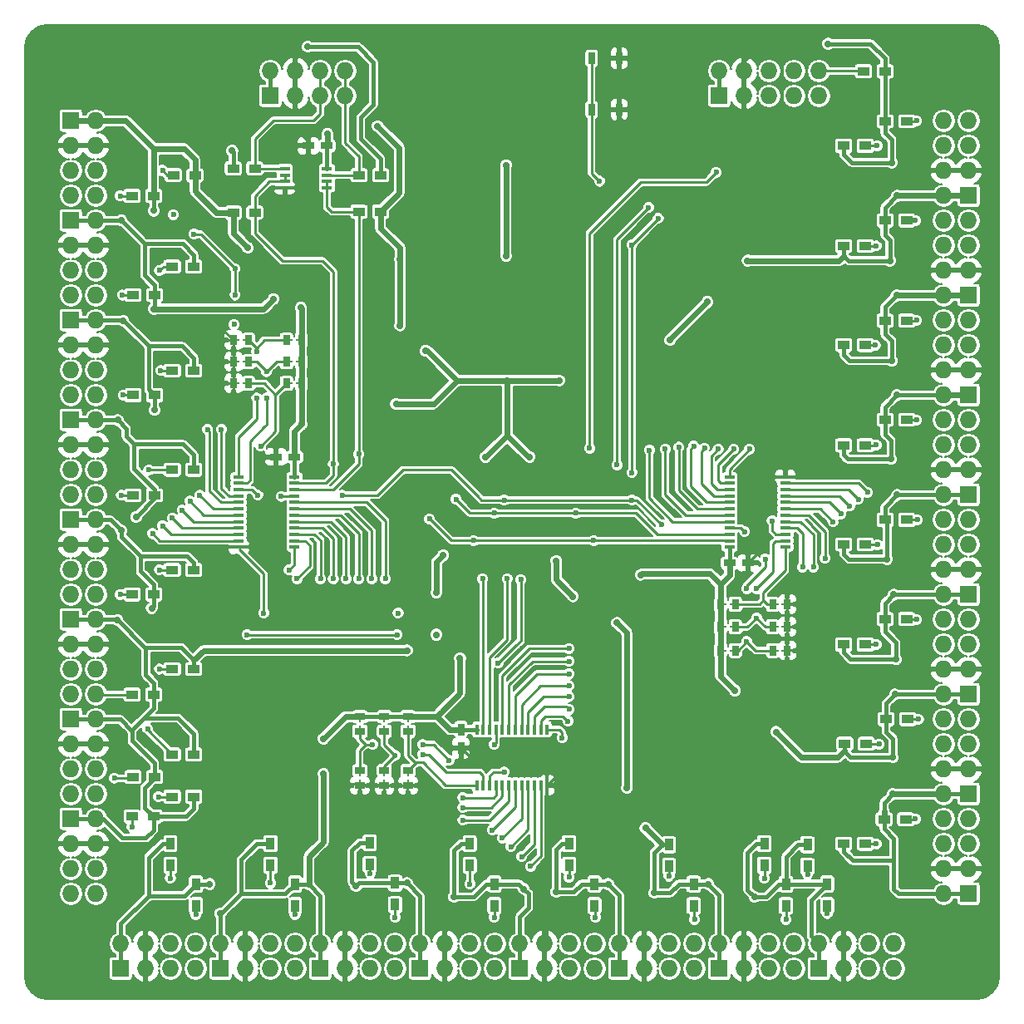
<source format=gbr>
G04 #@! TF.FileFunction,Copper,L1,Top,Signal*
%FSLAX46Y46*%
G04 Gerber Fmt 4.6, Leading zero omitted, Abs format (unit mm)*
G04 Created by KiCad (PCBNEW 4.0.1-stable) date 2016/05/29 12:35:40*
%MOMM*%
G01*
G04 APERTURE LIST*
%ADD10C,0.100000*%
%ADD11R,0.800000X1.000000*%
%ADD12R,0.650000X0.200000*%
%ADD13R,1.000000X0.800000*%
%ADD14R,0.200000X0.650000*%
%ADD15R,1.727200X1.727200*%
%ADD16O,1.727200X1.727200*%
%ADD17R,1.200000X0.900000*%
%ADD18R,0.900000X1.200000*%
%ADD19R,0.700000X1.200000*%
%ADD20R,1.100000X0.400000*%
%ADD21R,0.400000X1.100000*%
%ADD22C,4.500000*%
%ADD23R,1.200000X0.750000*%
%ADD24R,0.750000X1.200000*%
%ADD25C,0.600000*%
%ADD26C,0.700000*%
%ADD27C,0.250000*%
%ADD28C,0.600000*%
%ADD29C,0.400000*%
%ADD30C,0.170000*%
G04 APERTURE END LIST*
D10*
D11*
X48150000Y-66900000D03*
X46650000Y-66900000D03*
D12*
X47900000Y-66900000D03*
X46900000Y-66900000D03*
D11*
X52050000Y-66900000D03*
X53550000Y-66900000D03*
D12*
X52300000Y-66900000D03*
X53300000Y-66900000D03*
D11*
X48150000Y-64700000D03*
X46650000Y-64700000D03*
D12*
X47900000Y-64700000D03*
X46900000Y-64700000D03*
D11*
X52050000Y-64700000D03*
X53550000Y-64700000D03*
D12*
X52300000Y-64700000D03*
X53300000Y-64700000D03*
D11*
X48150000Y-62500000D03*
X46650000Y-62500000D03*
D12*
X47900000Y-62500000D03*
X46900000Y-62500000D03*
D11*
X52050000Y-62500000D03*
X53550000Y-62500000D03*
D12*
X52300000Y-62500000D03*
X53300000Y-62500000D03*
D13*
X59500000Y-106350000D03*
X59500000Y-107850000D03*
D14*
X59500000Y-106600000D03*
X59500000Y-107600000D03*
D13*
X59500000Y-102350000D03*
X59500000Y-100850000D03*
D14*
X59500000Y-102100000D03*
X59500000Y-101100000D03*
D13*
X62000000Y-106350000D03*
X62000000Y-107850000D03*
D14*
X62000000Y-106600000D03*
X62000000Y-107600000D03*
D13*
X62000000Y-102350000D03*
X62000000Y-100850000D03*
D14*
X62000000Y-102100000D03*
X62000000Y-101100000D03*
D13*
X64400000Y-106350000D03*
X64400000Y-107850000D03*
D14*
X64400000Y-106600000D03*
X64400000Y-107600000D03*
D13*
X64400000Y-102350000D03*
X64400000Y-100850000D03*
D14*
X64400000Y-102100000D03*
X64400000Y-101100000D03*
D11*
X101550000Y-94100000D03*
X103050000Y-94100000D03*
D12*
X101800000Y-94100000D03*
X102800000Y-94100000D03*
D11*
X97750000Y-94100000D03*
X96250000Y-94100000D03*
D12*
X97500000Y-94100000D03*
X96500000Y-94100000D03*
D11*
X101550000Y-91700000D03*
X103050000Y-91700000D03*
D12*
X101800000Y-91700000D03*
X102800000Y-91700000D03*
D11*
X97750000Y-91700000D03*
X96250000Y-91700000D03*
D12*
X97500000Y-91700000D03*
X96500000Y-91700000D03*
D11*
X101550000Y-89400000D03*
X103050000Y-89400000D03*
D12*
X101800000Y-89400000D03*
X102800000Y-89400000D03*
D11*
X97750000Y-89400000D03*
X96250000Y-89400000D03*
D12*
X97500000Y-89400000D03*
X96500000Y-89400000D03*
D15*
X30080000Y-40160000D03*
D16*
X32620000Y-40160000D03*
X30080000Y-42700000D03*
X32620000Y-42700000D03*
X30080000Y-45240000D03*
X32620000Y-45240000D03*
X30080000Y-47780000D03*
X32620000Y-47780000D03*
D15*
X30080000Y-50320000D03*
D16*
X32620000Y-50320000D03*
X30080000Y-52860000D03*
X32620000Y-52860000D03*
X30080000Y-55400000D03*
X32620000Y-55400000D03*
X30080000Y-57940000D03*
X32620000Y-57940000D03*
D15*
X30080000Y-60480000D03*
D16*
X32620000Y-60480000D03*
X30080000Y-63020000D03*
X32620000Y-63020000D03*
X30080000Y-65560000D03*
X32620000Y-65560000D03*
X30080000Y-68100000D03*
X32620000Y-68100000D03*
D15*
X30080000Y-70640000D03*
D16*
X32620000Y-70640000D03*
X30080000Y-73180000D03*
X32620000Y-73180000D03*
X30080000Y-75720000D03*
X32620000Y-75720000D03*
X30080000Y-78260000D03*
X32620000Y-78260000D03*
D15*
X30080000Y-80800000D03*
D16*
X32620000Y-80800000D03*
X30080000Y-83340000D03*
X32620000Y-83340000D03*
X30080000Y-85880000D03*
X32620000Y-85880000D03*
X30080000Y-88420000D03*
X32620000Y-88420000D03*
D15*
X30080000Y-90960000D03*
D16*
X32620000Y-90960000D03*
X30080000Y-93500000D03*
X32620000Y-93500000D03*
X30080000Y-96040000D03*
X32620000Y-96040000D03*
X30080000Y-98580000D03*
X32620000Y-98580000D03*
D15*
X30080000Y-101120000D03*
D16*
X32620000Y-101120000D03*
X30080000Y-103660000D03*
X32620000Y-103660000D03*
X30080000Y-106200000D03*
X32620000Y-106200000D03*
X30080000Y-108740000D03*
X32620000Y-108740000D03*
D15*
X30080000Y-111280000D03*
D16*
X32620000Y-111280000D03*
X30080000Y-113820000D03*
X32620000Y-113820000D03*
X30080000Y-116360000D03*
X32620000Y-116360000D03*
X30080000Y-118900000D03*
X32620000Y-118900000D03*
D15*
X35160000Y-126520000D03*
D16*
X35160000Y-123980000D03*
X37700000Y-126520000D03*
X37700000Y-123980000D03*
X40240000Y-126520000D03*
X40240000Y-123980000D03*
X42780000Y-126520000D03*
X42780000Y-123980000D03*
D15*
X55480000Y-126520000D03*
D16*
X55480000Y-123980000D03*
X58020000Y-126520000D03*
X58020000Y-123980000D03*
X60560000Y-126520000D03*
X60560000Y-123980000D03*
X63100000Y-126520000D03*
X63100000Y-123980000D03*
D15*
X65640000Y-126520000D03*
D16*
X65640000Y-123980000D03*
X68180000Y-126520000D03*
X68180000Y-123980000D03*
X70720000Y-126520000D03*
X70720000Y-123980000D03*
X73260000Y-126520000D03*
X73260000Y-123980000D03*
D15*
X75800000Y-126520000D03*
D16*
X75800000Y-123980000D03*
X78340000Y-126520000D03*
X78340000Y-123980000D03*
X80880000Y-126520000D03*
X80880000Y-123980000D03*
X83420000Y-126520000D03*
X83420000Y-123980000D03*
D15*
X85960000Y-126520000D03*
D16*
X85960000Y-123980000D03*
X88500000Y-126520000D03*
X88500000Y-123980000D03*
X91040000Y-126520000D03*
X91040000Y-123980000D03*
X93580000Y-126520000D03*
X93580000Y-123980000D03*
D15*
X96120000Y-126520000D03*
D16*
X96120000Y-123980000D03*
X98660000Y-126520000D03*
X98660000Y-123980000D03*
X101200000Y-126520000D03*
X101200000Y-123980000D03*
X103740000Y-126520000D03*
X103740000Y-123980000D03*
D15*
X106280000Y-126520000D03*
D16*
X106280000Y-123980000D03*
X108820000Y-126520000D03*
X108820000Y-123980000D03*
X111360000Y-126520000D03*
X111360000Y-123980000D03*
X113900000Y-126520000D03*
X113900000Y-123980000D03*
D15*
X121520000Y-118900000D03*
D16*
X118980000Y-118900000D03*
X121520000Y-116360000D03*
X118980000Y-116360000D03*
X121520000Y-113820000D03*
X118980000Y-113820000D03*
X121520000Y-111280000D03*
X118980000Y-111280000D03*
D15*
X121520000Y-108740000D03*
D16*
X118980000Y-108740000D03*
X121520000Y-106200000D03*
X118980000Y-106200000D03*
X121520000Y-103660000D03*
X118980000Y-103660000D03*
X121520000Y-101120000D03*
X118980000Y-101120000D03*
D15*
X121520000Y-98580000D03*
D16*
X118980000Y-98580000D03*
X121520000Y-96040000D03*
X118980000Y-96040000D03*
X121520000Y-93500000D03*
X118980000Y-93500000D03*
X121520000Y-90960000D03*
X118980000Y-90960000D03*
D15*
X121520000Y-88420000D03*
D16*
X118980000Y-88420000D03*
X121520000Y-85880000D03*
X118980000Y-85880000D03*
X121520000Y-83340000D03*
X118980000Y-83340000D03*
X121520000Y-80800000D03*
X118980000Y-80800000D03*
D15*
X121520000Y-78260000D03*
D16*
X118980000Y-78260000D03*
X121520000Y-75720000D03*
X118980000Y-75720000D03*
X121520000Y-73180000D03*
X118980000Y-73180000D03*
X121520000Y-70640000D03*
X118980000Y-70640000D03*
D15*
X121520000Y-68100000D03*
D16*
X118980000Y-68100000D03*
X121520000Y-65560000D03*
X118980000Y-65560000D03*
X121520000Y-63020000D03*
X118980000Y-63020000D03*
X121520000Y-60480000D03*
X118980000Y-60480000D03*
D15*
X121520000Y-57940000D03*
D16*
X118980000Y-57940000D03*
X121520000Y-55400000D03*
X118980000Y-55400000D03*
X121520000Y-52860000D03*
X118980000Y-52860000D03*
X121520000Y-50320000D03*
X118980000Y-50320000D03*
D15*
X121520000Y-47780000D03*
D16*
X118980000Y-47780000D03*
X121520000Y-45240000D03*
X118980000Y-45240000D03*
X121520000Y-42700000D03*
X118980000Y-42700000D03*
X121520000Y-40160000D03*
X118980000Y-40160000D03*
D17*
X46600000Y-45000000D03*
X48800000Y-45000000D03*
X61600000Y-45700000D03*
X59400000Y-45700000D03*
X61600000Y-49400000D03*
X59400000Y-49400000D03*
X46600000Y-49500000D03*
X48800000Y-49500000D03*
X113000000Y-35100000D03*
X110800000Y-35100000D03*
X42700000Y-45700000D03*
X40500000Y-45700000D03*
X38500000Y-47800000D03*
X36300000Y-47800000D03*
X42600000Y-55000000D03*
X40400000Y-55000000D03*
X38600000Y-57900000D03*
X36400000Y-57900000D03*
X42600000Y-65600000D03*
X40400000Y-65600000D03*
X38600000Y-68100000D03*
X36400000Y-68100000D03*
X42600000Y-75700000D03*
X40400000Y-75700000D03*
X38600000Y-78300000D03*
X36400000Y-78300000D03*
X42600000Y-85900000D03*
X40400000Y-85900000D03*
X38500000Y-88400000D03*
X36300000Y-88400000D03*
X42600000Y-96000000D03*
X40400000Y-96000000D03*
X38500000Y-98600000D03*
X36300000Y-98600000D03*
X42600000Y-104700000D03*
X40400000Y-104700000D03*
X38600000Y-107000000D03*
X36400000Y-107000000D03*
X42600000Y-109000000D03*
X40400000Y-109000000D03*
X38500000Y-111000000D03*
X36300000Y-111000000D03*
D18*
X40200000Y-113800000D03*
X40200000Y-116000000D03*
X42800000Y-117900000D03*
X42800000Y-120100000D03*
X50400000Y-113800000D03*
X50400000Y-116000000D03*
X52900000Y-117900000D03*
X52900000Y-120100000D03*
X60500000Y-113700000D03*
X60500000Y-115900000D03*
X63100000Y-117800000D03*
X63100000Y-120000000D03*
X70700000Y-113800000D03*
X70700000Y-116000000D03*
X73200000Y-117900000D03*
X73200000Y-120100000D03*
X80800000Y-113800000D03*
X80800000Y-116000000D03*
X83400000Y-117900000D03*
X83400000Y-120100000D03*
X91000000Y-113900000D03*
X91000000Y-116100000D03*
X93500000Y-117900000D03*
X93500000Y-120100000D03*
X100700000Y-113800000D03*
X100700000Y-116000000D03*
X102900000Y-117900000D03*
X102900000Y-120100000D03*
X105100000Y-113900000D03*
X105100000Y-116100000D03*
X107100000Y-117900000D03*
X107100000Y-120100000D03*
D17*
X108800000Y-113800000D03*
X111000000Y-113800000D03*
X112900000Y-111300000D03*
X115100000Y-111300000D03*
X108900000Y-103600000D03*
X111100000Y-103600000D03*
X113100000Y-101100000D03*
X115300000Y-101100000D03*
X108800000Y-93500000D03*
X111000000Y-93500000D03*
X113000000Y-90900000D03*
X115200000Y-90900000D03*
X108800000Y-83300000D03*
X111000000Y-83300000D03*
X113000000Y-80800000D03*
X115200000Y-80800000D03*
X108800000Y-73200000D03*
X111000000Y-73200000D03*
X113000000Y-70600000D03*
X115200000Y-70600000D03*
X108800000Y-63000000D03*
X111000000Y-63000000D03*
X113000000Y-60500000D03*
X115200000Y-60500000D03*
X108800000Y-52900000D03*
X111000000Y-52900000D03*
X113000000Y-50300000D03*
X115200000Y-50300000D03*
X108800000Y-42700000D03*
X111000000Y-42700000D03*
X113000000Y-40200000D03*
X115200000Y-40200000D03*
D19*
X83100000Y-39000000D03*
X83100000Y-33800000D03*
X85900000Y-39000000D03*
X85900000Y-33800000D03*
D20*
X51850000Y-45025000D03*
X51850000Y-45675000D03*
X51850000Y-46325000D03*
X51850000Y-46975000D03*
X56150000Y-46975000D03*
X56150000Y-46325000D03*
X56150000Y-45675000D03*
X56150000Y-45025000D03*
X47150000Y-76425000D03*
X47150000Y-77075000D03*
X47150000Y-77725000D03*
X47150000Y-78375000D03*
X47150000Y-79025000D03*
X47150000Y-79675000D03*
X47150000Y-80325000D03*
X47150000Y-80975000D03*
X47150000Y-81625000D03*
X47150000Y-82275000D03*
X47150000Y-82925000D03*
X47150000Y-83575000D03*
X52850000Y-83575000D03*
X52850000Y-82925000D03*
X52850000Y-82275000D03*
X52850000Y-81625000D03*
X52850000Y-80975000D03*
X52850000Y-80325000D03*
X52850000Y-79675000D03*
X52850000Y-79025000D03*
X52850000Y-78375000D03*
X52850000Y-77725000D03*
X52850000Y-77075000D03*
X52850000Y-76425000D03*
D21*
X71425000Y-107850000D03*
X72075000Y-107850000D03*
X72725000Y-107850000D03*
X73375000Y-107850000D03*
X74025000Y-107850000D03*
X74675000Y-107850000D03*
X75325000Y-107850000D03*
X75975000Y-107850000D03*
X76625000Y-107850000D03*
X77275000Y-107850000D03*
X77925000Y-107850000D03*
X78575000Y-107850000D03*
X78575000Y-102150000D03*
X77925000Y-102150000D03*
X77275000Y-102150000D03*
X76625000Y-102150000D03*
X75975000Y-102150000D03*
X75325000Y-102150000D03*
X74675000Y-102150000D03*
X74025000Y-102150000D03*
X73375000Y-102150000D03*
X72725000Y-102150000D03*
X72075000Y-102150000D03*
X71425000Y-102150000D03*
D20*
X102850000Y-83575000D03*
X102850000Y-82925000D03*
X102850000Y-82275000D03*
X102850000Y-81625000D03*
X102850000Y-80975000D03*
X102850000Y-80325000D03*
X102850000Y-79675000D03*
X102850000Y-79025000D03*
X102850000Y-78375000D03*
X102850000Y-77725000D03*
X102850000Y-77075000D03*
X102850000Y-76425000D03*
X97150000Y-76425000D03*
X97150000Y-77075000D03*
X97150000Y-77725000D03*
X97150000Y-78375000D03*
X97150000Y-79025000D03*
X97150000Y-79675000D03*
X97150000Y-80325000D03*
X97150000Y-80975000D03*
X97150000Y-81625000D03*
X97150000Y-82275000D03*
X97150000Y-82925000D03*
X97150000Y-83575000D03*
D15*
X50400000Y-37620000D03*
D16*
X50400000Y-35080000D03*
X52940000Y-37620000D03*
X52940000Y-35080000D03*
X55480000Y-37620000D03*
X55480000Y-35080000D03*
X58020000Y-37620000D03*
X58020000Y-35080000D03*
D22*
X29000000Y-34000000D03*
X29000000Y-126000000D03*
X121000000Y-34000000D03*
X121000000Y-126000000D03*
D15*
X45320000Y-126520000D03*
D16*
X45320000Y-123980000D03*
X47860000Y-126520000D03*
X47860000Y-123980000D03*
X50400000Y-126520000D03*
X50400000Y-123980000D03*
X52940000Y-126520000D03*
X52940000Y-123980000D03*
D15*
X96120000Y-37620000D03*
D16*
X96120000Y-35080000D03*
X98660000Y-37620000D03*
X98660000Y-35080000D03*
X101200000Y-37620000D03*
X101200000Y-35080000D03*
X103740000Y-37620000D03*
X103740000Y-35080000D03*
X106280000Y-37620000D03*
X106280000Y-35080000D03*
D23*
X56150000Y-42700000D03*
X54250000Y-42700000D03*
X52850000Y-74400000D03*
X50950000Y-74400000D03*
D24*
X69800000Y-102150000D03*
X69800000Y-104050000D03*
D23*
X97150000Y-85200000D03*
X99050000Y-85200000D03*
D25*
X46800000Y-57900000D03*
X46800000Y-55200000D03*
X46700000Y-60900000D03*
X40500000Y-49700000D03*
X42600000Y-51700000D03*
X49700000Y-90300000D03*
X48000000Y-92500000D03*
X63400000Y-90300000D03*
X63300000Y-92500000D03*
X49400000Y-73300000D03*
X51500000Y-78400000D03*
X57000000Y-53800000D03*
X61000000Y-67300000D03*
X61000000Y-63400000D03*
X61100000Y-58100000D03*
X58200000Y-67300000D03*
X60800000Y-53200000D03*
X65800000Y-57500000D03*
X65900000Y-52500000D03*
X65300000Y-44500000D03*
X65000000Y-47500000D03*
X54300000Y-46300000D03*
X54300000Y-48000000D03*
X61300000Y-47500000D03*
X101750000Y-41250000D03*
X104200000Y-44600000D03*
X101700000Y-46900000D03*
X98500000Y-46900000D03*
X97800000Y-43200000D03*
X99800000Y-43100000D03*
X93900000Y-40700000D03*
X96600000Y-40600000D03*
X98400000Y-40200000D03*
X112600000Y-46300000D03*
X116000000Y-46000000D03*
X111500000Y-56400000D03*
X115500000Y-55900000D03*
X112000000Y-66500000D03*
X116100000Y-66200000D03*
X111700000Y-75720000D03*
X115800000Y-75600000D03*
X111800000Y-86600000D03*
X115600000Y-86000000D03*
X112000000Y-96900000D03*
X115700000Y-96700000D03*
X110900000Y-107000000D03*
X115000000Y-106900000D03*
X115400000Y-116400000D03*
X112300000Y-116600000D03*
X97400000Y-118000000D03*
X97900000Y-120600000D03*
X88300000Y-117600000D03*
X86600000Y-117600000D03*
X90000000Y-120300000D03*
X87900000Y-120300000D03*
X65800000Y-117000000D03*
X67400000Y-117100000D03*
X67400000Y-120800000D03*
X58020000Y-119620000D03*
X46900000Y-121400000D03*
X48600000Y-120100000D03*
X46000000Y-118200000D03*
X48400000Y-112900000D03*
X48900000Y-115800000D03*
X48900000Y-117400000D03*
X57300000Y-115100000D03*
X56100000Y-116800000D03*
X36000000Y-42700000D03*
X38300000Y-40500000D03*
X54250000Y-44500000D03*
X40200000Y-61000000D03*
X58200000Y-58000000D03*
X55300000Y-58100000D03*
X55400000Y-63500000D03*
X55400000Y-67400000D03*
X55300000Y-71700000D03*
X50950000Y-76100000D03*
X50000000Y-82500000D03*
X50000000Y-80800000D03*
X53700000Y-111100000D03*
X57700000Y-107700000D03*
X53700000Y-108000000D03*
X50700000Y-107900000D03*
X48300000Y-111100000D03*
X50700000Y-111100000D03*
X89100000Y-108600000D03*
X85100000Y-105300000D03*
X88700000Y-61400000D03*
X88900000Y-58200000D03*
X88900000Y-55000000D03*
X81200000Y-61400000D03*
X81000000Y-58200000D03*
X81000000Y-55000000D03*
X84400000Y-54900000D03*
X84400000Y-58200000D03*
X84400000Y-61500000D03*
X53000000Y-31000000D03*
X99000000Y-31000000D03*
X103000000Y-87800000D03*
X98700000Y-86300000D03*
X65800000Y-107900000D03*
X68800000Y-104100000D03*
X46700000Y-68900000D03*
X51000000Y-73200000D03*
X91200000Y-45200000D03*
X94200000Y-45300000D03*
X102500000Y-39000000D03*
X82400000Y-81600000D03*
X88500000Y-47900000D03*
X84400000Y-74300000D03*
X87400000Y-81600000D03*
X73200000Y-86800000D03*
X72100000Y-81600000D03*
X73200000Y-92800000D03*
X58200000Y-75100000D03*
X68000000Y-79800000D03*
X53500000Y-41500000D03*
D26*
X74400000Y-44700000D03*
X74400000Y-53900000D03*
X74500000Y-66600000D03*
X79800000Y-66600000D03*
X91100000Y-62500000D03*
X94900000Y-58600000D03*
X99000000Y-54400000D03*
X66200000Y-63600000D03*
X63600000Y-61000000D03*
X63200000Y-69000000D03*
X53550000Y-71050000D03*
X81200000Y-88600000D03*
X79500000Y-85000000D03*
X76800000Y-74400000D03*
X67300000Y-88200000D03*
X68000000Y-84400000D03*
X67300000Y-92500000D03*
X69700000Y-94900000D03*
X64300000Y-94100000D03*
X72300000Y-74400000D03*
X63600000Y-54300000D03*
X48100000Y-53100000D03*
X85700000Y-91300000D03*
X86700000Y-108100000D03*
X88600000Y-112200000D03*
X88100000Y-86400000D03*
X97700000Y-98200000D03*
X101900000Y-102400000D03*
X55800000Y-103100000D03*
X55800000Y-106700000D03*
X53500000Y-59200000D03*
X50700000Y-58300000D03*
X114220000Y-47780000D03*
X113700000Y-44400000D03*
X114160000Y-57940000D03*
X113500000Y-54400000D03*
X114200000Y-68100000D03*
X113700000Y-64600000D03*
X114240000Y-78260000D03*
X113600000Y-74600000D03*
X113880000Y-88420000D03*
X113200000Y-84800000D03*
X114020000Y-98580000D03*
X114100000Y-95000000D03*
X113760000Y-108740000D03*
X113800000Y-105000000D03*
X99700000Y-119200000D03*
X95000000Y-117900000D03*
X89500000Y-118800000D03*
X84800000Y-117900000D03*
X79500000Y-118700000D03*
X76200000Y-118400000D03*
X69100000Y-119200000D03*
X64300000Y-117800000D03*
X59100000Y-118100000D03*
X54300000Y-117900000D03*
X45300000Y-120900000D03*
X44200000Y-117900000D03*
X34800000Y-91000000D03*
X38300000Y-89800000D03*
X36700000Y-80500000D03*
X35200000Y-81900000D03*
X34840000Y-70640000D03*
X38600000Y-69600000D03*
X38500000Y-59300000D03*
X35400000Y-60500000D03*
X35200000Y-50300000D03*
X38500000Y-49300000D03*
X107200000Y-32300000D03*
X61300000Y-40700000D03*
X56200000Y-41500000D03*
D25*
X50000000Y-65700000D03*
X50000000Y-68400000D03*
X49000000Y-63700000D03*
X49000000Y-68400000D03*
X73200000Y-103700000D03*
X68600000Y-105300000D03*
X60800000Y-103700000D03*
X65900000Y-103700000D03*
X63100000Y-104800000D03*
X65900000Y-104700000D03*
X98700000Y-82000000D03*
X98900000Y-93200000D03*
X98900000Y-87800000D03*
X100800000Y-84800000D03*
X99900000Y-90800000D03*
X99900000Y-87800000D03*
X39400000Y-45200000D03*
X45400000Y-71600000D03*
X35100000Y-47800000D03*
X44000000Y-71600000D03*
X39100000Y-55400000D03*
X43200000Y-78300000D03*
X35300000Y-57900000D03*
X42200000Y-78900000D03*
X39200000Y-65600000D03*
X41400000Y-79800000D03*
X35400000Y-68100000D03*
X40400000Y-80600000D03*
X38000000Y-75700000D03*
X39400000Y-81400000D03*
X35200000Y-78300000D03*
X38400000Y-82200000D03*
X39100000Y-85900000D03*
X52300000Y-85900000D03*
X35100000Y-88400000D03*
X53100000Y-86800000D03*
X39100000Y-96000000D03*
X55500000Y-86800000D03*
X56800000Y-86800000D03*
X37900000Y-102100000D03*
X58100000Y-86800000D03*
X34500000Y-107100000D03*
X59400000Y-86800000D03*
X39000000Y-109000000D03*
X60700000Y-86800000D03*
X62100000Y-86800000D03*
X36300000Y-112100000D03*
D26*
X54200000Y-32600000D03*
X46500000Y-43200000D03*
D25*
X40200000Y-117300000D03*
X70000000Y-109100000D03*
X70000000Y-110100000D03*
X42800000Y-121000000D03*
X70000000Y-111400000D03*
X50400000Y-117800000D03*
X52900000Y-121000000D03*
X73000000Y-112400000D03*
X60560000Y-116800000D03*
X74000000Y-113200000D03*
X63100000Y-121300000D03*
X74900000Y-114100000D03*
X70700000Y-117900000D03*
X76000000Y-115100000D03*
X73200000Y-121300000D03*
X76900000Y-116100000D03*
X80800000Y-117200000D03*
X80100000Y-103000000D03*
X83500000Y-121300000D03*
X80700000Y-101300000D03*
X91000000Y-117100000D03*
X80800000Y-100100000D03*
X93600000Y-121500000D03*
X80800000Y-98800000D03*
X100700000Y-117300000D03*
X80800000Y-97700000D03*
X102900000Y-121500000D03*
X80800000Y-96500000D03*
X105100000Y-116900000D03*
X80800000Y-95200000D03*
X107100000Y-120900000D03*
X80800000Y-93900000D03*
X112100000Y-113800000D03*
X104600000Y-85600000D03*
X116100000Y-111280000D03*
X105700000Y-85600000D03*
X112400000Y-103660000D03*
X106900000Y-84700000D03*
X116400000Y-101120000D03*
X107700000Y-81000000D03*
X108500000Y-80200000D03*
X112100000Y-93500000D03*
X116200000Y-90960000D03*
X109400000Y-79400000D03*
X112240000Y-83340000D03*
X110300000Y-78700000D03*
X116300000Y-80800000D03*
X111200000Y-78000000D03*
X112100000Y-73180000D03*
X99200000Y-73600000D03*
X116200000Y-70640000D03*
X97600000Y-73600000D03*
X112000000Y-63020000D03*
X96000000Y-73600000D03*
X116200000Y-60480000D03*
X94600000Y-73500000D03*
X112100000Y-52900000D03*
X93500000Y-73300000D03*
X116100000Y-50320000D03*
X92000000Y-73400000D03*
X112200000Y-42700000D03*
X90600000Y-73600000D03*
X116200000Y-40160000D03*
X89000000Y-73700000D03*
X69300000Y-78700000D03*
X59400000Y-74100000D03*
X73200000Y-80100000D03*
X74500000Y-86800000D03*
X95800000Y-45400000D03*
X81500000Y-80100000D03*
X82900000Y-73500000D03*
X85700000Y-75200000D03*
X83300000Y-82900000D03*
X88900000Y-49000000D03*
X71100000Y-82900000D03*
X72000000Y-86800000D03*
X66600000Y-80700000D03*
X56800000Y-75100000D03*
X83900000Y-46300000D03*
X87200000Y-52800000D03*
X87200000Y-76000000D03*
X87200000Y-78800000D03*
X89900000Y-50100000D03*
X75900000Y-86900000D03*
X74200000Y-78800000D03*
X74200000Y-106500000D03*
X73600000Y-95400000D03*
X57700000Y-78300000D03*
X49100000Y-78300000D03*
X101500000Y-80900000D03*
X90200000Y-81300000D03*
D27*
X46800000Y-55200000D02*
X43300000Y-51700000D01*
X46800000Y-57900000D02*
X46800000Y-55200000D01*
X43300000Y-51700000D02*
X42600000Y-51700000D01*
X48000000Y-92500000D02*
X63300000Y-92500000D01*
X49700000Y-86300000D02*
X49700000Y-90300000D01*
X47200000Y-83800000D02*
X49700000Y-86300000D01*
X50900000Y-68050000D02*
X49750000Y-66900000D01*
X49750000Y-66900000D02*
X48150000Y-66900000D01*
X50900000Y-71800000D02*
X50900000Y-68050000D01*
X52850000Y-78375000D02*
X51525000Y-78375000D01*
X49400000Y-73300000D02*
X50900000Y-71800000D01*
X51525000Y-78375000D02*
X51500000Y-78400000D01*
X50900000Y-68050000D02*
X52050000Y-66900000D01*
X56900000Y-53900000D02*
X57000000Y-53800000D01*
X61100000Y-58100000D02*
X61100000Y-53500000D01*
X61000000Y-67300000D02*
X61000000Y-63400000D01*
X61100000Y-53500000D02*
X60800000Y-53200000D01*
X65800000Y-52600000D02*
X65800000Y-57500000D01*
X65900000Y-52500000D02*
X65800000Y-52600000D01*
X65300000Y-47200000D02*
X65300000Y-44500000D01*
X65000000Y-47500000D02*
X65300000Y-47200000D01*
X54300000Y-46300000D02*
X54300000Y-48000000D01*
X61300000Y-47500000D02*
X61300000Y-47600000D01*
X104200000Y-44600000D02*
X101900000Y-46900000D01*
X101700000Y-46900000D02*
X101900000Y-46900000D01*
X98500000Y-43900000D02*
X98500000Y-46900000D01*
X97800000Y-43200000D02*
X98500000Y-43900000D01*
X99900000Y-43100000D02*
X99800000Y-43100000D01*
X99900000Y-43100000D02*
X101750000Y-41250000D01*
X98660000Y-37620000D02*
X98660000Y-39940000D01*
X96500000Y-40700000D02*
X93900000Y-40700000D01*
X96600000Y-40600000D02*
X96500000Y-40700000D01*
X98660000Y-39940000D02*
X98400000Y-40200000D01*
X115700000Y-46300000D02*
X112600000Y-46300000D01*
X116000000Y-46000000D02*
X115700000Y-46300000D01*
X115000000Y-56400000D02*
X111500000Y-56400000D01*
X115500000Y-55900000D02*
X115000000Y-56400000D01*
X115800000Y-66500000D02*
X112000000Y-66500000D01*
X116100000Y-66200000D02*
X115800000Y-66500000D01*
X115800000Y-75600000D02*
X115800000Y-75720000D01*
X115800000Y-75720000D02*
X115800000Y-75600000D01*
X115800000Y-75600000D02*
X115800000Y-75720000D01*
X115000000Y-86600000D02*
X111800000Y-86600000D01*
X115600000Y-86000000D02*
X115000000Y-86600000D01*
X115500000Y-96900000D02*
X112000000Y-96900000D01*
X115700000Y-96700000D02*
X115500000Y-96900000D01*
X114900000Y-107000000D02*
X110900000Y-107000000D01*
X115000000Y-106900000D02*
X114900000Y-107000000D01*
X97400000Y-120100000D02*
X97400000Y-118000000D01*
X97900000Y-120600000D02*
X97400000Y-120100000D01*
X87900000Y-120300000D02*
X87900000Y-118900000D01*
X87900000Y-118900000D02*
X86600000Y-117600000D01*
X88500000Y-123980000D02*
X88500000Y-120900000D01*
X88500000Y-120900000D02*
X87900000Y-120300000D01*
X65800000Y-117000000D02*
X65800000Y-117200000D01*
X67400000Y-120800000D02*
X67400000Y-117100000D01*
X58020000Y-123100000D02*
X58020000Y-119620000D01*
X47860000Y-122360000D02*
X46900000Y-121400000D01*
X47860000Y-123980000D02*
X47860000Y-122360000D01*
X46000000Y-115300000D02*
X46000000Y-118200000D01*
X48400000Y-112900000D02*
X46000000Y-115300000D01*
X48900000Y-117400000D02*
X48900000Y-115800000D01*
X58020000Y-123980000D02*
X58020000Y-123100000D01*
X57300000Y-115100000D02*
X57300000Y-115200000D01*
X56100000Y-117700000D02*
X56100000Y-116800000D01*
X58020000Y-119620000D02*
X56100000Y-117700000D01*
X46650000Y-62500000D02*
X45150000Y-61000000D01*
X45150000Y-61000000D02*
X40200000Y-61000000D01*
X58100000Y-63300000D02*
X58200000Y-63300000D01*
X58100000Y-63300000D02*
X58200000Y-63300000D01*
X55300000Y-63400000D02*
X55300000Y-58100000D01*
X55400000Y-63500000D02*
X55300000Y-63400000D01*
X55400000Y-71600000D02*
X55400000Y-67400000D01*
X55300000Y-71700000D02*
X55400000Y-71600000D01*
X50700000Y-111100000D02*
X53700000Y-111100000D01*
X50700000Y-107900000D02*
X50700000Y-111100000D01*
X53700000Y-108000000D02*
X53600000Y-107900000D01*
X53600000Y-107900000D02*
X50700000Y-107900000D01*
X59350000Y-107700000D02*
X57700000Y-107700000D01*
X59500000Y-107850000D02*
X59350000Y-107700000D01*
X78575000Y-107850000D02*
X81125000Y-105300000D01*
X81125000Y-105300000D02*
X85100000Y-105300000D01*
X88900000Y-55000000D02*
X88900000Y-58200000D01*
X84400000Y-63100000D02*
X84400000Y-61500000D01*
X81000000Y-55000000D02*
X81000000Y-58200000D01*
X84400000Y-58200000D02*
X84400000Y-54900000D01*
X121520000Y-75720000D02*
X118980000Y-75720000D01*
X121520000Y-65560000D02*
X118980000Y-65560000D01*
X121520000Y-55400000D02*
X118980000Y-55400000D01*
X118980000Y-45240000D02*
X121520000Y-45240000D01*
X52940000Y-35080000D02*
X52940000Y-37620000D01*
X30080000Y-42700000D02*
X32620000Y-42700000D01*
X32620000Y-52860000D02*
X30080000Y-52860000D01*
X30080000Y-63020000D02*
X32620000Y-63020000D01*
X30080000Y-73180000D02*
X32620000Y-73180000D01*
X30080000Y-83340000D02*
X32620000Y-83340000D01*
X30080000Y-93500000D02*
X32620000Y-93500000D01*
X30080000Y-103660000D02*
X32620000Y-103660000D01*
X32620000Y-113820000D02*
X30080000Y-113820000D01*
X37700000Y-123980000D02*
X37700000Y-126520000D01*
X47860000Y-123980000D02*
X47860000Y-126520000D01*
X58020000Y-123980000D02*
X58020000Y-126520000D01*
X68180000Y-126520000D02*
X68180000Y-123980000D01*
X88500000Y-126520000D02*
X88500000Y-123980000D01*
X78340000Y-126520000D02*
X78340000Y-123980000D01*
X78575000Y-107850000D02*
X78575000Y-123745000D01*
X78575000Y-123745000D02*
X78340000Y-123980000D01*
X118980000Y-96040000D02*
X121520000Y-96040000D01*
X121520000Y-106200000D02*
X118980000Y-106200000D01*
X118980000Y-116360000D02*
X121520000Y-116360000D01*
X118980000Y-85880000D02*
X121520000Y-85880000D01*
X118980000Y-75720000D02*
X115800000Y-75720000D01*
X115800000Y-75720000D02*
X111700000Y-75720000D01*
X111700000Y-75720000D02*
X105280000Y-75720000D01*
X104575000Y-76425000D02*
X102850000Y-76425000D01*
X105280000Y-75720000D02*
X104575000Y-76425000D01*
X52940000Y-31060000D02*
X52940000Y-35080000D01*
X53000000Y-31000000D02*
X52940000Y-31060000D01*
X98660000Y-31340000D02*
X98660000Y-35080000D01*
X99000000Y-31000000D02*
X98660000Y-31340000D01*
X85900000Y-39000000D02*
X85900000Y-39800000D01*
X85900000Y-39800000D02*
X87100000Y-41000000D01*
X87100000Y-41000000D02*
X97300000Y-41000000D01*
X97300000Y-41000000D02*
X98660000Y-39640000D01*
X98660000Y-39640000D02*
X98660000Y-37620000D01*
X85900000Y-39000000D02*
X85900000Y-33800000D01*
X99050000Y-85200000D02*
X99050000Y-85950000D01*
X103000000Y-87800000D02*
X103000000Y-89850000D01*
X99050000Y-85950000D02*
X98700000Y-86300000D01*
X103000000Y-89850000D02*
X103000000Y-89450000D01*
X103000000Y-89450000D02*
X103050000Y-89400000D01*
X103050000Y-94100000D02*
X103050000Y-91700000D01*
X103050000Y-91700000D02*
X103050000Y-89400000D01*
X65800000Y-107900000D02*
X65750000Y-107850000D01*
X62000000Y-107850000D02*
X65750000Y-107850000D01*
X68800000Y-104100000D02*
X69750000Y-104100000D01*
X69750000Y-104100000D02*
X69800000Y-104050000D01*
X62000000Y-107850000D02*
X59500000Y-107850000D01*
X69800000Y-104050000D02*
X71250000Y-105500000D01*
X78575000Y-106175000D02*
X78575000Y-107850000D01*
X77900000Y-105500000D02*
X78575000Y-106175000D01*
X71250000Y-105500000D02*
X77900000Y-105500000D01*
X99050000Y-85200000D02*
X100100000Y-84150000D01*
X101475000Y-76425000D02*
X102850000Y-76425000D01*
X100100000Y-77800000D02*
X101475000Y-76425000D01*
X100100000Y-84150000D02*
X100100000Y-77800000D01*
X46650000Y-66900000D02*
X46650000Y-66250000D01*
X46650000Y-64700000D02*
X46650000Y-63950000D01*
X50950000Y-73250000D02*
X51000000Y-73200000D01*
X50950000Y-74400000D02*
X50950000Y-73250000D01*
X46650000Y-68850000D02*
X46650000Y-66250000D01*
X46650000Y-66250000D02*
X46650000Y-64700000D01*
X46700000Y-68900000D02*
X46650000Y-68850000D01*
X46650000Y-63950000D02*
X46650000Y-62500000D01*
X50950000Y-74400000D02*
X50950000Y-76100000D01*
X50950000Y-76100000D02*
X50950000Y-76350000D01*
X50950000Y-76350000D02*
X50000000Y-77300000D01*
X50000000Y-77300000D02*
X50000000Y-80800000D01*
X48925000Y-83575000D02*
X47150000Y-83575000D01*
X50000000Y-82500000D02*
X50000000Y-82500000D01*
X50000000Y-82500000D02*
X48925000Y-83575000D01*
X91300000Y-45300000D02*
X91200000Y-45200000D01*
X91300000Y-45300000D02*
X94200000Y-45300000D01*
X102500000Y-39000000D02*
X102500000Y-34400000D01*
X102500000Y-34400000D02*
X101500000Y-33400000D01*
X101500000Y-33400000D02*
X99400000Y-33400000D01*
X99400000Y-33400000D02*
X98660000Y-34140000D01*
X98660000Y-35080000D02*
X98660000Y-34140000D01*
X84400000Y-52000000D02*
X88500000Y-47900000D01*
X84400000Y-74300000D02*
X84400000Y-63100000D01*
X84400000Y-63100000D02*
X84400000Y-52000000D01*
X87400000Y-81600000D02*
X82400000Y-81600000D01*
X73200000Y-92800000D02*
X73200000Y-86800000D01*
X58200000Y-57500000D02*
X58200000Y-58000000D01*
X58200000Y-58000000D02*
X58200000Y-63300000D01*
X58200000Y-63300000D02*
X58200000Y-67300000D01*
X58200000Y-67300000D02*
X58200000Y-75100000D01*
X69800000Y-81600000D02*
X72100000Y-81600000D01*
X72100000Y-81600000D02*
X82400000Y-81600000D01*
X68000000Y-79800000D02*
X69800000Y-81600000D01*
X54300000Y-47775000D02*
X54300000Y-52500000D01*
X53500000Y-46975000D02*
X54300000Y-47775000D01*
X58200000Y-55200000D02*
X58200000Y-57500000D01*
X58200000Y-57500000D02*
X58200000Y-57600000D01*
X56400000Y-53400000D02*
X56900000Y-53900000D01*
X56900000Y-53900000D02*
X58200000Y-55200000D01*
X55200000Y-53400000D02*
X56400000Y-53400000D01*
X54300000Y-52500000D02*
X55200000Y-53400000D01*
X54250000Y-42700000D02*
X54250000Y-44500000D01*
X53525000Y-46975000D02*
X53500000Y-46975000D01*
X53500000Y-46975000D02*
X51850000Y-46975000D01*
X54250000Y-46250000D02*
X53525000Y-46975000D01*
X53500000Y-41500000D02*
X54250000Y-42250000D01*
X54250000Y-42250000D02*
X54250000Y-42700000D01*
D28*
X32620000Y-40160000D02*
X30080000Y-40160000D01*
X118980000Y-47780000D02*
X114220000Y-47780000D01*
X121520000Y-47780000D02*
X118980000Y-47780000D01*
X118980000Y-57940000D02*
X114160000Y-57940000D01*
X121520000Y-57940000D02*
X118980000Y-57940000D01*
X118980000Y-68100000D02*
X121520000Y-68100000D01*
X118980000Y-108740000D02*
X113760000Y-108740000D01*
X112900000Y-111300000D02*
X112900000Y-110500000D01*
X74400000Y-44700000D02*
X74400000Y-53900000D01*
D29*
X118980000Y-78260000D02*
X114240000Y-78260000D01*
X113000000Y-80800000D02*
X113000000Y-79500000D01*
X113000000Y-79500000D02*
X114240000Y-78260000D01*
D28*
X74500000Y-66600000D02*
X74500000Y-69000000D01*
X74500000Y-69000000D02*
X74500000Y-72200000D01*
X74500000Y-66600000D02*
X71900000Y-66600000D01*
X79800000Y-66600000D02*
X74500000Y-66600000D01*
X108800000Y-53900000D02*
X108300000Y-54400000D01*
X91100000Y-62400000D02*
X91100000Y-62500000D01*
X94900000Y-58600000D02*
X91100000Y-62400000D01*
X108300000Y-54400000D02*
X99000000Y-54400000D01*
X66200000Y-63600000D02*
X66400000Y-63600000D01*
X66400000Y-63600000D02*
X69400000Y-66600000D01*
X63600000Y-57900000D02*
X63600000Y-61000000D01*
X63600000Y-54300000D02*
X63600000Y-57900000D01*
X65400000Y-69000000D02*
X67000000Y-69000000D01*
X63200000Y-69000000D02*
X65400000Y-69000000D01*
X67000000Y-69000000D02*
X69400000Y-66600000D01*
X69400000Y-66600000D02*
X71900000Y-66600000D01*
D29*
X71900000Y-66600000D02*
X72200000Y-66600000D01*
D28*
X74500000Y-72200000D02*
X76700000Y-74400000D01*
X81200000Y-88600000D02*
X79500000Y-86900000D01*
X79500000Y-86900000D02*
X79500000Y-85000000D01*
X76700000Y-74400000D02*
X76800000Y-74400000D01*
X67300000Y-88200000D02*
X67300000Y-85100000D01*
X67300000Y-85100000D02*
X68000000Y-84400000D01*
X69700000Y-98450000D02*
X69700000Y-94900000D01*
X67775000Y-100375000D02*
X69700000Y-98450000D01*
X60400000Y-94100000D02*
X64300000Y-94100000D01*
X43600000Y-94100000D02*
X60400000Y-94100000D01*
X43600000Y-94100000D02*
X42600000Y-95100000D01*
X72300000Y-74400000D02*
X74500000Y-72200000D01*
X61600000Y-49400000D02*
X61600000Y-51100000D01*
X61600000Y-51100000D02*
X63600000Y-53100000D01*
X63600000Y-53100000D02*
X63600000Y-54300000D01*
X48100000Y-53100000D02*
X46600000Y-51600000D01*
X46600000Y-51600000D02*
X46600000Y-49500000D01*
X86700000Y-92300000D02*
X85700000Y-91300000D01*
X90300000Y-113900000D02*
X88600000Y-112200000D01*
X86700000Y-108100000D02*
X86700000Y-93000000D01*
X86700000Y-93000000D02*
X86700000Y-92300000D01*
X95150000Y-86300000D02*
X88200000Y-86300000D01*
X88200000Y-86300000D02*
X88100000Y-86400000D01*
X95150000Y-86300000D02*
X96250000Y-87400000D01*
X96250000Y-94100000D02*
X96250000Y-96750000D01*
X96250000Y-96750000D02*
X97700000Y-98200000D01*
X101900000Y-102400000D02*
X104500000Y-105000000D01*
X104500000Y-105000000D02*
X108200000Y-105000000D01*
X108200000Y-105000000D02*
X108900000Y-104300000D01*
X67300000Y-100850000D02*
X67775000Y-100375000D01*
D29*
X67775000Y-100375000D02*
X67800000Y-100350000D01*
D28*
X59500000Y-100850000D02*
X58050000Y-100850000D01*
X58050000Y-100850000D02*
X55800000Y-103100000D01*
X55800000Y-106700000D02*
X55800000Y-113600000D01*
X55800000Y-113600000D02*
X54300000Y-115100000D01*
X54300000Y-115100000D02*
X54300000Y-117900000D01*
D29*
X113000000Y-35100000D02*
X113000000Y-40200000D01*
D28*
X96250000Y-94100000D02*
X96250000Y-91700000D01*
X96250000Y-91700000D02*
X96250000Y-89400000D01*
X96250000Y-89400000D02*
X96250000Y-87400000D01*
X96250000Y-87400000D02*
X96250000Y-87350000D01*
X96250000Y-87350000D02*
X97150000Y-86450000D01*
X97150000Y-86450000D02*
X97150000Y-85200000D01*
D29*
X64400000Y-100850000D02*
X62000000Y-100850000D01*
X62000000Y-100850000D02*
X59500000Y-100850000D01*
D28*
X69800000Y-102150000D02*
X68650000Y-102150000D01*
X68650000Y-102150000D02*
X67350000Y-100850000D01*
X67350000Y-100850000D02*
X67300000Y-100850000D01*
X67300000Y-100850000D02*
X64400000Y-100850000D01*
X42700000Y-45700000D02*
X42700000Y-47300000D01*
X44900000Y-49500000D02*
X46600000Y-49500000D01*
X42700000Y-47300000D02*
X44900000Y-49500000D01*
X53550000Y-59250000D02*
X53500000Y-59200000D01*
X53550000Y-62500000D02*
X53550000Y-59250000D01*
X50700000Y-58300000D02*
X49700000Y-59300000D01*
X49700000Y-59300000D02*
X38500000Y-59300000D01*
D29*
X71425000Y-102150000D02*
X69800000Y-102150000D01*
X97150000Y-83575000D02*
X97150000Y-85200000D01*
X113700000Y-44400000D02*
X113700000Y-42100000D01*
X113700000Y-42100000D02*
X113000000Y-41400000D01*
X113000000Y-41400000D02*
X113000000Y-40200000D01*
X108800000Y-42700000D02*
X108800000Y-43600000D01*
X109600000Y-44400000D02*
X108800000Y-43600000D01*
X113700000Y-44400000D02*
X109600000Y-44400000D01*
X113000000Y-50300000D02*
X113000000Y-49000000D01*
X113000000Y-49000000D02*
X114220000Y-47780000D01*
X114220000Y-47780000D02*
X121520000Y-47780000D01*
X113500000Y-54400000D02*
X113500000Y-52300000D01*
X113000000Y-51800000D02*
X113000000Y-50300000D01*
X113500000Y-52300000D02*
X113000000Y-51800000D01*
X108800000Y-52900000D02*
X108800000Y-53900000D01*
X109300000Y-54400000D02*
X108800000Y-53900000D01*
X113500000Y-54400000D02*
X109300000Y-54400000D01*
X113000000Y-60500000D02*
X113000000Y-59100000D01*
X113000000Y-59100000D02*
X114160000Y-57940000D01*
X114160000Y-57940000D02*
X121520000Y-57940000D01*
X113700000Y-64600000D02*
X113700000Y-62600000D01*
X113000000Y-61900000D02*
X113000000Y-60500000D01*
X113700000Y-62600000D02*
X113000000Y-61900000D01*
X108800000Y-63000000D02*
X108800000Y-64000000D01*
X109400000Y-64600000D02*
X108800000Y-64000000D01*
X113700000Y-64600000D02*
X109400000Y-64600000D01*
X113000000Y-70600000D02*
X113000000Y-69300000D01*
X114200000Y-68100000D02*
X121520000Y-68100000D01*
X113000000Y-69300000D02*
X114200000Y-68100000D01*
X113600000Y-74600000D02*
X113600000Y-72700000D01*
X113000000Y-72100000D02*
X113000000Y-70600000D01*
X113600000Y-72700000D02*
X113000000Y-72100000D01*
X108800000Y-73200000D02*
X108800000Y-74200000D01*
X109200000Y-74600000D02*
X108800000Y-74200000D01*
X113600000Y-74600000D02*
X109200000Y-74600000D01*
X114240000Y-78260000D02*
X121520000Y-78260000D01*
X113000000Y-79500000D02*
X114240000Y-78260000D01*
X113200000Y-84800000D02*
X109300000Y-84800000D01*
X108800000Y-84300000D02*
X108800000Y-83300000D01*
X109300000Y-84800000D02*
X108800000Y-84300000D01*
X113900000Y-88420000D02*
X113880000Y-88420000D01*
X113900000Y-88420000D02*
X121520000Y-88420000D01*
X113200000Y-82200000D02*
X113200000Y-81000000D01*
X113200000Y-84800000D02*
X113200000Y-82200000D01*
X113200000Y-81000000D02*
X113000000Y-80800000D01*
X113000000Y-90900000D02*
X113000000Y-89300000D01*
X113000000Y-89300000D02*
X113880000Y-88420000D01*
X114100000Y-95000000D02*
X109500000Y-95000000D01*
X108800000Y-94300000D02*
X108800000Y-93500000D01*
X109500000Y-95000000D02*
X108800000Y-94300000D01*
X113000000Y-90900000D02*
X113000000Y-92200000D01*
X114100000Y-93300000D02*
X113000000Y-92200000D01*
X114100000Y-95000000D02*
X114100000Y-93300000D01*
X113100000Y-101100000D02*
X113100000Y-99500000D01*
X113100000Y-99500000D02*
X114020000Y-98580000D01*
X114020000Y-98580000D02*
X121520000Y-98580000D01*
X113800000Y-105000000D02*
X109500000Y-105000000D01*
X109500000Y-105000000D02*
X108900000Y-104400000D01*
X108900000Y-104400000D02*
X108900000Y-104300000D01*
X108900000Y-104300000D02*
X108900000Y-103600000D01*
X113100000Y-101100000D02*
X113100000Y-102400000D01*
X113800000Y-103100000D02*
X113100000Y-102400000D01*
X113800000Y-105000000D02*
X113800000Y-103100000D01*
X112900000Y-110500000D02*
X112900000Y-109600000D01*
X113760000Y-108740000D02*
X121520000Y-108740000D01*
X112900000Y-109600000D02*
X113760000Y-108740000D01*
X113900000Y-115500000D02*
X109700000Y-115500000D01*
X108800000Y-114600000D02*
X108800000Y-113800000D01*
X109700000Y-115500000D02*
X108800000Y-114600000D01*
X121520000Y-118900000D02*
X118980000Y-118900000D01*
X118980000Y-118900000D02*
X114400000Y-118900000D01*
X114400000Y-118900000D02*
X113900000Y-118400000D01*
X113900000Y-118400000D02*
X113900000Y-115500000D01*
X113900000Y-115500000D02*
X113900000Y-113300000D01*
X113900000Y-113300000D02*
X112900000Y-112300000D01*
X112900000Y-112300000D02*
X112900000Y-111300000D01*
X55480000Y-126520000D02*
X55480000Y-123980000D01*
X55480000Y-123980000D02*
X55480000Y-119080000D01*
X55480000Y-119080000D02*
X54300000Y-117900000D01*
X65640000Y-126520000D02*
X65640000Y-123980000D01*
X65640000Y-123980000D02*
X65640000Y-119140000D01*
X65640000Y-119140000D02*
X64300000Y-117800000D01*
X75800000Y-126520000D02*
X75800000Y-123980000D01*
X75800000Y-123980000D02*
X75800000Y-121200000D01*
X75800000Y-121200000D02*
X76700000Y-120300000D01*
X76700000Y-120300000D02*
X76700000Y-118900000D01*
X76700000Y-118900000D02*
X76200000Y-118400000D01*
X85960000Y-126520000D02*
X85960000Y-123980000D01*
X85960000Y-123980000D02*
X85960000Y-119060000D01*
X85960000Y-119060000D02*
X84800000Y-117900000D01*
X96120000Y-123980000D02*
X96120000Y-119020000D01*
X96120000Y-119020000D02*
X95000000Y-117900000D01*
X96120000Y-126520000D02*
X96120000Y-123980000D01*
X106280000Y-126520000D02*
X106280000Y-123980000D01*
X106280000Y-123980000D02*
X105500000Y-123200000D01*
X105500000Y-123200000D02*
X105500000Y-119500000D01*
X105500000Y-119500000D02*
X107100000Y-117900000D01*
X59100000Y-118100000D02*
X58700000Y-117700000D01*
X59500000Y-113700000D02*
X60500000Y-113700000D01*
X58700000Y-114500000D02*
X59500000Y-113700000D01*
X58700000Y-117700000D02*
X58700000Y-114500000D01*
X69100000Y-119200000D02*
X69100000Y-114500000D01*
X69800000Y-113800000D02*
X70700000Y-113800000D01*
X69100000Y-114500000D02*
X69800000Y-113800000D01*
X79500000Y-118700000D02*
X79500000Y-114400000D01*
X80100000Y-113800000D02*
X80800000Y-113800000D01*
X79500000Y-114400000D02*
X80100000Y-113800000D01*
X89500000Y-118800000D02*
X89500000Y-114700000D01*
X90300000Y-113900000D02*
X91000000Y-113900000D01*
X89500000Y-114700000D02*
X90300000Y-113900000D01*
X100700000Y-113800000D02*
X99900000Y-113800000D01*
X99000000Y-118500000D02*
X99700000Y-119200000D01*
X99000000Y-114700000D02*
X99000000Y-118500000D01*
X99900000Y-113800000D02*
X99000000Y-114700000D01*
X102900000Y-117900000D02*
X102900000Y-115100000D01*
X104100000Y-113900000D02*
X105100000Y-113900000D01*
X102900000Y-115100000D02*
X104100000Y-113900000D01*
X102900000Y-117900000D02*
X107100000Y-117900000D01*
X93500000Y-117900000D02*
X95000000Y-117900000D01*
X102200000Y-117900000D02*
X102900000Y-117900000D01*
X100900000Y-119200000D02*
X102200000Y-117900000D01*
X99700000Y-119200000D02*
X100900000Y-119200000D01*
X83400000Y-117900000D02*
X84800000Y-117900000D01*
X92000000Y-117900000D02*
X93500000Y-117900000D01*
X91100000Y-118800000D02*
X92000000Y-117900000D01*
X89500000Y-118800000D02*
X91100000Y-118800000D01*
X73200000Y-117900000D02*
X75700000Y-117900000D01*
X82100000Y-117900000D02*
X83400000Y-117900000D01*
X81300000Y-118700000D02*
X82100000Y-117900000D01*
X79500000Y-118700000D02*
X81300000Y-118700000D01*
X75700000Y-117900000D02*
X76200000Y-118400000D01*
X63100000Y-117800000D02*
X64300000Y-117800000D01*
X72400000Y-117900000D02*
X73200000Y-117900000D01*
X71100000Y-119200000D02*
X72400000Y-117900000D01*
X69100000Y-119200000D02*
X71100000Y-119200000D01*
X52900000Y-117900000D02*
X54300000Y-117900000D01*
X59400000Y-117800000D02*
X63100000Y-117800000D01*
X59100000Y-118100000D02*
X59400000Y-117800000D01*
X42800000Y-117900000D02*
X44200000Y-117900000D01*
X45320000Y-120920000D02*
X45320000Y-120980000D01*
X45300000Y-120900000D02*
X45320000Y-120920000D01*
X38600000Y-107000000D02*
X38600000Y-107100000D01*
X38600000Y-107100000D02*
X37600000Y-108100000D01*
X37600000Y-110100000D02*
X38500000Y-111000000D01*
X37600000Y-108100000D02*
X37600000Y-110100000D01*
X38500000Y-98600000D02*
X38500000Y-100000000D01*
X38500000Y-100000000D02*
X37500000Y-101000000D01*
X38500000Y-88400000D02*
X38500000Y-89600000D01*
X34800000Y-91000000D02*
X34760000Y-90960000D01*
X38500000Y-89600000D02*
X38300000Y-89800000D01*
X35200000Y-81900000D02*
X35200000Y-82500000D01*
X35200000Y-82500000D02*
X36900000Y-84200000D01*
X35200000Y-81900000D02*
X34100000Y-80800000D01*
X38600000Y-78600000D02*
X36700000Y-80500000D01*
X34100000Y-80800000D02*
X32620000Y-80800000D01*
X38600000Y-78300000D02*
X38600000Y-78600000D01*
X34800000Y-70640000D02*
X34840000Y-70640000D01*
X38600000Y-69600000D02*
X38600000Y-68100000D01*
X36500000Y-73100000D02*
X35700000Y-72300000D01*
X34040000Y-70640000D02*
X32620000Y-70640000D01*
X34800000Y-70640000D02*
X34040000Y-70640000D01*
X35700000Y-71500000D02*
X34840000Y-70640000D01*
X35700000Y-72300000D02*
X35700000Y-71500000D01*
X38600000Y-57900000D02*
X38600000Y-59200000D01*
X38600000Y-59200000D02*
X38500000Y-59300000D01*
X35400000Y-60500000D02*
X35380000Y-60480000D01*
X38500000Y-47800000D02*
X38500000Y-49300000D01*
X35200000Y-50320000D02*
X35220000Y-50320000D01*
X35200000Y-50300000D02*
X35200000Y-50320000D01*
X113000000Y-35100000D02*
X113000000Y-33800000D01*
X111500000Y-32300000D02*
X107200000Y-32300000D01*
X113000000Y-33800000D02*
X111500000Y-32300000D01*
D28*
X53550000Y-64700000D02*
X53550000Y-66900000D01*
X53550000Y-66900000D02*
X53550000Y-71050000D01*
X52850000Y-71750000D02*
X52850000Y-74400000D01*
X53550000Y-71050000D02*
X52850000Y-71750000D01*
X53550000Y-62500000D02*
X53550000Y-64700000D01*
X38500000Y-43000000D02*
X38500000Y-47800000D01*
X38500000Y-43000000D02*
X41600000Y-43000000D01*
X41600000Y-43000000D02*
X42700000Y-44100000D01*
X42700000Y-44100000D02*
X42700000Y-45700000D01*
X35660000Y-40160000D02*
X38500000Y-43000000D01*
X32620000Y-40160000D02*
X35660000Y-40160000D01*
D29*
X37550000Y-52650000D02*
X41450000Y-52650000D01*
X42600000Y-53800000D02*
X42600000Y-55000000D01*
X41450000Y-52650000D02*
X42600000Y-53800000D01*
X38000000Y-63100000D02*
X41400000Y-63100000D01*
X42600000Y-64300000D02*
X42600000Y-65600000D01*
X41400000Y-63100000D02*
X42600000Y-64300000D01*
X32620000Y-60480000D02*
X35380000Y-60480000D01*
X38000000Y-67500000D02*
X38600000Y-68100000D01*
X38000000Y-63100000D02*
X38000000Y-67500000D01*
X35380000Y-60480000D02*
X38000000Y-63100000D01*
X36500000Y-73100000D02*
X41500000Y-73100000D01*
X42600000Y-74200000D02*
X42600000Y-75700000D01*
X41500000Y-73100000D02*
X42600000Y-74200000D01*
X37150000Y-84450000D02*
X37150000Y-86050000D01*
X37900000Y-86800000D02*
X38500000Y-87400000D01*
X38500000Y-87400000D02*
X38500000Y-88400000D01*
X37150000Y-86050000D02*
X37900000Y-86800000D01*
X36900000Y-84200000D02*
X37150000Y-84450000D01*
X37150000Y-84450000D02*
X37200000Y-84500000D01*
X38600000Y-84500000D02*
X41900000Y-84500000D01*
X41900000Y-84500000D02*
X42600000Y-85200000D01*
X42600000Y-85200000D02*
X42600000Y-85900000D01*
X37200000Y-84500000D02*
X38600000Y-84500000D01*
X37600000Y-93800000D02*
X41300000Y-93800000D01*
X41300000Y-93800000D02*
X42600000Y-95100000D01*
X42600000Y-95100000D02*
X42600000Y-96000000D01*
X47400000Y-118900000D02*
X47400000Y-115400000D01*
X49000000Y-113800000D02*
X50400000Y-113800000D01*
X47400000Y-115400000D02*
X49000000Y-113800000D01*
X45320000Y-123980000D02*
X45320000Y-120980000D01*
X51900000Y-118900000D02*
X52900000Y-117900000D01*
X47400000Y-118900000D02*
X51900000Y-118900000D01*
X45320000Y-120980000D02*
X47400000Y-118900000D01*
X45320000Y-126520000D02*
X45320000Y-123980000D01*
X38000000Y-119100000D02*
X38000000Y-115200000D01*
X39400000Y-113800000D02*
X40200000Y-113800000D01*
X38000000Y-115200000D02*
X39400000Y-113800000D01*
X35160000Y-123980000D02*
X35160000Y-121940000D01*
X41600000Y-119100000D02*
X42800000Y-117900000D01*
X38000000Y-119100000D02*
X41600000Y-119100000D01*
X35160000Y-121940000D02*
X38000000Y-119100000D01*
X35160000Y-126520000D02*
X35160000Y-123980000D01*
D28*
X61300000Y-40700000D02*
X63500000Y-42900000D01*
X56200000Y-41500000D02*
X56200000Y-42650000D01*
X63500000Y-42900000D02*
X63500000Y-47500000D01*
X63500000Y-47500000D02*
X61600000Y-49400000D01*
D29*
X56200000Y-42650000D02*
X56150000Y-42700000D01*
X96120000Y-35080000D02*
X96120000Y-37620000D01*
X56150000Y-45025000D02*
X56150000Y-42700000D01*
X52850000Y-74400000D02*
X52850000Y-76425000D01*
X38500000Y-111000000D02*
X41800000Y-111000000D01*
X42600000Y-110200000D02*
X42600000Y-109000000D01*
X41800000Y-111000000D02*
X42600000Y-110200000D01*
X32620000Y-111280000D02*
X33380000Y-111280000D01*
X33380000Y-111280000D02*
X35300000Y-113200000D01*
X38500000Y-112400000D02*
X38500000Y-111000000D01*
X37700000Y-113200000D02*
X38500000Y-112400000D01*
X35300000Y-113200000D02*
X37700000Y-113200000D01*
X36240000Y-102260000D02*
X37500000Y-101000000D01*
X37500000Y-101000000D02*
X41000000Y-101000000D01*
X42600000Y-102600000D02*
X41000000Y-101000000D01*
X42600000Y-104700000D02*
X42600000Y-102600000D01*
X35100000Y-101120000D02*
X36240000Y-102260000D01*
X36240000Y-102260000D02*
X36300000Y-102320000D01*
X36300000Y-103300000D02*
X38600000Y-105600000D01*
X36300000Y-102320000D02*
X36300000Y-103300000D01*
X32620000Y-101120000D02*
X35100000Y-101120000D01*
X35100000Y-101120000D02*
X35120000Y-101120000D01*
X38600000Y-105600000D02*
X38600000Y-107000000D01*
X30080000Y-101120000D02*
X32620000Y-101120000D01*
X38500000Y-98600000D02*
X38500000Y-97400000D01*
X34760000Y-90960000D02*
X32620000Y-90960000D01*
X37700000Y-93900000D02*
X37600000Y-93800000D01*
X37600000Y-93800000D02*
X34760000Y-90960000D01*
X37700000Y-96600000D02*
X37700000Y-93900000D01*
X38500000Y-97400000D02*
X37700000Y-96600000D01*
X32620000Y-80800000D02*
X33500000Y-80800000D01*
X36900000Y-84200000D02*
X36900000Y-84200000D01*
X36900000Y-84200000D02*
X36900000Y-84200000D01*
X38600000Y-77700000D02*
X38600000Y-78300000D01*
X36500000Y-75600000D02*
X38600000Y-77700000D01*
X36500000Y-73100000D02*
X36500000Y-75600000D01*
X38600000Y-68100000D02*
X38100000Y-67600000D01*
X38600000Y-57900000D02*
X38600000Y-56900000D01*
X35220000Y-50320000D02*
X32620000Y-50320000D01*
X37600000Y-52700000D02*
X37550000Y-52650000D01*
X37550000Y-52650000D02*
X35220000Y-50320000D01*
X37600000Y-55900000D02*
X37600000Y-52700000D01*
X38600000Y-56900000D02*
X37600000Y-55900000D01*
X30080000Y-50320000D02*
X32620000Y-50320000D01*
X32620000Y-60480000D02*
X30080000Y-60480000D01*
X30080000Y-70640000D02*
X32620000Y-70640000D01*
X32620000Y-80800000D02*
X30080000Y-80800000D01*
X30080000Y-90960000D02*
X32620000Y-90960000D01*
X32620000Y-111280000D02*
X30080000Y-111280000D01*
D27*
X50000000Y-65700000D02*
X49000000Y-64700000D01*
X49000000Y-64700000D02*
X48150000Y-64700000D01*
X49800000Y-71300000D02*
X50000000Y-71100000D01*
X48025000Y-77075000D02*
X48300000Y-76800000D01*
X48300000Y-76800000D02*
X48300000Y-72800000D01*
X48300000Y-72800000D02*
X49800000Y-71300000D01*
X47150000Y-77075000D02*
X48025000Y-77075000D01*
X51000000Y-64700000D02*
X52050000Y-64700000D01*
X50000000Y-65700000D02*
X51000000Y-64700000D01*
X50000000Y-71100000D02*
X50000000Y-68400000D01*
X48975000Y-63325000D02*
X49800000Y-62500000D01*
X49800000Y-62500000D02*
X52050000Y-62500000D01*
X48900000Y-70600000D02*
X49000000Y-70500000D01*
X47150000Y-72350000D02*
X48900000Y-70600000D01*
X47150000Y-76425000D02*
X47150000Y-72350000D01*
X49000000Y-63350000D02*
X48975000Y-63325000D01*
X48975000Y-63325000D02*
X48150000Y-62500000D01*
X49000000Y-63700000D02*
X49000000Y-63350000D01*
X49000000Y-70500000D02*
X49000000Y-68400000D01*
X60100000Y-103700000D02*
X59500000Y-104300000D01*
X59500000Y-104300000D02*
X59500000Y-106350000D01*
X68600000Y-105300000D02*
X67000000Y-103700000D01*
X73375000Y-103525000D02*
X73200000Y-103700000D01*
X73375000Y-102150000D02*
X73375000Y-103525000D01*
X59500000Y-103100000D02*
X59500000Y-102350000D01*
X60100000Y-103700000D02*
X59500000Y-103100000D01*
X60800000Y-103700000D02*
X60100000Y-103700000D01*
X67000000Y-103700000D02*
X65900000Y-103700000D01*
X63100000Y-104800000D02*
X62000000Y-103700000D01*
X62000000Y-103700000D02*
X62000000Y-102350000D01*
X71700000Y-106500000D02*
X68300000Y-106500000D01*
X72075000Y-106875000D02*
X71700000Y-106500000D01*
X72075000Y-107850000D02*
X72075000Y-106875000D01*
X62000000Y-105900000D02*
X62000000Y-106350000D01*
X63100000Y-104800000D02*
X62000000Y-105900000D01*
X66500000Y-104700000D02*
X65900000Y-104700000D01*
X68300000Y-106500000D02*
X66500000Y-104700000D01*
X65175000Y-105575000D02*
X64400000Y-104800000D01*
X64400000Y-104800000D02*
X64400000Y-102350000D01*
X71425000Y-107850000D02*
X68250000Y-107850000D01*
X65250000Y-105500000D02*
X65175000Y-105575000D01*
X65175000Y-105575000D02*
X64400000Y-106350000D01*
X65900000Y-105500000D02*
X65250000Y-105500000D01*
X68250000Y-107850000D02*
X65900000Y-105500000D01*
X98900000Y-93200000D02*
X99800000Y-94100000D01*
X99800000Y-94100000D02*
X101550000Y-94100000D01*
X98325000Y-81625000D02*
X98700000Y-82000000D01*
X97150000Y-81625000D02*
X98325000Y-81625000D01*
X98900000Y-93200000D02*
X98000000Y-94100000D01*
X98900000Y-87500000D02*
X98900000Y-87800000D01*
X100800000Y-85600000D02*
X98900000Y-87500000D01*
X100800000Y-84800000D02*
X100800000Y-85600000D01*
X98000000Y-94100000D02*
X97750000Y-94100000D01*
X99900000Y-90800000D02*
X99000000Y-91700000D01*
X99000000Y-91700000D02*
X97750000Y-91700000D01*
X102850000Y-82925000D02*
X101875000Y-82925000D01*
X100800000Y-91700000D02*
X101550000Y-91700000D01*
X99900000Y-90800000D02*
X100800000Y-91700000D01*
X101600000Y-86100000D02*
X99900000Y-87800000D01*
X101600000Y-83200000D02*
X101600000Y-86100000D01*
X101875000Y-82925000D02*
X101600000Y-83200000D01*
X100600000Y-89000000D02*
X100200000Y-89400000D01*
X100200000Y-89400000D02*
X97750000Y-89400000D01*
X102850000Y-83575000D02*
X102850000Y-85950000D01*
X101000000Y-89400000D02*
X101550000Y-89400000D01*
X100600000Y-89000000D02*
X101000000Y-89400000D01*
X100600000Y-88200000D02*
X100600000Y-89000000D01*
X102850000Y-85950000D02*
X100600000Y-88200000D01*
X40500000Y-45700000D02*
X39900000Y-45700000D01*
X39900000Y-45700000D02*
X39400000Y-45200000D01*
X46175000Y-78375000D02*
X47150000Y-78375000D01*
X45400000Y-77600000D02*
X46175000Y-78375000D01*
X45400000Y-71600000D02*
X45400000Y-77600000D01*
X36300000Y-47800000D02*
X35100000Y-47800000D01*
X44150000Y-71750000D02*
X44000000Y-71600000D01*
X45325000Y-79025000D02*
X47150000Y-79025000D01*
X45325000Y-79025000D02*
X44150000Y-77850000D01*
X44150000Y-77850000D02*
X44150000Y-71750000D01*
X36280000Y-47780000D02*
X36300000Y-47800000D01*
X40400000Y-55000000D02*
X39500000Y-55000000D01*
X39500000Y-55000000D02*
X39100000Y-55400000D01*
X47150000Y-79675000D02*
X44575000Y-79675000D01*
X44575000Y-79675000D02*
X43200000Y-78300000D01*
X33020000Y-55000000D02*
X32620000Y-55400000D01*
X36400000Y-57900000D02*
X35300000Y-57900000D01*
X47150000Y-80325000D02*
X43625000Y-80325000D01*
X43625000Y-80325000D02*
X42200000Y-78900000D01*
X36360000Y-57940000D02*
X36400000Y-57900000D01*
X40400000Y-65600000D02*
X39200000Y-65600000D01*
X47150000Y-80975000D02*
X42575000Y-80975000D01*
X42575000Y-80975000D02*
X41400000Y-79800000D01*
X32660000Y-65600000D02*
X32620000Y-65560000D01*
X36400000Y-68100000D02*
X35400000Y-68100000D01*
X47150000Y-81625000D02*
X41425000Y-81625000D01*
X41425000Y-81625000D02*
X40400000Y-80600000D01*
X40400000Y-75700000D02*
X38000000Y-75700000D01*
X47150000Y-82275000D02*
X40275000Y-82275000D01*
X40275000Y-82275000D02*
X39400000Y-81400000D01*
X32640000Y-75700000D02*
X32620000Y-75720000D01*
X36400000Y-78300000D02*
X35200000Y-78300000D01*
X47150000Y-82925000D02*
X39125000Y-82925000D01*
X39125000Y-82925000D02*
X38400000Y-82200000D01*
X36360000Y-78260000D02*
X36400000Y-78300000D01*
X40400000Y-85900000D02*
X39100000Y-85900000D01*
X52850000Y-83575000D02*
X52850000Y-85350000D01*
X52850000Y-85350000D02*
X52300000Y-85900000D01*
X40380000Y-85880000D02*
X40400000Y-85900000D01*
X36300000Y-88400000D02*
X35100000Y-88400000D01*
X52850000Y-82925000D02*
X53925000Y-82925000D01*
X54400000Y-85500000D02*
X53100000Y-86800000D01*
X54400000Y-83400000D02*
X54400000Y-85500000D01*
X53925000Y-82925000D02*
X54400000Y-83400000D01*
X32640000Y-88400000D02*
X32620000Y-88420000D01*
X40400000Y-96000000D02*
X39100000Y-96000000D01*
X52850000Y-82275000D02*
X54875000Y-82275000D01*
X55500000Y-82900000D02*
X55500000Y-86800000D01*
X54875000Y-82275000D02*
X55500000Y-82900000D01*
X40360000Y-96040000D02*
X40400000Y-96000000D01*
X55725000Y-81625000D02*
X52850000Y-81625000D01*
X56800000Y-82700000D02*
X55725000Y-81625000D01*
X56800000Y-86800000D02*
X56800000Y-82700000D01*
X36300000Y-98600000D02*
X32640000Y-98600000D01*
X32640000Y-98600000D02*
X32620000Y-98580000D01*
X40400000Y-104700000D02*
X37900000Y-102200000D01*
X37900000Y-102200000D02*
X37900000Y-102100000D01*
X52850000Y-80975000D02*
X56575000Y-80975000D01*
X58100000Y-82500000D02*
X58100000Y-86800000D01*
X56575000Y-80975000D02*
X58100000Y-82500000D01*
X36400000Y-107000000D02*
X36300000Y-107100000D01*
X36300000Y-107100000D02*
X34500000Y-107100000D01*
X52850000Y-80325000D02*
X57525000Y-80325000D01*
X59400000Y-82200000D02*
X59400000Y-86800000D01*
X57525000Y-80325000D02*
X59400000Y-82200000D01*
X39000000Y-109000000D02*
X40400000Y-109000000D01*
X58475000Y-79675000D02*
X60700000Y-81900000D01*
X60700000Y-81900000D02*
X60700000Y-86800000D01*
X58475000Y-79675000D02*
X52850000Y-79675000D01*
X60225000Y-79025000D02*
X52850000Y-79025000D01*
X62100000Y-80900000D02*
X60225000Y-79025000D01*
X62100000Y-86800000D02*
X62100000Y-80900000D01*
X36300000Y-112100000D02*
X36300000Y-111000000D01*
D29*
X61600000Y-45700000D02*
X61600000Y-44000000D01*
X59300000Y-32600000D02*
X54200000Y-32600000D01*
X60900000Y-34200000D02*
X59300000Y-32600000D01*
X60900000Y-38500000D02*
X60900000Y-34200000D01*
X59600000Y-39800000D02*
X60900000Y-38500000D01*
X59600000Y-42000000D02*
X59600000Y-39800000D01*
X61600000Y-44000000D02*
X59600000Y-42000000D01*
X46600000Y-43300000D02*
X46600000Y-45000000D01*
X46500000Y-43200000D02*
X46600000Y-43300000D01*
X50400000Y-35080000D02*
X50400000Y-37620000D01*
D27*
X40200000Y-123940000D02*
X40240000Y-123980000D01*
X73375000Y-107850000D02*
X73375000Y-108825000D01*
X40200000Y-117300000D02*
X40200000Y-116000000D01*
X73100000Y-109100000D02*
X70000000Y-109100000D01*
X73375000Y-108825000D02*
X73100000Y-109100000D01*
X74025000Y-107850000D02*
X74025000Y-108975000D01*
X72900000Y-110100000D02*
X70000000Y-110100000D01*
X74025000Y-108975000D02*
X72900000Y-110100000D01*
X42800000Y-121000000D02*
X42800000Y-120100000D01*
X42800000Y-123960000D02*
X42780000Y-123980000D01*
X50400000Y-116000000D02*
X50400000Y-117800000D01*
X74675000Y-109425000D02*
X72700000Y-111400000D01*
X72700000Y-111400000D02*
X70000000Y-111400000D01*
X74675000Y-109425000D02*
X74675000Y-107850000D01*
X50000000Y-123580000D02*
X50400000Y-123980000D01*
X52900000Y-121000000D02*
X52900000Y-120100000D01*
X75325000Y-107850000D02*
X75325000Y-110075000D01*
X75325000Y-110075000D02*
X73000000Y-112400000D01*
X60500000Y-115900000D02*
X60500000Y-116740000D01*
X60500000Y-116740000D02*
X60560000Y-116800000D01*
X75975000Y-107850000D02*
X75975000Y-111225000D01*
X75975000Y-111225000D02*
X74000000Y-113200000D01*
X76625000Y-107850000D02*
X76625000Y-112375000D01*
X63100000Y-121300000D02*
X63100000Y-120000000D01*
X76625000Y-112375000D02*
X74900000Y-114100000D01*
X77275000Y-107850000D02*
X77275000Y-113825000D01*
X70700000Y-117900000D02*
X70700000Y-116000000D01*
X77275000Y-113825000D02*
X76000000Y-115100000D01*
X77925000Y-107850000D02*
X77925000Y-115075000D01*
X73200000Y-121300000D02*
X73200000Y-120100000D01*
X77925000Y-115075000D02*
X76900000Y-116100000D01*
X80800000Y-117200000D02*
X80800000Y-116000000D01*
X78575000Y-102150000D02*
X79850000Y-102150000D01*
X80100000Y-102400000D02*
X80100000Y-103000000D01*
X79850000Y-102150000D02*
X80100000Y-102400000D01*
X77925000Y-102150000D02*
X77925000Y-101275000D01*
X83500000Y-121300000D02*
X83500000Y-120200000D01*
X80200000Y-100800000D02*
X80700000Y-101300000D01*
X78400000Y-100800000D02*
X80200000Y-100800000D01*
X77925000Y-101275000D02*
X78400000Y-100800000D01*
X83500000Y-120200000D02*
X83400000Y-120100000D01*
X91000000Y-117100000D02*
X91000000Y-116100000D01*
X77275000Y-102150000D02*
X77275000Y-100825000D01*
X80500000Y-99800000D02*
X80800000Y-100100000D01*
X78300000Y-99800000D02*
X80500000Y-99800000D01*
X77275000Y-100825000D02*
X78300000Y-99800000D01*
X76625000Y-102150000D02*
X76625000Y-100375000D01*
X93500000Y-121400000D02*
X93500000Y-120100000D01*
X93600000Y-121500000D02*
X93500000Y-121400000D01*
X78200000Y-98800000D02*
X80800000Y-98800000D01*
X76625000Y-100375000D02*
X78200000Y-98800000D01*
X75975000Y-102150000D02*
X75975000Y-99625000D01*
X100700000Y-117300000D02*
X100700000Y-116000000D01*
X77900000Y-97700000D02*
X80800000Y-97700000D01*
X75975000Y-99625000D02*
X77900000Y-97700000D01*
X75325000Y-102150000D02*
X75325000Y-98675000D01*
X102900000Y-121500000D02*
X102900000Y-120100000D01*
X77500000Y-96500000D02*
X80800000Y-96500000D01*
X75325000Y-98675000D02*
X77500000Y-96500000D01*
X105100000Y-116100000D02*
X105100000Y-116900000D01*
X74675000Y-102150000D02*
X74675000Y-97625000D01*
X77100000Y-95200000D02*
X80800000Y-95200000D01*
X74675000Y-97625000D02*
X77100000Y-95200000D01*
X74025000Y-96675000D02*
X76800000Y-93900000D01*
X76800000Y-93900000D02*
X80800000Y-93900000D01*
X74025000Y-102150000D02*
X74025000Y-96675000D01*
X107100000Y-120900000D02*
X107100000Y-120100000D01*
X112100000Y-113800000D02*
X111000000Y-113800000D01*
X102850000Y-81625000D02*
X104025000Y-81625000D01*
X104600000Y-82200000D02*
X104600000Y-85600000D01*
X104025000Y-81625000D02*
X104600000Y-82200000D01*
X115100000Y-111300000D02*
X116080000Y-111300000D01*
X116080000Y-111300000D02*
X116100000Y-111280000D01*
X102850000Y-80975000D02*
X104375000Y-80975000D01*
X105700000Y-82300000D02*
X105700000Y-85600000D01*
X104375000Y-80975000D02*
X105700000Y-82300000D01*
X111100000Y-103600000D02*
X112340000Y-103600000D01*
X112340000Y-103600000D02*
X112400000Y-103660000D01*
X102850000Y-80325000D02*
X105225000Y-80325000D01*
X106900000Y-82000000D02*
X106900000Y-84700000D01*
X105225000Y-80325000D02*
X106900000Y-82000000D01*
X115300000Y-101100000D02*
X116380000Y-101100000D01*
X116380000Y-101100000D02*
X116400000Y-101120000D01*
X102850000Y-79675000D02*
X106375000Y-79675000D01*
X106375000Y-79675000D02*
X107700000Y-81000000D01*
X107325000Y-79025000D02*
X107125000Y-79025000D01*
X108500000Y-80200000D02*
X107325000Y-79025000D01*
X112100000Y-93500000D02*
X111000000Y-93500000D01*
X102850000Y-79025000D02*
X107225000Y-79025000D01*
X115200000Y-90900000D02*
X116140000Y-90900000D01*
X116140000Y-90900000D02*
X116200000Y-90960000D01*
X102850000Y-78375000D02*
X108375000Y-78375000D01*
X108375000Y-78375000D02*
X109400000Y-79400000D01*
X111000000Y-83300000D02*
X112200000Y-83300000D01*
X112200000Y-83300000D02*
X112240000Y-83340000D01*
X102850000Y-77725000D02*
X109325000Y-77725000D01*
X109325000Y-77725000D02*
X110300000Y-78700000D01*
X116300000Y-80800000D02*
X115200000Y-80800000D01*
X102850000Y-77075000D02*
X110275000Y-77075000D01*
X110275000Y-77075000D02*
X111200000Y-78000000D01*
X111000000Y-73200000D02*
X112080000Y-73200000D01*
X112080000Y-73200000D02*
X112100000Y-73180000D01*
X97150000Y-76425000D02*
X97150000Y-75650000D01*
X97150000Y-75650000D02*
X99200000Y-73600000D01*
X115200000Y-70600000D02*
X116160000Y-70600000D01*
X116160000Y-70600000D02*
X116200000Y-70640000D01*
X97150000Y-77075000D02*
X96275000Y-77075000D01*
X96000000Y-75200000D02*
X97600000Y-73600000D01*
X96000000Y-76800000D02*
X96000000Y-75200000D01*
X96275000Y-77075000D02*
X96000000Y-76800000D01*
X111000000Y-63000000D02*
X111980000Y-63000000D01*
X111980000Y-63000000D02*
X112000000Y-63020000D01*
X97150000Y-77725000D02*
X95925000Y-77725000D01*
X95300000Y-74300000D02*
X96000000Y-73600000D01*
X95300000Y-77100000D02*
X95300000Y-74300000D01*
X95925000Y-77725000D02*
X95300000Y-77100000D01*
X115200000Y-60500000D02*
X116180000Y-60500000D01*
X116180000Y-60500000D02*
X116200000Y-60480000D01*
X97150000Y-78375000D02*
X95575000Y-78375000D01*
X94300000Y-73800000D02*
X94600000Y-73500000D01*
X94300000Y-77100000D02*
X94300000Y-73800000D01*
X95575000Y-78375000D02*
X94300000Y-77100000D01*
X112100000Y-52900000D02*
X111000000Y-52900000D01*
X97150000Y-79025000D02*
X94825000Y-79025000D01*
X93200000Y-73600000D02*
X93500000Y-73300000D01*
X93200000Y-77400000D02*
X93200000Y-73600000D01*
X94825000Y-79025000D02*
X93200000Y-77400000D01*
X115200000Y-50300000D02*
X116080000Y-50300000D01*
X116080000Y-50300000D02*
X116100000Y-50320000D01*
X97150000Y-79675000D02*
X93875000Y-79675000D01*
X92000000Y-77800000D02*
X92000000Y-73400000D01*
X93875000Y-79675000D02*
X92000000Y-77800000D01*
X97150000Y-80325000D02*
X92725000Y-80325000D01*
X112200000Y-42700000D02*
X111000000Y-42700000D01*
X90600000Y-78200000D02*
X90600000Y-73600000D01*
X92725000Y-80325000D02*
X90600000Y-78200000D01*
X115200000Y-40200000D02*
X116160000Y-40200000D01*
X116160000Y-40200000D02*
X116200000Y-40160000D01*
X97150000Y-80975000D02*
X91375000Y-80975000D01*
X89000000Y-78600000D02*
X89000000Y-73700000D01*
X91375000Y-80975000D02*
X89000000Y-78600000D01*
X73200000Y-80100000D02*
X70700000Y-80100000D01*
X70700000Y-80100000D02*
X69300000Y-78700000D01*
X74500000Y-86800000D02*
X74500000Y-93000000D01*
X72725000Y-94775000D02*
X72725000Y-102150000D01*
X74500000Y-93000000D02*
X72725000Y-94775000D01*
X52850000Y-77725000D02*
X56775000Y-77725000D01*
X56775000Y-77725000D02*
X59400000Y-75100000D01*
X59400000Y-75100000D02*
X59400000Y-74100000D01*
X94300000Y-46400000D02*
X94800000Y-46400000D01*
X94800000Y-46400000D02*
X95800000Y-45400000D01*
X88100000Y-46400000D02*
X94300000Y-46400000D01*
X94300000Y-46400000D02*
X94400000Y-46400000D01*
X82900000Y-51600000D02*
X88100000Y-46400000D01*
X82900000Y-73500000D02*
X82900000Y-51600000D01*
X97150000Y-82275000D02*
X89775000Y-82275000D01*
X87600000Y-80100000D02*
X81500000Y-80100000D01*
X81500000Y-80100000D02*
X73200000Y-80100000D01*
X89775000Y-82275000D02*
X87600000Y-80100000D01*
X59400000Y-74100000D02*
X59400000Y-49400000D01*
X56150000Y-46975000D02*
X56150000Y-48950000D01*
X56600000Y-49400000D02*
X59400000Y-49400000D01*
X56150000Y-48950000D02*
X56600000Y-49400000D01*
X56150000Y-46325000D02*
X56150000Y-46975000D01*
X85700000Y-52200000D02*
X88900000Y-49000000D01*
X85700000Y-75200000D02*
X85700000Y-52200000D01*
X72075000Y-102150000D02*
X72075000Y-86875000D01*
X72075000Y-86875000D02*
X72000000Y-86800000D01*
X68800000Y-82900000D02*
X71100000Y-82900000D01*
X71100000Y-82900000D02*
X83300000Y-82900000D01*
X83300000Y-82900000D02*
X97125000Y-82900000D01*
X66600000Y-80700000D02*
X68800000Y-82900000D01*
X97125000Y-82900000D02*
X97150000Y-82925000D01*
X56800000Y-55500000D02*
X56800000Y-75100000D01*
X56800000Y-75100000D02*
X56800000Y-76300000D01*
X48800000Y-51600000D02*
X51600000Y-54400000D01*
X51600000Y-54400000D02*
X55700000Y-54400000D01*
X55700000Y-54400000D02*
X56800000Y-55500000D01*
X48800000Y-49500000D02*
X48800000Y-51600000D01*
X56025000Y-77075000D02*
X52850000Y-77075000D01*
X56800000Y-76300000D02*
X56025000Y-77075000D01*
X51850000Y-46325000D02*
X50275000Y-46325000D01*
X48800000Y-47800000D02*
X48800000Y-49500000D01*
X50275000Y-46325000D02*
X48800000Y-47800000D01*
X51850000Y-45675000D02*
X51850000Y-46325000D01*
X48800000Y-45000000D02*
X48800000Y-42000000D01*
X55480000Y-39420000D02*
X55480000Y-37620000D01*
X54800000Y-40100000D02*
X55480000Y-39420000D01*
X50700000Y-40100000D02*
X54800000Y-40100000D01*
X48800000Y-42000000D02*
X50700000Y-40100000D01*
X51850000Y-45025000D02*
X48825000Y-45025000D01*
X48825000Y-45025000D02*
X48800000Y-45000000D01*
X55480000Y-35080000D02*
X55480000Y-37620000D01*
X58020000Y-37620000D02*
X58020000Y-42420000D01*
X59400000Y-43800000D02*
X59400000Y-45700000D01*
X58020000Y-42420000D02*
X59400000Y-43800000D01*
X56150000Y-45675000D02*
X59375000Y-45675000D01*
X59375000Y-45675000D02*
X59400000Y-45700000D01*
X58020000Y-35080000D02*
X58020000Y-37620000D01*
X83100000Y-33800000D02*
X83100000Y-39000000D01*
X83100000Y-39000000D02*
X83100000Y-45500000D01*
X83100000Y-45500000D02*
X83900000Y-46300000D01*
X106280000Y-35080000D02*
X110780000Y-35080000D01*
X110780000Y-35080000D02*
X110800000Y-35100000D01*
X87200000Y-76000000D02*
X87200000Y-52800000D01*
X87200000Y-52800000D02*
X89900000Y-50100000D01*
X75450000Y-93550000D02*
X73600000Y-95400000D01*
X75900000Y-86900000D02*
X75900000Y-93100000D01*
X75450000Y-93550000D02*
X75900000Y-93100000D01*
X72725000Y-106875000D02*
X72725000Y-107850000D01*
X73100000Y-106500000D02*
X72725000Y-106875000D01*
X74200000Y-106500000D02*
X73100000Y-106500000D01*
X71500000Y-78400000D02*
X71900000Y-78800000D01*
X57700000Y-78300000D02*
X61300000Y-78300000D01*
X61300000Y-78300000D02*
X63900000Y-75700000D01*
X63900000Y-75700000D02*
X68800000Y-75700000D01*
X68800000Y-75700000D02*
X71500000Y-78400000D01*
X47150000Y-77725000D02*
X48525000Y-77725000D01*
X48525000Y-77725000D02*
X49100000Y-78300000D01*
X101875000Y-82275000D02*
X102850000Y-82275000D01*
X101500000Y-81900000D02*
X101875000Y-82275000D01*
X101500000Y-80900000D02*
X101500000Y-81900000D01*
X87700000Y-78800000D02*
X90200000Y-81300000D01*
X71900000Y-78800000D02*
X74200000Y-78800000D01*
X74200000Y-78800000D02*
X87200000Y-78800000D01*
X87200000Y-78800000D02*
X87700000Y-78800000D01*
D30*
G36*
X123295175Y-30580280D02*
X123969290Y-31030710D01*
X124419720Y-31704827D01*
X124586000Y-32540774D01*
X124586000Y-127459226D01*
X124419720Y-128295173D01*
X123969290Y-128969290D01*
X123295175Y-129419720D01*
X122459226Y-129586000D01*
X27540774Y-129586000D01*
X26704827Y-129419720D01*
X26030710Y-128969290D01*
X25580280Y-128295175D01*
X25414000Y-127459226D01*
X25414000Y-125656400D01*
X33950759Y-125656400D01*
X33950759Y-127383600D01*
X33974397Y-127509226D01*
X34048642Y-127624605D01*
X34161926Y-127702009D01*
X34296400Y-127729241D01*
X36023600Y-127729241D01*
X36149226Y-127705603D01*
X36264605Y-127631358D01*
X36342009Y-127518074D01*
X36369241Y-127383600D01*
X36369241Y-127054628D01*
X36554723Y-127420034D01*
X36986330Y-127789802D01*
X37306757Y-127922514D01*
X37531000Y-127817389D01*
X37531000Y-126689000D01*
X37511000Y-126689000D01*
X37511000Y-126351000D01*
X37531000Y-126351000D01*
X37531000Y-124149000D01*
X37511000Y-124149000D01*
X37511000Y-123811000D01*
X37531000Y-123811000D01*
X37531000Y-122682611D01*
X37869000Y-122682611D01*
X37869000Y-123811000D01*
X37889000Y-123811000D01*
X37889000Y-124149000D01*
X37869000Y-124149000D01*
X37869000Y-126351000D01*
X37889000Y-126351000D01*
X37889000Y-126689000D01*
X37869000Y-126689000D01*
X37869000Y-127817389D01*
X38093243Y-127922514D01*
X38413670Y-127789802D01*
X38845277Y-127420034D01*
X39102526Y-126913245D01*
X38998527Y-126689002D01*
X39066330Y-126689002D01*
X39128942Y-127003775D01*
X39389633Y-127393927D01*
X39779785Y-127654618D01*
X40240000Y-127746160D01*
X40700215Y-127654618D01*
X41090367Y-127393927D01*
X41351058Y-127003775D01*
X41442600Y-126543560D01*
X41442600Y-126496440D01*
X41577400Y-126496440D01*
X41577400Y-126543560D01*
X41668942Y-127003775D01*
X41929633Y-127393927D01*
X42319785Y-127654618D01*
X42780000Y-127746160D01*
X43240215Y-127654618D01*
X43630367Y-127393927D01*
X43891058Y-127003775D01*
X43982600Y-126543560D01*
X43982600Y-126496440D01*
X43891058Y-126036225D01*
X43637268Y-125656400D01*
X44110759Y-125656400D01*
X44110759Y-127383600D01*
X44134397Y-127509226D01*
X44208642Y-127624605D01*
X44321926Y-127702009D01*
X44456400Y-127729241D01*
X46183600Y-127729241D01*
X46309226Y-127705603D01*
X46424605Y-127631358D01*
X46502009Y-127518074D01*
X46529241Y-127383600D01*
X46529241Y-127054628D01*
X46714723Y-127420034D01*
X47146330Y-127789802D01*
X47466757Y-127922514D01*
X47691000Y-127817389D01*
X47691000Y-126689000D01*
X47671000Y-126689000D01*
X47671000Y-126351000D01*
X47691000Y-126351000D01*
X47691000Y-124149000D01*
X47671000Y-124149000D01*
X47671000Y-123811000D01*
X47691000Y-123811000D01*
X47691000Y-122682611D01*
X48029000Y-122682611D01*
X48029000Y-123811000D01*
X48049000Y-123811000D01*
X48049000Y-124149000D01*
X48029000Y-124149000D01*
X48029000Y-126351000D01*
X48049000Y-126351000D01*
X48049000Y-126689000D01*
X48029000Y-126689000D01*
X48029000Y-127817389D01*
X48253243Y-127922514D01*
X48573670Y-127789802D01*
X49005277Y-127420034D01*
X49262526Y-126913245D01*
X49158527Y-126689002D01*
X49226330Y-126689002D01*
X49288942Y-127003775D01*
X49549633Y-127393927D01*
X49939785Y-127654618D01*
X50400000Y-127746160D01*
X50860215Y-127654618D01*
X51250367Y-127393927D01*
X51511058Y-127003775D01*
X51602600Y-126543560D01*
X51602600Y-126496440D01*
X51737400Y-126496440D01*
X51737400Y-126543560D01*
X51828942Y-127003775D01*
X52089633Y-127393927D01*
X52479785Y-127654618D01*
X52940000Y-127746160D01*
X53400215Y-127654618D01*
X53790367Y-127393927D01*
X54051058Y-127003775D01*
X54142600Y-126543560D01*
X54142600Y-126496440D01*
X54051058Y-126036225D01*
X53790367Y-125646073D01*
X53400215Y-125385382D01*
X52940000Y-125293840D01*
X52479785Y-125385382D01*
X52089633Y-125646073D01*
X51828942Y-126036225D01*
X51737400Y-126496440D01*
X51602600Y-126496440D01*
X51511058Y-126036225D01*
X51250367Y-125646073D01*
X50860215Y-125385382D01*
X50400000Y-125293840D01*
X49939785Y-125385382D01*
X49549633Y-125646073D01*
X49288942Y-126036225D01*
X49226330Y-126350998D01*
X49158527Y-126350998D01*
X49262526Y-126126755D01*
X49005277Y-125619966D01*
X48573670Y-125250198D01*
X48573192Y-125250000D01*
X48573670Y-125249802D01*
X49005277Y-124880034D01*
X49262526Y-124373245D01*
X49158527Y-124149002D01*
X49226330Y-124149002D01*
X49288942Y-124463775D01*
X49549633Y-124853927D01*
X49939785Y-125114618D01*
X50400000Y-125206160D01*
X50860215Y-125114618D01*
X51250367Y-124853927D01*
X51511058Y-124463775D01*
X51602600Y-124003560D01*
X51602600Y-123956440D01*
X51737400Y-123956440D01*
X51737400Y-124003560D01*
X51828942Y-124463775D01*
X52089633Y-124853927D01*
X52479785Y-125114618D01*
X52940000Y-125206160D01*
X53400215Y-125114618D01*
X53790367Y-124853927D01*
X54051058Y-124463775D01*
X54142600Y-124003560D01*
X54142600Y-123956440D01*
X54051058Y-123496225D01*
X53790367Y-123106073D01*
X53400215Y-122845382D01*
X52940000Y-122753840D01*
X52479785Y-122845382D01*
X52089633Y-123106073D01*
X51828942Y-123496225D01*
X51737400Y-123956440D01*
X51602600Y-123956440D01*
X51511058Y-123496225D01*
X51250367Y-123106073D01*
X50860215Y-122845382D01*
X50400000Y-122753840D01*
X49939785Y-122845382D01*
X49549633Y-123106073D01*
X49288942Y-123496225D01*
X49226330Y-123810998D01*
X49158527Y-123810998D01*
X49262526Y-123586755D01*
X49005277Y-123079966D01*
X48573670Y-122710198D01*
X48253243Y-122577486D01*
X48029000Y-122682611D01*
X47691000Y-122682611D01*
X47466757Y-122577486D01*
X47146330Y-122710198D01*
X46714723Y-123079966D01*
X46457474Y-123586755D01*
X46561473Y-123810998D01*
X46493670Y-123810998D01*
X46431058Y-123496225D01*
X46170367Y-123106073D01*
X45859000Y-122898024D01*
X45859000Y-121315519D01*
X45883765Y-121290797D01*
X45963508Y-121098753D01*
X47623261Y-119439000D01*
X51899995Y-119439000D01*
X51900000Y-119439001D01*
X52106267Y-119397971D01*
X52127955Y-119383479D01*
X52104359Y-119500000D01*
X52104359Y-120700000D01*
X52127997Y-120825626D01*
X52202242Y-120941005D01*
X52261016Y-120981164D01*
X52260889Y-121126547D01*
X52357966Y-121361492D01*
X52537563Y-121541402D01*
X52772337Y-121638889D01*
X53026547Y-121639111D01*
X53261492Y-121542034D01*
X53441402Y-121362437D01*
X53538889Y-121127663D01*
X53539017Y-120981212D01*
X53591005Y-120947758D01*
X53668409Y-120834474D01*
X53695641Y-120700000D01*
X53695641Y-119500000D01*
X53672003Y-119374374D01*
X53597758Y-119258995D01*
X53484474Y-119181591D01*
X53350000Y-119154359D01*
X52450000Y-119154359D01*
X52398146Y-119164116D01*
X52716621Y-118845641D01*
X53350000Y-118845641D01*
X53475626Y-118822003D01*
X53591005Y-118747758D01*
X53668409Y-118634474D01*
X53695641Y-118500000D01*
X53695641Y-118439000D01*
X53864516Y-118439000D01*
X53909203Y-118483765D01*
X54162348Y-118588880D01*
X54226674Y-118588936D01*
X54941000Y-119303262D01*
X54941000Y-122898024D01*
X54629633Y-123106073D01*
X54368942Y-123496225D01*
X54277400Y-123956440D01*
X54277400Y-124003560D01*
X54368942Y-124463775D01*
X54629633Y-124853927D01*
X54941000Y-125061976D01*
X54941000Y-125310759D01*
X54616400Y-125310759D01*
X54490774Y-125334397D01*
X54375395Y-125408642D01*
X54297991Y-125521926D01*
X54270759Y-125656400D01*
X54270759Y-127383600D01*
X54294397Y-127509226D01*
X54368642Y-127624605D01*
X54481926Y-127702009D01*
X54616400Y-127729241D01*
X56343600Y-127729241D01*
X56469226Y-127705603D01*
X56584605Y-127631358D01*
X56662009Y-127518074D01*
X56689241Y-127383600D01*
X56689241Y-127054628D01*
X56874723Y-127420034D01*
X57306330Y-127789802D01*
X57626757Y-127922514D01*
X57851000Y-127817389D01*
X57851000Y-126689000D01*
X57831000Y-126689000D01*
X57831000Y-126351000D01*
X57851000Y-126351000D01*
X57851000Y-124149000D01*
X57831000Y-124149000D01*
X57831000Y-123811000D01*
X57851000Y-123811000D01*
X57851000Y-122682611D01*
X58189000Y-122682611D01*
X58189000Y-123811000D01*
X58209000Y-123811000D01*
X58209000Y-124149000D01*
X58189000Y-124149000D01*
X58189000Y-126351000D01*
X58209000Y-126351000D01*
X58209000Y-126689000D01*
X58189000Y-126689000D01*
X58189000Y-127817389D01*
X58413243Y-127922514D01*
X58733670Y-127789802D01*
X59165277Y-127420034D01*
X59422526Y-126913245D01*
X59318527Y-126689002D01*
X59386330Y-126689002D01*
X59448942Y-127003775D01*
X59709633Y-127393927D01*
X60099785Y-127654618D01*
X60560000Y-127746160D01*
X61020215Y-127654618D01*
X61410367Y-127393927D01*
X61671058Y-127003775D01*
X61762600Y-126543560D01*
X61762600Y-126496440D01*
X61897400Y-126496440D01*
X61897400Y-126543560D01*
X61988942Y-127003775D01*
X62249633Y-127393927D01*
X62639785Y-127654618D01*
X63100000Y-127746160D01*
X63560215Y-127654618D01*
X63950367Y-127393927D01*
X64211058Y-127003775D01*
X64302600Y-126543560D01*
X64302600Y-126496440D01*
X64211058Y-126036225D01*
X63950367Y-125646073D01*
X63560215Y-125385382D01*
X63100000Y-125293840D01*
X62639785Y-125385382D01*
X62249633Y-125646073D01*
X61988942Y-126036225D01*
X61897400Y-126496440D01*
X61762600Y-126496440D01*
X61671058Y-126036225D01*
X61410367Y-125646073D01*
X61020215Y-125385382D01*
X60560000Y-125293840D01*
X60099785Y-125385382D01*
X59709633Y-125646073D01*
X59448942Y-126036225D01*
X59386330Y-126350998D01*
X59318527Y-126350998D01*
X59422526Y-126126755D01*
X59165277Y-125619966D01*
X58733670Y-125250198D01*
X58733192Y-125250000D01*
X58733670Y-125249802D01*
X59165277Y-124880034D01*
X59422526Y-124373245D01*
X59318527Y-124149002D01*
X59386330Y-124149002D01*
X59448942Y-124463775D01*
X59709633Y-124853927D01*
X60099785Y-125114618D01*
X60560000Y-125206160D01*
X61020215Y-125114618D01*
X61410367Y-124853927D01*
X61671058Y-124463775D01*
X61762600Y-124003560D01*
X61762600Y-123956440D01*
X61897400Y-123956440D01*
X61897400Y-124003560D01*
X61988942Y-124463775D01*
X62249633Y-124853927D01*
X62639785Y-125114618D01*
X63100000Y-125206160D01*
X63560215Y-125114618D01*
X63950367Y-124853927D01*
X64211058Y-124463775D01*
X64302600Y-124003560D01*
X64302600Y-123956440D01*
X64211058Y-123496225D01*
X63950367Y-123106073D01*
X63560215Y-122845382D01*
X63100000Y-122753840D01*
X62639785Y-122845382D01*
X62249633Y-123106073D01*
X61988942Y-123496225D01*
X61897400Y-123956440D01*
X61762600Y-123956440D01*
X61671058Y-123496225D01*
X61410367Y-123106073D01*
X61020215Y-122845382D01*
X60560000Y-122753840D01*
X60099785Y-122845382D01*
X59709633Y-123106073D01*
X59448942Y-123496225D01*
X59386330Y-123810998D01*
X59318527Y-123810998D01*
X59422526Y-123586755D01*
X59165277Y-123079966D01*
X58733670Y-122710198D01*
X58413243Y-122577486D01*
X58189000Y-122682611D01*
X57851000Y-122682611D01*
X57626757Y-122577486D01*
X57306330Y-122710198D01*
X56874723Y-123079966D01*
X56617474Y-123586755D01*
X56721473Y-123810998D01*
X56653670Y-123810998D01*
X56591058Y-123496225D01*
X56330367Y-123106073D01*
X56019000Y-122898024D01*
X56019000Y-119400000D01*
X62304359Y-119400000D01*
X62304359Y-120600000D01*
X62327997Y-120725626D01*
X62402242Y-120841005D01*
X62515526Y-120918409D01*
X62567285Y-120928891D01*
X62558598Y-120937563D01*
X62461111Y-121172337D01*
X62460889Y-121426547D01*
X62557966Y-121661492D01*
X62737563Y-121841402D01*
X62972337Y-121938889D01*
X63226547Y-121939111D01*
X63461492Y-121842034D01*
X63641402Y-121662437D01*
X63738889Y-121427663D01*
X63739111Y-121173453D01*
X63642034Y-120938508D01*
X63633475Y-120929934D01*
X63675626Y-120922003D01*
X63791005Y-120847758D01*
X63868409Y-120734474D01*
X63895641Y-120600000D01*
X63895641Y-119400000D01*
X63872003Y-119274374D01*
X63797758Y-119158995D01*
X63684474Y-119081591D01*
X63550000Y-119054359D01*
X62650000Y-119054359D01*
X62524374Y-119077997D01*
X62408995Y-119152242D01*
X62331591Y-119265526D01*
X62304359Y-119400000D01*
X56019000Y-119400000D01*
X56019000Y-119080005D01*
X56019001Y-119080000D01*
X55977971Y-118873733D01*
X55861131Y-118698869D01*
X54989064Y-117826802D01*
X54989119Y-117763551D01*
X54939000Y-117642254D01*
X54939000Y-115364682D01*
X55803682Y-114500000D01*
X58160999Y-114500000D01*
X58161000Y-114500005D01*
X58161000Y-117699995D01*
X58160999Y-117700000D01*
X58202029Y-117906267D01*
X58318869Y-118081131D01*
X58410936Y-118173198D01*
X58410881Y-118236449D01*
X58515554Y-118489777D01*
X58709203Y-118683765D01*
X58962348Y-118788880D01*
X59236449Y-118789119D01*
X59489777Y-118684446D01*
X59683765Y-118490797D01*
X59746797Y-118339000D01*
X62304359Y-118339000D01*
X62304359Y-118400000D01*
X62327997Y-118525626D01*
X62402242Y-118641005D01*
X62515526Y-118718409D01*
X62650000Y-118745641D01*
X63550000Y-118745641D01*
X63675626Y-118722003D01*
X63791005Y-118647758D01*
X63868409Y-118534474D01*
X63895641Y-118400000D01*
X63895641Y-118370179D01*
X63909203Y-118383765D01*
X64162348Y-118488880D01*
X64226674Y-118488936D01*
X65101000Y-119363261D01*
X65101000Y-122898024D01*
X64789633Y-123106073D01*
X64528942Y-123496225D01*
X64437400Y-123956440D01*
X64437400Y-124003560D01*
X64528942Y-124463775D01*
X64789633Y-124853927D01*
X65101000Y-125061976D01*
X65101000Y-125310759D01*
X64776400Y-125310759D01*
X64650774Y-125334397D01*
X64535395Y-125408642D01*
X64457991Y-125521926D01*
X64430759Y-125656400D01*
X64430759Y-127383600D01*
X64454397Y-127509226D01*
X64528642Y-127624605D01*
X64641926Y-127702009D01*
X64776400Y-127729241D01*
X66503600Y-127729241D01*
X66629226Y-127705603D01*
X66744605Y-127631358D01*
X66822009Y-127518074D01*
X66849241Y-127383600D01*
X66849241Y-127054628D01*
X67034723Y-127420034D01*
X67466330Y-127789802D01*
X67786757Y-127922514D01*
X68011000Y-127817389D01*
X68011000Y-126689000D01*
X67991000Y-126689000D01*
X67991000Y-126351000D01*
X68011000Y-126351000D01*
X68011000Y-124149000D01*
X67991000Y-124149000D01*
X67991000Y-123811000D01*
X68011000Y-123811000D01*
X68011000Y-122682611D01*
X68349000Y-122682611D01*
X68349000Y-123811000D01*
X68369000Y-123811000D01*
X68369000Y-124149000D01*
X68349000Y-124149000D01*
X68349000Y-126351000D01*
X68369000Y-126351000D01*
X68369000Y-126689000D01*
X68349000Y-126689000D01*
X68349000Y-127817389D01*
X68573243Y-127922514D01*
X68893670Y-127789802D01*
X69325277Y-127420034D01*
X69582526Y-126913245D01*
X69478527Y-126689002D01*
X69546330Y-126689002D01*
X69608942Y-127003775D01*
X69869633Y-127393927D01*
X70259785Y-127654618D01*
X70720000Y-127746160D01*
X71180215Y-127654618D01*
X71570367Y-127393927D01*
X71831058Y-127003775D01*
X71922600Y-126543560D01*
X71922600Y-126496440D01*
X72057400Y-126496440D01*
X72057400Y-126543560D01*
X72148942Y-127003775D01*
X72409633Y-127393927D01*
X72799785Y-127654618D01*
X73260000Y-127746160D01*
X73720215Y-127654618D01*
X74110367Y-127393927D01*
X74371058Y-127003775D01*
X74462600Y-126543560D01*
X74462600Y-126496440D01*
X74371058Y-126036225D01*
X74110367Y-125646073D01*
X73720215Y-125385382D01*
X73260000Y-125293840D01*
X72799785Y-125385382D01*
X72409633Y-125646073D01*
X72148942Y-126036225D01*
X72057400Y-126496440D01*
X71922600Y-126496440D01*
X71831058Y-126036225D01*
X71570367Y-125646073D01*
X71180215Y-125385382D01*
X70720000Y-125293840D01*
X70259785Y-125385382D01*
X69869633Y-125646073D01*
X69608942Y-126036225D01*
X69546330Y-126350998D01*
X69478527Y-126350998D01*
X69582526Y-126126755D01*
X69325277Y-125619966D01*
X68893670Y-125250198D01*
X68893192Y-125250000D01*
X68893670Y-125249802D01*
X69325277Y-124880034D01*
X69582526Y-124373245D01*
X69478527Y-124149002D01*
X69546330Y-124149002D01*
X69608942Y-124463775D01*
X69869633Y-124853927D01*
X70259785Y-125114618D01*
X70720000Y-125206160D01*
X71180215Y-125114618D01*
X71570367Y-124853927D01*
X71831058Y-124463775D01*
X71922600Y-124003560D01*
X71922600Y-123956440D01*
X72057400Y-123956440D01*
X72057400Y-124003560D01*
X72148942Y-124463775D01*
X72409633Y-124853927D01*
X72799785Y-125114618D01*
X73260000Y-125206160D01*
X73720215Y-125114618D01*
X74110367Y-124853927D01*
X74371058Y-124463775D01*
X74462600Y-124003560D01*
X74462600Y-123956440D01*
X74371058Y-123496225D01*
X74110367Y-123106073D01*
X73720215Y-122845382D01*
X73260000Y-122753840D01*
X72799785Y-122845382D01*
X72409633Y-123106073D01*
X72148942Y-123496225D01*
X72057400Y-123956440D01*
X71922600Y-123956440D01*
X71831058Y-123496225D01*
X71570367Y-123106073D01*
X71180215Y-122845382D01*
X70720000Y-122753840D01*
X70259785Y-122845382D01*
X69869633Y-123106073D01*
X69608942Y-123496225D01*
X69546330Y-123810998D01*
X69478527Y-123810998D01*
X69582526Y-123586755D01*
X69325277Y-123079966D01*
X68893670Y-122710198D01*
X68573243Y-122577486D01*
X68349000Y-122682611D01*
X68011000Y-122682611D01*
X67786757Y-122577486D01*
X67466330Y-122710198D01*
X67034723Y-123079966D01*
X66777474Y-123586755D01*
X66881473Y-123810998D01*
X66813670Y-123810998D01*
X66751058Y-123496225D01*
X66490367Y-123106073D01*
X66179000Y-122898024D01*
X66179000Y-119336449D01*
X68410881Y-119336449D01*
X68515554Y-119589777D01*
X68709203Y-119783765D01*
X68962348Y-119888880D01*
X69236449Y-119889119D01*
X69489777Y-119784446D01*
X69535303Y-119739000D01*
X71099995Y-119739000D01*
X71100000Y-119739001D01*
X71306267Y-119697971D01*
X71481131Y-119581131D01*
X71562261Y-119500000D01*
X72404359Y-119500000D01*
X72404359Y-120700000D01*
X72427997Y-120825626D01*
X72502242Y-120941005D01*
X72615526Y-121018409D01*
X72624291Y-121020184D01*
X72561111Y-121172337D01*
X72560889Y-121426547D01*
X72657966Y-121661492D01*
X72837563Y-121841402D01*
X73072337Y-121938889D01*
X73326547Y-121939111D01*
X73561492Y-121842034D01*
X73741402Y-121662437D01*
X73838889Y-121427663D01*
X73839111Y-121173453D01*
X73776343Y-121021542D01*
X73891005Y-120947758D01*
X73968409Y-120834474D01*
X73995641Y-120700000D01*
X73995641Y-119500000D01*
X73972003Y-119374374D01*
X73897758Y-119258995D01*
X73784474Y-119181591D01*
X73650000Y-119154359D01*
X72750000Y-119154359D01*
X72624374Y-119177997D01*
X72508995Y-119252242D01*
X72431591Y-119365526D01*
X72404359Y-119500000D01*
X71562261Y-119500000D01*
X72431379Y-118630882D01*
X72502242Y-118741005D01*
X72615526Y-118818409D01*
X72750000Y-118845641D01*
X73650000Y-118845641D01*
X73775626Y-118822003D01*
X73891005Y-118747758D01*
X73968409Y-118634474D01*
X73995641Y-118500000D01*
X73995641Y-118439000D01*
X75476738Y-118439000D01*
X75510936Y-118473198D01*
X75510881Y-118536449D01*
X75615554Y-118789777D01*
X75809203Y-118983765D01*
X76062348Y-119088880D01*
X76126675Y-119088936D01*
X76161000Y-119123261D01*
X76161000Y-120076739D01*
X75418869Y-120818869D01*
X75302029Y-120993733D01*
X75260999Y-121200000D01*
X75261000Y-121200005D01*
X75261000Y-122898024D01*
X74949633Y-123106073D01*
X74688942Y-123496225D01*
X74597400Y-123956440D01*
X74597400Y-124003560D01*
X74688942Y-124463775D01*
X74949633Y-124853927D01*
X75261000Y-125061976D01*
X75261000Y-125310759D01*
X74936400Y-125310759D01*
X74810774Y-125334397D01*
X74695395Y-125408642D01*
X74617991Y-125521926D01*
X74590759Y-125656400D01*
X74590759Y-127383600D01*
X74614397Y-127509226D01*
X74688642Y-127624605D01*
X74801926Y-127702009D01*
X74936400Y-127729241D01*
X76663600Y-127729241D01*
X76789226Y-127705603D01*
X76904605Y-127631358D01*
X76982009Y-127518074D01*
X77009241Y-127383600D01*
X77009241Y-127054628D01*
X77194723Y-127420034D01*
X77626330Y-127789802D01*
X77946757Y-127922514D01*
X78171000Y-127817389D01*
X78171000Y-126689000D01*
X78151000Y-126689000D01*
X78151000Y-126351000D01*
X78171000Y-126351000D01*
X78171000Y-124149000D01*
X78151000Y-124149000D01*
X78151000Y-123811000D01*
X78171000Y-123811000D01*
X78171000Y-122682611D01*
X78509000Y-122682611D01*
X78509000Y-123811000D01*
X78529000Y-123811000D01*
X78529000Y-124149000D01*
X78509000Y-124149000D01*
X78509000Y-126351000D01*
X78529000Y-126351000D01*
X78529000Y-126689000D01*
X78509000Y-126689000D01*
X78509000Y-127817389D01*
X78733243Y-127922514D01*
X79053670Y-127789802D01*
X79485277Y-127420034D01*
X79742526Y-126913245D01*
X79638527Y-126689002D01*
X79706330Y-126689002D01*
X79768942Y-127003775D01*
X80029633Y-127393927D01*
X80419785Y-127654618D01*
X80880000Y-127746160D01*
X81340215Y-127654618D01*
X81730367Y-127393927D01*
X81991058Y-127003775D01*
X82082600Y-126543560D01*
X82082600Y-126496440D01*
X82217400Y-126496440D01*
X82217400Y-126543560D01*
X82308942Y-127003775D01*
X82569633Y-127393927D01*
X82959785Y-127654618D01*
X83420000Y-127746160D01*
X83880215Y-127654618D01*
X84270367Y-127393927D01*
X84531058Y-127003775D01*
X84622600Y-126543560D01*
X84622600Y-126496440D01*
X84531058Y-126036225D01*
X84270367Y-125646073D01*
X83880215Y-125385382D01*
X83420000Y-125293840D01*
X82959785Y-125385382D01*
X82569633Y-125646073D01*
X82308942Y-126036225D01*
X82217400Y-126496440D01*
X82082600Y-126496440D01*
X81991058Y-126036225D01*
X81730367Y-125646073D01*
X81340215Y-125385382D01*
X80880000Y-125293840D01*
X80419785Y-125385382D01*
X80029633Y-125646073D01*
X79768942Y-126036225D01*
X79706330Y-126350998D01*
X79638527Y-126350998D01*
X79742526Y-126126755D01*
X79485277Y-125619966D01*
X79053670Y-125250198D01*
X79053192Y-125250000D01*
X79053670Y-125249802D01*
X79485277Y-124880034D01*
X79742526Y-124373245D01*
X79638527Y-124149002D01*
X79706330Y-124149002D01*
X79768942Y-124463775D01*
X80029633Y-124853927D01*
X80419785Y-125114618D01*
X80880000Y-125206160D01*
X81340215Y-125114618D01*
X81730367Y-124853927D01*
X81991058Y-124463775D01*
X82082600Y-124003560D01*
X82082600Y-123956440D01*
X82217400Y-123956440D01*
X82217400Y-124003560D01*
X82308942Y-124463775D01*
X82569633Y-124853927D01*
X82959785Y-125114618D01*
X83420000Y-125206160D01*
X83880215Y-125114618D01*
X84270367Y-124853927D01*
X84531058Y-124463775D01*
X84622600Y-124003560D01*
X84622600Y-123956440D01*
X84531058Y-123496225D01*
X84270367Y-123106073D01*
X83880215Y-122845382D01*
X83420000Y-122753840D01*
X82959785Y-122845382D01*
X82569633Y-123106073D01*
X82308942Y-123496225D01*
X82217400Y-123956440D01*
X82082600Y-123956440D01*
X81991058Y-123496225D01*
X81730367Y-123106073D01*
X81340215Y-122845382D01*
X80880000Y-122753840D01*
X80419785Y-122845382D01*
X80029633Y-123106073D01*
X79768942Y-123496225D01*
X79706330Y-123810998D01*
X79638527Y-123810998D01*
X79742526Y-123586755D01*
X79485277Y-123079966D01*
X79053670Y-122710198D01*
X78733243Y-122577486D01*
X78509000Y-122682611D01*
X78171000Y-122682611D01*
X77946757Y-122577486D01*
X77626330Y-122710198D01*
X77194723Y-123079966D01*
X76937474Y-123586755D01*
X77041473Y-123810998D01*
X76973670Y-123810998D01*
X76911058Y-123496225D01*
X76650367Y-123106073D01*
X76339000Y-122898024D01*
X76339000Y-121423262D01*
X77081128Y-120681133D01*
X77081131Y-120681131D01*
X77176428Y-120538508D01*
X77197971Y-120506267D01*
X77239000Y-120300000D01*
X77239000Y-119500000D01*
X82604359Y-119500000D01*
X82604359Y-120700000D01*
X82627997Y-120825626D01*
X82702242Y-120941005D01*
X82815526Y-121018409D01*
X82916534Y-121038864D01*
X82861111Y-121172337D01*
X82860889Y-121426547D01*
X82957966Y-121661492D01*
X83137563Y-121841402D01*
X83372337Y-121938889D01*
X83626547Y-121939111D01*
X83861492Y-121842034D01*
X84041402Y-121662437D01*
X84138889Y-121427663D01*
X84139111Y-121173453D01*
X84055339Y-120970709D01*
X84091005Y-120947758D01*
X84168409Y-120834474D01*
X84195641Y-120700000D01*
X84195641Y-119500000D01*
X84172003Y-119374374D01*
X84097758Y-119258995D01*
X83984474Y-119181591D01*
X83850000Y-119154359D01*
X82950000Y-119154359D01*
X82824374Y-119177997D01*
X82708995Y-119252242D01*
X82631591Y-119365526D01*
X82604359Y-119500000D01*
X77239000Y-119500000D01*
X77239000Y-118900005D01*
X77239001Y-118900000D01*
X77226360Y-118836449D01*
X78810881Y-118836449D01*
X78915554Y-119089777D01*
X79109203Y-119283765D01*
X79362348Y-119388880D01*
X79636449Y-119389119D01*
X79889777Y-119284446D01*
X79935303Y-119239000D01*
X81299995Y-119239000D01*
X81300000Y-119239001D01*
X81506267Y-119197971D01*
X81681131Y-119081131D01*
X82323261Y-118439000D01*
X82604359Y-118439000D01*
X82604359Y-118500000D01*
X82627997Y-118625626D01*
X82702242Y-118741005D01*
X82815526Y-118818409D01*
X82950000Y-118845641D01*
X83850000Y-118845641D01*
X83975626Y-118822003D01*
X84091005Y-118747758D01*
X84168409Y-118634474D01*
X84195641Y-118500000D01*
X84195641Y-118439000D01*
X84364516Y-118439000D01*
X84409203Y-118483765D01*
X84662348Y-118588880D01*
X84726674Y-118588936D01*
X85421000Y-119283261D01*
X85421000Y-122898024D01*
X85109633Y-123106073D01*
X84848942Y-123496225D01*
X84757400Y-123956440D01*
X84757400Y-124003560D01*
X84848942Y-124463775D01*
X85109633Y-124853927D01*
X85421000Y-125061976D01*
X85421000Y-125310759D01*
X85096400Y-125310759D01*
X84970774Y-125334397D01*
X84855395Y-125408642D01*
X84777991Y-125521926D01*
X84750759Y-125656400D01*
X84750759Y-127383600D01*
X84774397Y-127509226D01*
X84848642Y-127624605D01*
X84961926Y-127702009D01*
X85096400Y-127729241D01*
X86823600Y-127729241D01*
X86949226Y-127705603D01*
X87064605Y-127631358D01*
X87142009Y-127518074D01*
X87169241Y-127383600D01*
X87169241Y-127054628D01*
X87354723Y-127420034D01*
X87786330Y-127789802D01*
X88106757Y-127922514D01*
X88331000Y-127817389D01*
X88331000Y-126689000D01*
X88311000Y-126689000D01*
X88311000Y-126351000D01*
X88331000Y-126351000D01*
X88331000Y-124149000D01*
X88311000Y-124149000D01*
X88311000Y-123811000D01*
X88331000Y-123811000D01*
X88331000Y-122682611D01*
X88669000Y-122682611D01*
X88669000Y-123811000D01*
X88689000Y-123811000D01*
X88689000Y-124149000D01*
X88669000Y-124149000D01*
X88669000Y-126351000D01*
X88689000Y-126351000D01*
X88689000Y-126689000D01*
X88669000Y-126689000D01*
X88669000Y-127817389D01*
X88893243Y-127922514D01*
X89213670Y-127789802D01*
X89645277Y-127420034D01*
X89902526Y-126913245D01*
X89798527Y-126689002D01*
X89866330Y-126689002D01*
X89928942Y-127003775D01*
X90189633Y-127393927D01*
X90579785Y-127654618D01*
X91040000Y-127746160D01*
X91500215Y-127654618D01*
X91890367Y-127393927D01*
X92151058Y-127003775D01*
X92242600Y-126543560D01*
X92242600Y-126496440D01*
X92377400Y-126496440D01*
X92377400Y-126543560D01*
X92468942Y-127003775D01*
X92729633Y-127393927D01*
X93119785Y-127654618D01*
X93580000Y-127746160D01*
X94040215Y-127654618D01*
X94430367Y-127393927D01*
X94691058Y-127003775D01*
X94782600Y-126543560D01*
X94782600Y-126496440D01*
X94691058Y-126036225D01*
X94430367Y-125646073D01*
X94040215Y-125385382D01*
X93580000Y-125293840D01*
X93119785Y-125385382D01*
X92729633Y-125646073D01*
X92468942Y-126036225D01*
X92377400Y-126496440D01*
X92242600Y-126496440D01*
X92151058Y-126036225D01*
X91890367Y-125646073D01*
X91500215Y-125385382D01*
X91040000Y-125293840D01*
X90579785Y-125385382D01*
X90189633Y-125646073D01*
X89928942Y-126036225D01*
X89866330Y-126350998D01*
X89798527Y-126350998D01*
X89902526Y-126126755D01*
X89645277Y-125619966D01*
X89213670Y-125250198D01*
X89213192Y-125250000D01*
X89213670Y-125249802D01*
X89645277Y-124880034D01*
X89902526Y-124373245D01*
X89798527Y-124149002D01*
X89866330Y-124149002D01*
X89928942Y-124463775D01*
X90189633Y-124853927D01*
X90579785Y-125114618D01*
X91040000Y-125206160D01*
X91500215Y-125114618D01*
X91890367Y-124853927D01*
X92151058Y-124463775D01*
X92242600Y-124003560D01*
X92242600Y-123956440D01*
X92377400Y-123956440D01*
X92377400Y-124003560D01*
X92468942Y-124463775D01*
X92729633Y-124853927D01*
X93119785Y-125114618D01*
X93580000Y-125206160D01*
X94040215Y-125114618D01*
X94430367Y-124853927D01*
X94691058Y-124463775D01*
X94782600Y-124003560D01*
X94782600Y-123956440D01*
X94691058Y-123496225D01*
X94430367Y-123106073D01*
X94040215Y-122845382D01*
X93580000Y-122753840D01*
X93119785Y-122845382D01*
X92729633Y-123106073D01*
X92468942Y-123496225D01*
X92377400Y-123956440D01*
X92242600Y-123956440D01*
X92151058Y-123496225D01*
X91890367Y-123106073D01*
X91500215Y-122845382D01*
X91040000Y-122753840D01*
X90579785Y-122845382D01*
X90189633Y-123106073D01*
X89928942Y-123496225D01*
X89866330Y-123810998D01*
X89798527Y-123810998D01*
X89902526Y-123586755D01*
X89645277Y-123079966D01*
X89213670Y-122710198D01*
X88893243Y-122577486D01*
X88669000Y-122682611D01*
X88331000Y-122682611D01*
X88106757Y-122577486D01*
X87786330Y-122710198D01*
X87354723Y-123079966D01*
X87097474Y-123586755D01*
X87201473Y-123810998D01*
X87133670Y-123810998D01*
X87071058Y-123496225D01*
X86810367Y-123106073D01*
X86499000Y-122898024D01*
X86499000Y-119500000D01*
X92704359Y-119500000D01*
X92704359Y-120700000D01*
X92727997Y-120825626D01*
X92802242Y-120941005D01*
X92915526Y-121018409D01*
X93036000Y-121042806D01*
X93036000Y-121191985D01*
X92961111Y-121372337D01*
X92960889Y-121626547D01*
X93057966Y-121861492D01*
X93237563Y-122041402D01*
X93472337Y-122138889D01*
X93726547Y-122139111D01*
X93961492Y-122042034D01*
X94141402Y-121862437D01*
X94238889Y-121627663D01*
X94239111Y-121373453D01*
X94142034Y-121138508D01*
X94033622Y-121029907D01*
X94075626Y-121022003D01*
X94191005Y-120947758D01*
X94268409Y-120834474D01*
X94295641Y-120700000D01*
X94295641Y-119500000D01*
X94272003Y-119374374D01*
X94197758Y-119258995D01*
X94084474Y-119181591D01*
X93950000Y-119154359D01*
X93050000Y-119154359D01*
X92924374Y-119177997D01*
X92808995Y-119252242D01*
X92731591Y-119365526D01*
X92704359Y-119500000D01*
X86499000Y-119500000D01*
X86499000Y-119060005D01*
X86499001Y-119060000D01*
X86457971Y-118853734D01*
X86428898Y-118810223D01*
X86341131Y-118678869D01*
X86341128Y-118678867D01*
X85489064Y-117826802D01*
X85489119Y-117763551D01*
X85384446Y-117510223D01*
X85190797Y-117316235D01*
X84937652Y-117211120D01*
X84663551Y-117210881D01*
X84410223Y-117315554D01*
X84364697Y-117361000D01*
X84195641Y-117361000D01*
X84195641Y-117300000D01*
X84172003Y-117174374D01*
X84097758Y-117058995D01*
X83984474Y-116981591D01*
X83850000Y-116954359D01*
X82950000Y-116954359D01*
X82824374Y-116977997D01*
X82708995Y-117052242D01*
X82631591Y-117165526D01*
X82604359Y-117300000D01*
X82604359Y-117361000D01*
X82100005Y-117361000D01*
X82100000Y-117360999D01*
X81893734Y-117402029D01*
X81718869Y-117518869D01*
X81718867Y-117518872D01*
X81076738Y-118161000D01*
X80039000Y-118161000D01*
X80039000Y-116742725D01*
X80102242Y-116841005D01*
X80215526Y-116918409D01*
X80224291Y-116920184D01*
X80161111Y-117072337D01*
X80160889Y-117326547D01*
X80257966Y-117561492D01*
X80437563Y-117741402D01*
X80672337Y-117838889D01*
X80926547Y-117839111D01*
X81161492Y-117742034D01*
X81341402Y-117562437D01*
X81438889Y-117327663D01*
X81439111Y-117073453D01*
X81376343Y-116921542D01*
X81491005Y-116847758D01*
X81568409Y-116734474D01*
X81595641Y-116600000D01*
X81595641Y-115400000D01*
X81572003Y-115274374D01*
X81497758Y-115158995D01*
X81384474Y-115081591D01*
X81250000Y-115054359D01*
X80350000Y-115054359D01*
X80224374Y-115077997D01*
X80108995Y-115152242D01*
X80039000Y-115254683D01*
X80039000Y-114623262D01*
X80070533Y-114591729D01*
X80102242Y-114641005D01*
X80215526Y-114718409D01*
X80350000Y-114745641D01*
X81250000Y-114745641D01*
X81375626Y-114722003D01*
X81491005Y-114647758D01*
X81568409Y-114534474D01*
X81595641Y-114400000D01*
X81595641Y-113200000D01*
X81572003Y-113074374D01*
X81497758Y-112958995D01*
X81384474Y-112881591D01*
X81250000Y-112854359D01*
X80350000Y-112854359D01*
X80224374Y-112877997D01*
X80108995Y-112952242D01*
X80031591Y-113065526D01*
X80004359Y-113200000D01*
X80004359Y-113280024D01*
X79893733Y-113302029D01*
X79842892Y-113336000D01*
X79718869Y-113418869D01*
X79718867Y-113418872D01*
X79118869Y-114018869D01*
X79002029Y-114193733D01*
X78960999Y-114400000D01*
X78961000Y-114400005D01*
X78961000Y-118264516D01*
X78916235Y-118309203D01*
X78811120Y-118562348D01*
X78810881Y-118836449D01*
X77226360Y-118836449D01*
X77197971Y-118693734D01*
X77188039Y-118678869D01*
X77081131Y-118518869D01*
X77081128Y-118518867D01*
X76889064Y-118326802D01*
X76889119Y-118263551D01*
X76784446Y-118010223D01*
X76590797Y-117816235D01*
X76337652Y-117711120D01*
X76273326Y-117711064D01*
X76081131Y-117518869D01*
X75906267Y-117402029D01*
X75700000Y-117360999D01*
X75699995Y-117361000D01*
X73995641Y-117361000D01*
X73995641Y-117300000D01*
X73972003Y-117174374D01*
X73897758Y-117058995D01*
X73784474Y-116981591D01*
X73650000Y-116954359D01*
X72750000Y-116954359D01*
X72624374Y-116977997D01*
X72508995Y-117052242D01*
X72431591Y-117165526D01*
X72404359Y-117300000D01*
X72404359Y-117361000D01*
X72400005Y-117361000D01*
X72400000Y-117360999D01*
X72193734Y-117402029D01*
X72018869Y-117518869D01*
X72018867Y-117518872D01*
X70876738Y-118661000D01*
X69639000Y-118661000D01*
X69639000Y-115400000D01*
X69904359Y-115400000D01*
X69904359Y-116600000D01*
X69927997Y-116725626D01*
X70002242Y-116841005D01*
X70115526Y-116918409D01*
X70236000Y-116942806D01*
X70236000Y-117460296D01*
X70158598Y-117537563D01*
X70061111Y-117772337D01*
X70060889Y-118026547D01*
X70157966Y-118261492D01*
X70337563Y-118441402D01*
X70572337Y-118538889D01*
X70826547Y-118539111D01*
X71061492Y-118442034D01*
X71241402Y-118262437D01*
X71338889Y-118027663D01*
X71339111Y-117773453D01*
X71242034Y-117538508D01*
X71164000Y-117460338D01*
X71164000Y-116943007D01*
X71275626Y-116922003D01*
X71391005Y-116847758D01*
X71468409Y-116734474D01*
X71495641Y-116600000D01*
X71495641Y-115400000D01*
X71472003Y-115274374D01*
X71397758Y-115158995D01*
X71284474Y-115081591D01*
X71150000Y-115054359D01*
X70250000Y-115054359D01*
X70124374Y-115077997D01*
X70008995Y-115152242D01*
X69931591Y-115265526D01*
X69904359Y-115400000D01*
X69639000Y-115400000D01*
X69639000Y-114723262D01*
X69913529Y-114448733D01*
X69927997Y-114525626D01*
X70002242Y-114641005D01*
X70115526Y-114718409D01*
X70250000Y-114745641D01*
X71150000Y-114745641D01*
X71275626Y-114722003D01*
X71391005Y-114647758D01*
X71468409Y-114534474D01*
X71495641Y-114400000D01*
X71495641Y-113200000D01*
X71472003Y-113074374D01*
X71397758Y-112958995D01*
X71284474Y-112881591D01*
X71150000Y-112854359D01*
X70250000Y-112854359D01*
X70124374Y-112877997D01*
X70008995Y-112952242D01*
X69931591Y-113065526D01*
X69904359Y-113200000D01*
X69904359Y-113261000D01*
X69800000Y-113261000D01*
X69593734Y-113302029D01*
X69418869Y-113418869D01*
X69418867Y-113418872D01*
X68718869Y-114118869D01*
X68602029Y-114293733D01*
X68560999Y-114500000D01*
X68561000Y-114500005D01*
X68561000Y-118764516D01*
X68516235Y-118809203D01*
X68411120Y-119062348D01*
X68410881Y-119336449D01*
X66179000Y-119336449D01*
X66179000Y-119140005D01*
X66179001Y-119140000D01*
X66137971Y-118933733D01*
X66084517Y-118853734D01*
X66021131Y-118758869D01*
X66021128Y-118758867D01*
X64989064Y-117726802D01*
X64989119Y-117663551D01*
X64884446Y-117410223D01*
X64690797Y-117216235D01*
X64437652Y-117111120D01*
X64163551Y-117110881D01*
X63910223Y-117215554D01*
X63895641Y-117230111D01*
X63895641Y-117200000D01*
X63872003Y-117074374D01*
X63797758Y-116958995D01*
X63684474Y-116881591D01*
X63550000Y-116854359D01*
X62650000Y-116854359D01*
X62524374Y-116877997D01*
X62408995Y-116952242D01*
X62331591Y-117065526D01*
X62304359Y-117200000D01*
X62304359Y-117261000D01*
X61002667Y-117261000D01*
X61101402Y-117162437D01*
X61198889Y-116927663D01*
X61199056Y-116735974D01*
X61268409Y-116634474D01*
X61295641Y-116500000D01*
X61295641Y-115300000D01*
X61272003Y-115174374D01*
X61197758Y-115058995D01*
X61084474Y-114981591D01*
X60950000Y-114954359D01*
X60050000Y-114954359D01*
X59924374Y-114977997D01*
X59808995Y-115052242D01*
X59731591Y-115165526D01*
X59704359Y-115300000D01*
X59704359Y-116500000D01*
X59727997Y-116625626D01*
X59802242Y-116741005D01*
X59915526Y-116818409D01*
X59920982Y-116819514D01*
X59920889Y-116926547D01*
X60017966Y-117161492D01*
X60117301Y-117261000D01*
X59400005Y-117261000D01*
X59400000Y-117260999D01*
X59239000Y-117293025D01*
X59239000Y-114723262D01*
X59704359Y-114257902D01*
X59704359Y-114300000D01*
X59727997Y-114425626D01*
X59802242Y-114541005D01*
X59915526Y-114618409D01*
X60050000Y-114645641D01*
X60950000Y-114645641D01*
X61075626Y-114622003D01*
X61191005Y-114547758D01*
X61268409Y-114434474D01*
X61295641Y-114300000D01*
X61295641Y-113100000D01*
X61272003Y-112974374D01*
X61197758Y-112858995D01*
X61084474Y-112781591D01*
X60950000Y-112754359D01*
X60050000Y-112754359D01*
X59924374Y-112777997D01*
X59808995Y-112852242D01*
X59731591Y-112965526D01*
X59704359Y-113100000D01*
X59704359Y-113161000D01*
X59500005Y-113161000D01*
X59500000Y-113160999D01*
X59303934Y-113200000D01*
X59293734Y-113202029D01*
X59118869Y-113318869D01*
X59118867Y-113318872D01*
X58318869Y-114118869D01*
X58202029Y-114293733D01*
X58160999Y-114500000D01*
X55803682Y-114500000D01*
X56251841Y-114051841D01*
X56390359Y-113844535D01*
X56395239Y-113820000D01*
X56439000Y-113600000D01*
X56439000Y-106957776D01*
X56488880Y-106837652D01*
X56489119Y-106563551D01*
X56384446Y-106310223D01*
X56190797Y-106116235D01*
X55937652Y-106011120D01*
X55663551Y-106010881D01*
X55410223Y-106115554D01*
X55216235Y-106309203D01*
X55111120Y-106562348D01*
X55110881Y-106836449D01*
X55161000Y-106957746D01*
X55161000Y-113335318D01*
X53848159Y-114648159D01*
X53709641Y-114855465D01*
X53661000Y-115100000D01*
X53661000Y-117157275D01*
X53597758Y-117058995D01*
X53484474Y-116981591D01*
X53350000Y-116954359D01*
X52450000Y-116954359D01*
X52324374Y-116977997D01*
X52208995Y-117052242D01*
X52131591Y-117165526D01*
X52104359Y-117300000D01*
X52104359Y-117933380D01*
X51676738Y-118361000D01*
X50715591Y-118361000D01*
X50761492Y-118342034D01*
X50941402Y-118162437D01*
X51038889Y-117927663D01*
X51039111Y-117673453D01*
X50942034Y-117438508D01*
X50864000Y-117360338D01*
X50864000Y-116943007D01*
X50975626Y-116922003D01*
X51091005Y-116847758D01*
X51168409Y-116734474D01*
X51195641Y-116600000D01*
X51195641Y-115400000D01*
X51172003Y-115274374D01*
X51097758Y-115158995D01*
X50984474Y-115081591D01*
X50850000Y-115054359D01*
X49950000Y-115054359D01*
X49824374Y-115077997D01*
X49708995Y-115152242D01*
X49631591Y-115265526D01*
X49604359Y-115400000D01*
X49604359Y-116600000D01*
X49627997Y-116725626D01*
X49702242Y-116841005D01*
X49815526Y-116918409D01*
X49936000Y-116942806D01*
X49936000Y-117360296D01*
X49858598Y-117437563D01*
X49761111Y-117672337D01*
X49760889Y-117926547D01*
X49857966Y-118161492D01*
X50037563Y-118341402D01*
X50084760Y-118361000D01*
X47939000Y-118361000D01*
X47939000Y-115623262D01*
X49223261Y-114339000D01*
X49604359Y-114339000D01*
X49604359Y-114400000D01*
X49627997Y-114525626D01*
X49702242Y-114641005D01*
X49815526Y-114718409D01*
X49950000Y-114745641D01*
X50850000Y-114745641D01*
X50975626Y-114722003D01*
X51091005Y-114647758D01*
X51168409Y-114534474D01*
X51195641Y-114400000D01*
X51195641Y-113200000D01*
X51172003Y-113074374D01*
X51097758Y-112958995D01*
X50984474Y-112881591D01*
X50850000Y-112854359D01*
X49950000Y-112854359D01*
X49824374Y-112877997D01*
X49708995Y-112952242D01*
X49631591Y-113065526D01*
X49604359Y-113200000D01*
X49604359Y-113261000D01*
X49000005Y-113261000D01*
X49000000Y-113260999D01*
X48803934Y-113300000D01*
X48793734Y-113302029D01*
X48618869Y-113418869D01*
X48618867Y-113418872D01*
X47018869Y-115018869D01*
X46902029Y-115193733D01*
X46860999Y-115400000D01*
X46861000Y-115400005D01*
X46861000Y-118676739D01*
X45326715Y-120211023D01*
X45163551Y-120210881D01*
X44910223Y-120315554D01*
X44716235Y-120509203D01*
X44611120Y-120762348D01*
X44610881Y-121036449D01*
X44715554Y-121289777D01*
X44781000Y-121355338D01*
X44781000Y-122898024D01*
X44469633Y-123106073D01*
X44208942Y-123496225D01*
X44117400Y-123956440D01*
X44117400Y-124003560D01*
X44208942Y-124463775D01*
X44469633Y-124853927D01*
X44781000Y-125061976D01*
X44781000Y-125310759D01*
X44456400Y-125310759D01*
X44330774Y-125334397D01*
X44215395Y-125408642D01*
X44137991Y-125521926D01*
X44110759Y-125656400D01*
X43637268Y-125656400D01*
X43630367Y-125646073D01*
X43240215Y-125385382D01*
X42780000Y-125293840D01*
X42319785Y-125385382D01*
X41929633Y-125646073D01*
X41668942Y-126036225D01*
X41577400Y-126496440D01*
X41442600Y-126496440D01*
X41351058Y-126036225D01*
X41090367Y-125646073D01*
X40700215Y-125385382D01*
X40240000Y-125293840D01*
X39779785Y-125385382D01*
X39389633Y-125646073D01*
X39128942Y-126036225D01*
X39066330Y-126350998D01*
X38998527Y-126350998D01*
X39102526Y-126126755D01*
X38845277Y-125619966D01*
X38413670Y-125250198D01*
X38413192Y-125250000D01*
X38413670Y-125249802D01*
X38845277Y-124880034D01*
X39102526Y-124373245D01*
X38998527Y-124149002D01*
X39066330Y-124149002D01*
X39128942Y-124463775D01*
X39389633Y-124853927D01*
X39779785Y-125114618D01*
X40240000Y-125206160D01*
X40700215Y-125114618D01*
X41090367Y-124853927D01*
X41351058Y-124463775D01*
X41442600Y-124003560D01*
X41442600Y-123956440D01*
X41577400Y-123956440D01*
X41577400Y-124003560D01*
X41668942Y-124463775D01*
X41929633Y-124853927D01*
X42319785Y-125114618D01*
X42780000Y-125206160D01*
X43240215Y-125114618D01*
X43630367Y-124853927D01*
X43891058Y-124463775D01*
X43982600Y-124003560D01*
X43982600Y-123956440D01*
X43891058Y-123496225D01*
X43630367Y-123106073D01*
X43240215Y-122845382D01*
X42780000Y-122753840D01*
X42319785Y-122845382D01*
X41929633Y-123106073D01*
X41668942Y-123496225D01*
X41577400Y-123956440D01*
X41442600Y-123956440D01*
X41351058Y-123496225D01*
X41090367Y-123106073D01*
X40700215Y-122845382D01*
X40240000Y-122753840D01*
X39779785Y-122845382D01*
X39389633Y-123106073D01*
X39128942Y-123496225D01*
X39066330Y-123810998D01*
X38998527Y-123810998D01*
X39102526Y-123586755D01*
X38845277Y-123079966D01*
X38413670Y-122710198D01*
X38093243Y-122577486D01*
X37869000Y-122682611D01*
X37531000Y-122682611D01*
X37306757Y-122577486D01*
X36986330Y-122710198D01*
X36554723Y-123079966D01*
X36297474Y-123586755D01*
X36401473Y-123810998D01*
X36333670Y-123810998D01*
X36271058Y-123496225D01*
X36010367Y-123106073D01*
X35699000Y-122898024D01*
X35699000Y-122163262D01*
X38223261Y-119639000D01*
X41599995Y-119639000D01*
X41600000Y-119639001D01*
X41806267Y-119597971D01*
X41981131Y-119481131D01*
X42015049Y-119447213D01*
X42004359Y-119500000D01*
X42004359Y-120700000D01*
X42027997Y-120825626D01*
X42102242Y-120941005D01*
X42161016Y-120981164D01*
X42160889Y-121126547D01*
X42257966Y-121361492D01*
X42437563Y-121541402D01*
X42672337Y-121638889D01*
X42926547Y-121639111D01*
X43161492Y-121542034D01*
X43341402Y-121362437D01*
X43438889Y-121127663D01*
X43439017Y-120981212D01*
X43491005Y-120947758D01*
X43568409Y-120834474D01*
X43595641Y-120700000D01*
X43595641Y-119500000D01*
X43572003Y-119374374D01*
X43497758Y-119258995D01*
X43384474Y-119181591D01*
X43250000Y-119154359D01*
X42350000Y-119154359D01*
X42298146Y-119164116D01*
X42616620Y-118845641D01*
X43250000Y-118845641D01*
X43375626Y-118822003D01*
X43491005Y-118747758D01*
X43568409Y-118634474D01*
X43595641Y-118500000D01*
X43595641Y-118439000D01*
X43764516Y-118439000D01*
X43809203Y-118483765D01*
X44062348Y-118588880D01*
X44336449Y-118589119D01*
X44589777Y-118484446D01*
X44783765Y-118290797D01*
X44888880Y-118037652D01*
X44889119Y-117763551D01*
X44784446Y-117510223D01*
X44590797Y-117316235D01*
X44337652Y-117211120D01*
X44063551Y-117210881D01*
X43810223Y-117315554D01*
X43764697Y-117361000D01*
X43595641Y-117361000D01*
X43595641Y-117300000D01*
X43572003Y-117174374D01*
X43497758Y-117058995D01*
X43384474Y-116981591D01*
X43250000Y-116954359D01*
X42350000Y-116954359D01*
X42224374Y-116977997D01*
X42108995Y-117052242D01*
X42031591Y-117165526D01*
X42004359Y-117300000D01*
X42004359Y-117933380D01*
X41376738Y-118561000D01*
X38539000Y-118561000D01*
X38539000Y-115423262D01*
X38562262Y-115400000D01*
X39404359Y-115400000D01*
X39404359Y-116600000D01*
X39427997Y-116725626D01*
X39502242Y-116841005D01*
X39615526Y-116918409D01*
X39667285Y-116928891D01*
X39658598Y-116937563D01*
X39561111Y-117172337D01*
X39560889Y-117426547D01*
X39657966Y-117661492D01*
X39837563Y-117841402D01*
X40072337Y-117938889D01*
X40326547Y-117939111D01*
X40561492Y-117842034D01*
X40741402Y-117662437D01*
X40838889Y-117427663D01*
X40839111Y-117173453D01*
X40742034Y-116938508D01*
X40733475Y-116929934D01*
X40775626Y-116922003D01*
X40891005Y-116847758D01*
X40968409Y-116734474D01*
X40995641Y-116600000D01*
X40995641Y-115400000D01*
X40972003Y-115274374D01*
X40897758Y-115158995D01*
X40784474Y-115081591D01*
X40650000Y-115054359D01*
X39750000Y-115054359D01*
X39624374Y-115077997D01*
X39508995Y-115152242D01*
X39431591Y-115265526D01*
X39404359Y-115400000D01*
X38562262Y-115400000D01*
X39431379Y-114530883D01*
X39502242Y-114641005D01*
X39615526Y-114718409D01*
X39750000Y-114745641D01*
X40650000Y-114745641D01*
X40775626Y-114722003D01*
X40891005Y-114647758D01*
X40968409Y-114534474D01*
X40995641Y-114400000D01*
X40995641Y-113200000D01*
X40972003Y-113074374D01*
X40897758Y-112958995D01*
X40784474Y-112881591D01*
X40650000Y-112854359D01*
X39750000Y-112854359D01*
X39624374Y-112877997D01*
X39508995Y-112952242D01*
X39431591Y-113065526D01*
X39404359Y-113200000D01*
X39404359Y-113261000D01*
X39400005Y-113261000D01*
X39400000Y-113260999D01*
X39193733Y-113302029D01*
X39018869Y-113418869D01*
X37618869Y-114818869D01*
X37502029Y-114993733D01*
X37460999Y-115200000D01*
X37461000Y-115200005D01*
X37461000Y-118876739D01*
X34778869Y-121558869D01*
X34662029Y-121733733D01*
X34620999Y-121940000D01*
X34621000Y-121940005D01*
X34621000Y-122898024D01*
X34309633Y-123106073D01*
X34048942Y-123496225D01*
X33957400Y-123956440D01*
X33957400Y-124003560D01*
X34048942Y-124463775D01*
X34309633Y-124853927D01*
X34621000Y-125061976D01*
X34621000Y-125310759D01*
X34296400Y-125310759D01*
X34170774Y-125334397D01*
X34055395Y-125408642D01*
X33977991Y-125521926D01*
X33950759Y-125656400D01*
X25414000Y-125656400D01*
X25414000Y-118900000D01*
X28853840Y-118900000D01*
X28945382Y-119360215D01*
X29206073Y-119750367D01*
X29596225Y-120011058D01*
X30056440Y-120102600D01*
X30103560Y-120102600D01*
X30563775Y-120011058D01*
X30953927Y-119750367D01*
X31214618Y-119360215D01*
X31306160Y-118900000D01*
X31393840Y-118900000D01*
X31485382Y-119360215D01*
X31746073Y-119750367D01*
X32136225Y-120011058D01*
X32596440Y-120102600D01*
X32643560Y-120102600D01*
X33103775Y-120011058D01*
X33493927Y-119750367D01*
X33754618Y-119360215D01*
X33846160Y-118900000D01*
X33754618Y-118439785D01*
X33493927Y-118049633D01*
X33103775Y-117788942D01*
X32643560Y-117697400D01*
X32596440Y-117697400D01*
X32136225Y-117788942D01*
X31746073Y-118049633D01*
X31485382Y-118439785D01*
X31393840Y-118900000D01*
X31306160Y-118900000D01*
X31214618Y-118439785D01*
X30953927Y-118049633D01*
X30563775Y-117788942D01*
X30103560Y-117697400D01*
X30056440Y-117697400D01*
X29596225Y-117788942D01*
X29206073Y-118049633D01*
X28945382Y-118439785D01*
X28853840Y-118900000D01*
X25414000Y-118900000D01*
X25414000Y-114213243D01*
X28677486Y-114213243D01*
X28810198Y-114533670D01*
X29179966Y-114965277D01*
X29686755Y-115222526D01*
X29910998Y-115118527D01*
X29910998Y-115186330D01*
X29596225Y-115248942D01*
X29206073Y-115509633D01*
X28945382Y-115899785D01*
X28853840Y-116360000D01*
X28945382Y-116820215D01*
X29206073Y-117210367D01*
X29596225Y-117471058D01*
X30056440Y-117562600D01*
X30103560Y-117562600D01*
X30563775Y-117471058D01*
X30953927Y-117210367D01*
X31214618Y-116820215D01*
X31306160Y-116360000D01*
X31214618Y-115899785D01*
X30953927Y-115509633D01*
X30563775Y-115248942D01*
X30249002Y-115186330D01*
X30249002Y-115118527D01*
X30473245Y-115222526D01*
X30980034Y-114965277D01*
X31349802Y-114533670D01*
X31350000Y-114533192D01*
X31350198Y-114533670D01*
X31719966Y-114965277D01*
X32226755Y-115222526D01*
X32450998Y-115118527D01*
X32450998Y-115186330D01*
X32136225Y-115248942D01*
X31746073Y-115509633D01*
X31485382Y-115899785D01*
X31393840Y-116360000D01*
X31485382Y-116820215D01*
X31746073Y-117210367D01*
X32136225Y-117471058D01*
X32596440Y-117562600D01*
X32643560Y-117562600D01*
X33103775Y-117471058D01*
X33493927Y-117210367D01*
X33754618Y-116820215D01*
X33846160Y-116360000D01*
X33754618Y-115899785D01*
X33493927Y-115509633D01*
X33103775Y-115248942D01*
X32789002Y-115186330D01*
X32789002Y-115118527D01*
X33013245Y-115222526D01*
X33520034Y-114965277D01*
X33889802Y-114533670D01*
X34022514Y-114213243D01*
X33917389Y-113989000D01*
X32789000Y-113989000D01*
X32789000Y-114009000D01*
X32451000Y-114009000D01*
X32451000Y-113989000D01*
X30249000Y-113989000D01*
X30249000Y-114009000D01*
X29911000Y-114009000D01*
X29911000Y-113989000D01*
X28782611Y-113989000D01*
X28677486Y-114213243D01*
X25414000Y-114213243D01*
X25414000Y-108740000D01*
X28853840Y-108740000D01*
X28945382Y-109200215D01*
X29206073Y-109590367D01*
X29596225Y-109851058D01*
X30056440Y-109942600D01*
X30103560Y-109942600D01*
X30563775Y-109851058D01*
X30953927Y-109590367D01*
X31214618Y-109200215D01*
X31306160Y-108740000D01*
X31393840Y-108740000D01*
X31485382Y-109200215D01*
X31746073Y-109590367D01*
X32136225Y-109851058D01*
X32596440Y-109942600D01*
X32643560Y-109942600D01*
X33103775Y-109851058D01*
X33493927Y-109590367D01*
X33754618Y-109200215D01*
X33846160Y-108740000D01*
X33754618Y-108279785D01*
X33493927Y-107889633D01*
X33103775Y-107628942D01*
X32643560Y-107537400D01*
X32596440Y-107537400D01*
X32136225Y-107628942D01*
X31746073Y-107889633D01*
X31485382Y-108279785D01*
X31393840Y-108740000D01*
X31306160Y-108740000D01*
X31214618Y-108279785D01*
X30953927Y-107889633D01*
X30563775Y-107628942D01*
X30103560Y-107537400D01*
X30056440Y-107537400D01*
X29596225Y-107628942D01*
X29206073Y-107889633D01*
X28945382Y-108279785D01*
X28853840Y-108740000D01*
X25414000Y-108740000D01*
X25414000Y-104053243D01*
X28677486Y-104053243D01*
X28810198Y-104373670D01*
X29179966Y-104805277D01*
X29686755Y-105062526D01*
X29910998Y-104958527D01*
X29910998Y-105026330D01*
X29596225Y-105088942D01*
X29206073Y-105349633D01*
X28945382Y-105739785D01*
X28853840Y-106200000D01*
X28945382Y-106660215D01*
X29206073Y-107050367D01*
X29596225Y-107311058D01*
X30056440Y-107402600D01*
X30103560Y-107402600D01*
X30563775Y-107311058D01*
X30953927Y-107050367D01*
X31214618Y-106660215D01*
X31306160Y-106200000D01*
X31214618Y-105739785D01*
X30953927Y-105349633D01*
X30563775Y-105088942D01*
X30249002Y-105026330D01*
X30249002Y-104958527D01*
X30473245Y-105062526D01*
X30980034Y-104805277D01*
X31349802Y-104373670D01*
X31350000Y-104373192D01*
X31350198Y-104373670D01*
X31719966Y-104805277D01*
X32226755Y-105062526D01*
X32450998Y-104958527D01*
X32450998Y-105026330D01*
X32136225Y-105088942D01*
X31746073Y-105349633D01*
X31485382Y-105739785D01*
X31393840Y-106200000D01*
X31485382Y-106660215D01*
X31746073Y-107050367D01*
X32136225Y-107311058D01*
X32596440Y-107402600D01*
X32643560Y-107402600D01*
X33103775Y-107311058D01*
X33493927Y-107050367D01*
X33754618Y-106660215D01*
X33846160Y-106200000D01*
X33754618Y-105739785D01*
X33493927Y-105349633D01*
X33103775Y-105088942D01*
X32789002Y-105026330D01*
X32789002Y-104958527D01*
X33013245Y-105062526D01*
X33520034Y-104805277D01*
X33889802Y-104373670D01*
X34022514Y-104053243D01*
X33917389Y-103829000D01*
X32789000Y-103829000D01*
X32789000Y-103849000D01*
X32451000Y-103849000D01*
X32451000Y-103829000D01*
X30249000Y-103829000D01*
X30249000Y-103849000D01*
X29911000Y-103849000D01*
X29911000Y-103829000D01*
X28782611Y-103829000D01*
X28677486Y-104053243D01*
X25414000Y-104053243D01*
X25414000Y-98580000D01*
X28853840Y-98580000D01*
X28945382Y-99040215D01*
X29206073Y-99430367D01*
X29596225Y-99691058D01*
X30056440Y-99782600D01*
X30103560Y-99782600D01*
X30563775Y-99691058D01*
X30953927Y-99430367D01*
X31214618Y-99040215D01*
X31306160Y-98580000D01*
X31393840Y-98580000D01*
X31485382Y-99040215D01*
X31746073Y-99430367D01*
X32136225Y-99691058D01*
X32596440Y-99782600D01*
X32643560Y-99782600D01*
X33103775Y-99691058D01*
X33493927Y-99430367D01*
X33738725Y-99064000D01*
X35356993Y-99064000D01*
X35377997Y-99175626D01*
X35452242Y-99291005D01*
X35565526Y-99368409D01*
X35700000Y-99395641D01*
X36900000Y-99395641D01*
X37025626Y-99372003D01*
X37141005Y-99297758D01*
X37218409Y-99184474D01*
X37245641Y-99050000D01*
X37245641Y-98150000D01*
X37222003Y-98024374D01*
X37147758Y-97908995D01*
X37034474Y-97831591D01*
X36900000Y-97804359D01*
X35700000Y-97804359D01*
X35574374Y-97827997D01*
X35458995Y-97902242D01*
X35381591Y-98015526D01*
X35357194Y-98136000D01*
X33757843Y-98136000D01*
X33754618Y-98119785D01*
X33493927Y-97729633D01*
X33103775Y-97468942D01*
X32643560Y-97377400D01*
X32596440Y-97377400D01*
X32136225Y-97468942D01*
X31746073Y-97729633D01*
X31485382Y-98119785D01*
X31393840Y-98580000D01*
X31306160Y-98580000D01*
X31214618Y-98119785D01*
X30953927Y-97729633D01*
X30563775Y-97468942D01*
X30103560Y-97377400D01*
X30056440Y-97377400D01*
X29596225Y-97468942D01*
X29206073Y-97729633D01*
X28945382Y-98119785D01*
X28853840Y-98580000D01*
X25414000Y-98580000D01*
X25414000Y-93893243D01*
X28677486Y-93893243D01*
X28810198Y-94213670D01*
X29179966Y-94645277D01*
X29686755Y-94902526D01*
X29910998Y-94798527D01*
X29910998Y-94866330D01*
X29596225Y-94928942D01*
X29206073Y-95189633D01*
X28945382Y-95579785D01*
X28853840Y-96040000D01*
X28945382Y-96500215D01*
X29206073Y-96890367D01*
X29596225Y-97151058D01*
X30056440Y-97242600D01*
X30103560Y-97242600D01*
X30563775Y-97151058D01*
X30953927Y-96890367D01*
X31214618Y-96500215D01*
X31306160Y-96040000D01*
X31214618Y-95579785D01*
X30953927Y-95189633D01*
X30563775Y-94928942D01*
X30249002Y-94866330D01*
X30249002Y-94798527D01*
X30473245Y-94902526D01*
X30980034Y-94645277D01*
X31349802Y-94213670D01*
X31350000Y-94213192D01*
X31350198Y-94213670D01*
X31719966Y-94645277D01*
X32226755Y-94902526D01*
X32450998Y-94798527D01*
X32450998Y-94866330D01*
X32136225Y-94928942D01*
X31746073Y-95189633D01*
X31485382Y-95579785D01*
X31393840Y-96040000D01*
X31485382Y-96500215D01*
X31746073Y-96890367D01*
X32136225Y-97151058D01*
X32596440Y-97242600D01*
X32643560Y-97242600D01*
X33103775Y-97151058D01*
X33493927Y-96890367D01*
X33754618Y-96500215D01*
X33846160Y-96040000D01*
X33754618Y-95579785D01*
X33493927Y-95189633D01*
X33103775Y-94928942D01*
X32789002Y-94866330D01*
X32789002Y-94798527D01*
X33013245Y-94902526D01*
X33520034Y-94645277D01*
X33889802Y-94213670D01*
X34022514Y-93893243D01*
X33917389Y-93669000D01*
X32789000Y-93669000D01*
X32789000Y-93689000D01*
X32451000Y-93689000D01*
X32451000Y-93669000D01*
X30249000Y-93669000D01*
X30249000Y-93689000D01*
X29911000Y-93689000D01*
X29911000Y-93669000D01*
X28782611Y-93669000D01*
X28677486Y-93893243D01*
X25414000Y-93893243D01*
X25414000Y-93106757D01*
X28677486Y-93106757D01*
X28782611Y-93331000D01*
X29911000Y-93331000D01*
X29911000Y-93311000D01*
X30249000Y-93311000D01*
X30249000Y-93331000D01*
X32451000Y-93331000D01*
X32451000Y-93311000D01*
X32789000Y-93311000D01*
X32789000Y-93331000D01*
X33917389Y-93331000D01*
X34022514Y-93106757D01*
X33889802Y-92786330D01*
X33520034Y-92354723D01*
X33013245Y-92097474D01*
X32789002Y-92201473D01*
X32789002Y-92133670D01*
X33103775Y-92071058D01*
X33493927Y-91810367D01*
X33701976Y-91499000D01*
X34324586Y-91499000D01*
X34409203Y-91583765D01*
X34662348Y-91688880D01*
X34726674Y-91688936D01*
X37161000Y-94123261D01*
X37161000Y-96599995D01*
X37160999Y-96600000D01*
X37202029Y-96806267D01*
X37318869Y-96981131D01*
X37961000Y-97623261D01*
X37961000Y-97804359D01*
X37900000Y-97804359D01*
X37774374Y-97827997D01*
X37658995Y-97902242D01*
X37581591Y-98015526D01*
X37554359Y-98150000D01*
X37554359Y-99050000D01*
X37577997Y-99175626D01*
X37652242Y-99291005D01*
X37765526Y-99368409D01*
X37900000Y-99395641D01*
X37961000Y-99395641D01*
X37961000Y-99776739D01*
X37118869Y-100618869D01*
X37118867Y-100618872D01*
X36240000Y-101497738D01*
X35541403Y-100799141D01*
X35501131Y-100738869D01*
X35326266Y-100622029D01*
X35120000Y-100581000D01*
X35100005Y-100581000D01*
X35100000Y-100580999D01*
X35099995Y-100581000D01*
X33701976Y-100581000D01*
X33493927Y-100269633D01*
X33103775Y-100008942D01*
X32643560Y-99917400D01*
X32596440Y-99917400D01*
X32136225Y-100008942D01*
X31746073Y-100269633D01*
X31538024Y-100581000D01*
X31289241Y-100581000D01*
X31289241Y-100256400D01*
X31265603Y-100130774D01*
X31191358Y-100015395D01*
X31078074Y-99937991D01*
X30943600Y-99910759D01*
X29216400Y-99910759D01*
X29090774Y-99934397D01*
X28975395Y-100008642D01*
X28897991Y-100121926D01*
X28870759Y-100256400D01*
X28870759Y-101983600D01*
X28894397Y-102109226D01*
X28968642Y-102224605D01*
X29081926Y-102302009D01*
X29216400Y-102329241D01*
X29545372Y-102329241D01*
X29179966Y-102514723D01*
X28810198Y-102946330D01*
X28677486Y-103266757D01*
X28782611Y-103491000D01*
X29911000Y-103491000D01*
X29911000Y-103471000D01*
X30249000Y-103471000D01*
X30249000Y-103491000D01*
X32451000Y-103491000D01*
X32451000Y-103471000D01*
X32789000Y-103471000D01*
X32789000Y-103491000D01*
X33917389Y-103491000D01*
X34022514Y-103266757D01*
X33889802Y-102946330D01*
X33520034Y-102514723D01*
X33013245Y-102257474D01*
X32789002Y-102361473D01*
X32789002Y-102293670D01*
X33103775Y-102231058D01*
X33493927Y-101970367D01*
X33701976Y-101659000D01*
X34876738Y-101659000D01*
X35761000Y-102543261D01*
X35761000Y-103299995D01*
X35760999Y-103300000D01*
X35802029Y-103506267D01*
X35918869Y-103681131D01*
X38061000Y-105823261D01*
X38061000Y-106204359D01*
X38000000Y-106204359D01*
X37874374Y-106227997D01*
X37758995Y-106302242D01*
X37681591Y-106415526D01*
X37654359Y-106550000D01*
X37654359Y-107283379D01*
X37243216Y-107694522D01*
X37318409Y-107584474D01*
X37345641Y-107450000D01*
X37345641Y-106550000D01*
X37322003Y-106424374D01*
X37247758Y-106308995D01*
X37134474Y-106231591D01*
X37000000Y-106204359D01*
X35800000Y-106204359D01*
X35674374Y-106227997D01*
X35558995Y-106302242D01*
X35481591Y-106415526D01*
X35454359Y-106550000D01*
X35454359Y-106636000D01*
X34939704Y-106636000D01*
X34862437Y-106558598D01*
X34627663Y-106461111D01*
X34373453Y-106460889D01*
X34138508Y-106557966D01*
X33958598Y-106737563D01*
X33861111Y-106972337D01*
X33860889Y-107226547D01*
X33957966Y-107461492D01*
X34137563Y-107641402D01*
X34372337Y-107738889D01*
X34626547Y-107739111D01*
X34861492Y-107642034D01*
X34939662Y-107564000D01*
X35475809Y-107564000D01*
X35477997Y-107575626D01*
X35552242Y-107691005D01*
X35665526Y-107768409D01*
X35800000Y-107795641D01*
X37000000Y-107795641D01*
X37125626Y-107772003D01*
X37238130Y-107699608D01*
X37218869Y-107718869D01*
X37102029Y-107893733D01*
X37060999Y-108100000D01*
X37061000Y-108100005D01*
X37061000Y-110099995D01*
X37060999Y-110100000D01*
X37095464Y-110273264D01*
X37034474Y-110231591D01*
X36900000Y-110204359D01*
X35700000Y-110204359D01*
X35574374Y-110227997D01*
X35458995Y-110302242D01*
X35381591Y-110415526D01*
X35354359Y-110550000D01*
X35354359Y-111450000D01*
X35377997Y-111575626D01*
X35452242Y-111691005D01*
X35565526Y-111768409D01*
X35700000Y-111795641D01*
X35734482Y-111795641D01*
X35661111Y-111972337D01*
X35660889Y-112226547D01*
X35757966Y-112461492D01*
X35937563Y-112641402D01*
X35984760Y-112661000D01*
X35523262Y-112661000D01*
X33772637Y-110910375D01*
X33754618Y-110819785D01*
X33493927Y-110429633D01*
X33103775Y-110168942D01*
X32643560Y-110077400D01*
X32596440Y-110077400D01*
X32136225Y-110168942D01*
X31746073Y-110429633D01*
X31538024Y-110741000D01*
X31289241Y-110741000D01*
X31289241Y-110416400D01*
X31265603Y-110290774D01*
X31191358Y-110175395D01*
X31078074Y-110097991D01*
X30943600Y-110070759D01*
X29216400Y-110070759D01*
X29090774Y-110094397D01*
X28975395Y-110168642D01*
X28897991Y-110281926D01*
X28870759Y-110416400D01*
X28870759Y-112143600D01*
X28894397Y-112269226D01*
X28968642Y-112384605D01*
X29081926Y-112462009D01*
X29216400Y-112489241D01*
X29545372Y-112489241D01*
X29179966Y-112674723D01*
X28810198Y-113106330D01*
X28677486Y-113426757D01*
X28782611Y-113651000D01*
X29911000Y-113651000D01*
X29911000Y-113631000D01*
X30249000Y-113631000D01*
X30249000Y-113651000D01*
X32451000Y-113651000D01*
X32451000Y-113631000D01*
X32789000Y-113631000D01*
X32789000Y-113651000D01*
X33917389Y-113651000D01*
X34022514Y-113426757D01*
X33889802Y-113106330D01*
X33520034Y-112674723D01*
X33013245Y-112417474D01*
X32789002Y-112521473D01*
X32789002Y-112453670D01*
X33103775Y-112391058D01*
X33478448Y-112140710D01*
X34918869Y-113581131D01*
X35093733Y-113697971D01*
X35300000Y-113739001D01*
X35300005Y-113739000D01*
X37699995Y-113739000D01*
X37700000Y-113739001D01*
X37906267Y-113697971D01*
X38081131Y-113581131D01*
X38881128Y-112781133D01*
X38881131Y-112781131D01*
X38997971Y-112606266D01*
X39013404Y-112528680D01*
X39039001Y-112400000D01*
X39039000Y-112399995D01*
X39039000Y-111795641D01*
X39100000Y-111795641D01*
X39225626Y-111772003D01*
X39341005Y-111697758D01*
X39418409Y-111584474D01*
X39427618Y-111539000D01*
X41799995Y-111539000D01*
X41800000Y-111539001D01*
X42006267Y-111497971D01*
X42181131Y-111381131D01*
X42981128Y-110581133D01*
X42981131Y-110581131D01*
X43097971Y-110406266D01*
X43098601Y-110403097D01*
X43139001Y-110200000D01*
X43139000Y-110199995D01*
X43139000Y-109795641D01*
X43200000Y-109795641D01*
X43325626Y-109772003D01*
X43441005Y-109697758D01*
X43518409Y-109584474D01*
X43545641Y-109450000D01*
X43545641Y-108550000D01*
X43522003Y-108424374D01*
X43447758Y-108308995D01*
X43334474Y-108231591D01*
X43200000Y-108204359D01*
X42000000Y-108204359D01*
X41874374Y-108227997D01*
X41758995Y-108302242D01*
X41681591Y-108415526D01*
X41654359Y-108550000D01*
X41654359Y-109450000D01*
X41677997Y-109575626D01*
X41752242Y-109691005D01*
X41865526Y-109768409D01*
X42000000Y-109795641D01*
X42061000Y-109795641D01*
X42061000Y-109976739D01*
X41576738Y-110461000D01*
X39428895Y-110461000D01*
X39422003Y-110424374D01*
X39347758Y-110308995D01*
X39234474Y-110231591D01*
X39100000Y-110204359D01*
X38466620Y-110204359D01*
X38139000Y-109876738D01*
X38139000Y-109126547D01*
X38360889Y-109126547D01*
X38457966Y-109361492D01*
X38637563Y-109541402D01*
X38872337Y-109638889D01*
X39126547Y-109639111D01*
X39361492Y-109542034D01*
X39439662Y-109464000D01*
X39456993Y-109464000D01*
X39477997Y-109575626D01*
X39552242Y-109691005D01*
X39665526Y-109768409D01*
X39800000Y-109795641D01*
X41000000Y-109795641D01*
X41125626Y-109772003D01*
X41241005Y-109697758D01*
X41318409Y-109584474D01*
X41345641Y-109450000D01*
X41345641Y-108550000D01*
X41322003Y-108424374D01*
X41247758Y-108308995D01*
X41134474Y-108231591D01*
X41000000Y-108204359D01*
X39800000Y-108204359D01*
X39674374Y-108227997D01*
X39558995Y-108302242D01*
X39481591Y-108415526D01*
X39457194Y-108536000D01*
X39439704Y-108536000D01*
X39362437Y-108458598D01*
X39127663Y-108361111D01*
X38873453Y-108360889D01*
X38638508Y-108457966D01*
X38458598Y-108637563D01*
X38361111Y-108872337D01*
X38360889Y-109126547D01*
X38139000Y-109126547D01*
X38139000Y-108323262D01*
X38666620Y-107795641D01*
X39200000Y-107795641D01*
X39325626Y-107772003D01*
X39441005Y-107697758D01*
X39518409Y-107584474D01*
X39545641Y-107450000D01*
X39545641Y-106550000D01*
X39522003Y-106424374D01*
X39447758Y-106308995D01*
X39334474Y-106231591D01*
X39200000Y-106204359D01*
X39139000Y-106204359D01*
X39139000Y-105600000D01*
X39104498Y-105426547D01*
X39097971Y-105393733D01*
X39050331Y-105322435D01*
X38981131Y-105218869D01*
X38981128Y-105218867D01*
X36839000Y-103076738D01*
X36839000Y-102423262D01*
X37261086Y-102001176D01*
X37260889Y-102226547D01*
X37357966Y-102461492D01*
X37537563Y-102641402D01*
X37772337Y-102738889D01*
X37782702Y-102738898D01*
X39454359Y-104410554D01*
X39454359Y-105150000D01*
X39477997Y-105275626D01*
X39552242Y-105391005D01*
X39665526Y-105468409D01*
X39800000Y-105495641D01*
X41000000Y-105495641D01*
X41125626Y-105472003D01*
X41241005Y-105397758D01*
X41318409Y-105284474D01*
X41345641Y-105150000D01*
X41345641Y-104250000D01*
X41322003Y-104124374D01*
X41247758Y-104008995D01*
X41134474Y-103931591D01*
X41000000Y-103904359D01*
X40260554Y-103904359D01*
X38538928Y-102182732D01*
X38539111Y-101973453D01*
X38442034Y-101738508D01*
X38262437Y-101558598D01*
X38215240Y-101539000D01*
X40776738Y-101539000D01*
X42061000Y-102823261D01*
X42061000Y-103904359D01*
X42000000Y-103904359D01*
X41874374Y-103927997D01*
X41758995Y-104002242D01*
X41681591Y-104115526D01*
X41654359Y-104250000D01*
X41654359Y-105150000D01*
X41677997Y-105275626D01*
X41752242Y-105391005D01*
X41865526Y-105468409D01*
X42000000Y-105495641D01*
X43200000Y-105495641D01*
X43325626Y-105472003D01*
X43441005Y-105397758D01*
X43518409Y-105284474D01*
X43545641Y-105150000D01*
X43545641Y-104250000D01*
X43522003Y-104124374D01*
X43447758Y-104008995D01*
X43334474Y-103931591D01*
X43200000Y-103904359D01*
X43139000Y-103904359D01*
X43139000Y-103236449D01*
X55110881Y-103236449D01*
X55215554Y-103489777D01*
X55409203Y-103683765D01*
X55662348Y-103788880D01*
X55936449Y-103789119D01*
X56189777Y-103684446D01*
X56383765Y-103490797D01*
X56434096Y-103369586D01*
X58314683Y-101489000D01*
X58750952Y-101489000D01*
X58752242Y-101491005D01*
X58865526Y-101568409D01*
X59000000Y-101595641D01*
X59106964Y-101595641D01*
X59109532Y-101599633D01*
X59106303Y-101604359D01*
X59000000Y-101604359D01*
X58874374Y-101627997D01*
X58758995Y-101702242D01*
X58681591Y-101815526D01*
X58654359Y-101950000D01*
X58654359Y-102750000D01*
X58677997Y-102875626D01*
X58752242Y-102991005D01*
X58865526Y-103068409D01*
X59000000Y-103095641D01*
X59036000Y-103095641D01*
X59036000Y-103099995D01*
X59035999Y-103100000D01*
X59071320Y-103277565D01*
X59171902Y-103428098D01*
X59443804Y-103700000D01*
X59171902Y-103971902D01*
X59071320Y-104122435D01*
X59035999Y-104300000D01*
X59036000Y-104300005D01*
X59036000Y-105604359D01*
X59000000Y-105604359D01*
X58874374Y-105627997D01*
X58758995Y-105702242D01*
X58681591Y-105815526D01*
X58654359Y-105950000D01*
X58654359Y-106750000D01*
X58677997Y-106875626D01*
X58711475Y-106927652D01*
X58664092Y-106947279D01*
X58497279Y-107114093D01*
X58407000Y-107332045D01*
X58407000Y-107532750D01*
X58555250Y-107681000D01*
X58807000Y-107681000D01*
X58807000Y-107769002D01*
X58948748Y-107769002D01*
X58807000Y-107910750D01*
X58807000Y-108019000D01*
X58555250Y-108019000D01*
X58407000Y-108167250D01*
X58407000Y-108367955D01*
X58497279Y-108585907D01*
X58664092Y-108752721D01*
X58882045Y-108843000D01*
X59182750Y-108843000D01*
X59331000Y-108694750D01*
X59331000Y-108488750D01*
X59450000Y-108369750D01*
X59450000Y-107762500D01*
X59400000Y-107762500D01*
X59400000Y-107661000D01*
X59600000Y-107661000D01*
X59600000Y-107762500D01*
X59550000Y-107762500D01*
X59550000Y-108369750D01*
X59669000Y-108488750D01*
X59669000Y-108694750D01*
X59817250Y-108843000D01*
X60117955Y-108843000D01*
X60335908Y-108752721D01*
X60502721Y-108585907D01*
X60593000Y-108367955D01*
X60593000Y-108167250D01*
X60444750Y-108019000D01*
X60193000Y-108019000D01*
X60193000Y-107910750D01*
X60051252Y-107769002D01*
X60193000Y-107769002D01*
X60193000Y-107681000D01*
X60444750Y-107681000D01*
X60593000Y-107532750D01*
X60593000Y-107332045D01*
X60502721Y-107114093D01*
X60335908Y-106947279D01*
X60288822Y-106927775D01*
X60318409Y-106884474D01*
X60345641Y-106750000D01*
X60345641Y-105950000D01*
X60322003Y-105824374D01*
X60247758Y-105708995D01*
X60134474Y-105631591D01*
X60000000Y-105604359D01*
X59964000Y-105604359D01*
X59964000Y-104492196D01*
X60292195Y-104164000D01*
X60360296Y-104164000D01*
X60437563Y-104241402D01*
X60672337Y-104338889D01*
X60926547Y-104339111D01*
X61161492Y-104242034D01*
X61341402Y-104062437D01*
X61438889Y-103827663D01*
X61439111Y-103573453D01*
X61342034Y-103338508D01*
X61162437Y-103158598D01*
X60927663Y-103061111D01*
X60673453Y-103060889D01*
X60438508Y-103157966D01*
X60360338Y-103236000D01*
X60292195Y-103236000D01*
X60127191Y-103070996D01*
X60241005Y-102997758D01*
X60318409Y-102884474D01*
X60345641Y-102750000D01*
X60345641Y-101950000D01*
X60322003Y-101824374D01*
X60247758Y-101708995D01*
X60134474Y-101631591D01*
X60000000Y-101604359D01*
X59893036Y-101604359D01*
X59890468Y-101600367D01*
X59893697Y-101595641D01*
X60000000Y-101595641D01*
X60125626Y-101572003D01*
X60241005Y-101497758D01*
X60315317Y-101389000D01*
X61186603Y-101389000D01*
X61252242Y-101491005D01*
X61365526Y-101568409D01*
X61500000Y-101595641D01*
X61606964Y-101595641D01*
X61609532Y-101599633D01*
X61606303Y-101604359D01*
X61500000Y-101604359D01*
X61374374Y-101627997D01*
X61258995Y-101702242D01*
X61181591Y-101815526D01*
X61154359Y-101950000D01*
X61154359Y-102750000D01*
X61177997Y-102875626D01*
X61252242Y-102991005D01*
X61365526Y-103068409D01*
X61500000Y-103095641D01*
X61536000Y-103095641D01*
X61536000Y-103699995D01*
X61535999Y-103700000D01*
X61571320Y-103877565D01*
X61671902Y-104028098D01*
X62443805Y-104800000D01*
X61671902Y-105571902D01*
X61650215Y-105604359D01*
X61500000Y-105604359D01*
X61374374Y-105627997D01*
X61258995Y-105702242D01*
X61181591Y-105815526D01*
X61154359Y-105950000D01*
X61154359Y-106750000D01*
X61177997Y-106875626D01*
X61211475Y-106927652D01*
X61164092Y-106947279D01*
X60997279Y-107114093D01*
X60907000Y-107332045D01*
X60907000Y-107532750D01*
X61055250Y-107681000D01*
X61307000Y-107681000D01*
X61307000Y-107769002D01*
X61448748Y-107769002D01*
X61307000Y-107910750D01*
X61307000Y-108019000D01*
X61055250Y-108019000D01*
X60907000Y-108167250D01*
X60907000Y-108367955D01*
X60997279Y-108585907D01*
X61164092Y-108752721D01*
X61382045Y-108843000D01*
X61682750Y-108843000D01*
X61831000Y-108694750D01*
X61831000Y-108488750D01*
X61950000Y-108369750D01*
X61950000Y-107762500D01*
X61900000Y-107762500D01*
X61900000Y-107661000D01*
X62100000Y-107661000D01*
X62100000Y-107762500D01*
X62050000Y-107762500D01*
X62050000Y-108369750D01*
X62169000Y-108488750D01*
X62169000Y-108694750D01*
X62317250Y-108843000D01*
X62617955Y-108843000D01*
X62835908Y-108752721D01*
X63002721Y-108585907D01*
X63093000Y-108367955D01*
X63093000Y-108167250D01*
X62944750Y-108019000D01*
X62693000Y-108019000D01*
X62693000Y-107910750D01*
X62551252Y-107769002D01*
X62693000Y-107769002D01*
X62693000Y-107681000D01*
X62944750Y-107681000D01*
X63093000Y-107532750D01*
X63093000Y-107332045D01*
X63002721Y-107114093D01*
X62835908Y-106947279D01*
X62788822Y-106927775D01*
X62818409Y-106884474D01*
X62845641Y-106750000D01*
X62845641Y-105950000D01*
X62822003Y-105824374D01*
X62786694Y-105769502D01*
X63117180Y-105439015D01*
X63226547Y-105439111D01*
X63461492Y-105342034D01*
X63641402Y-105162437D01*
X63738889Y-104927663D01*
X63739111Y-104673453D01*
X63642034Y-104438508D01*
X63462437Y-104258598D01*
X63227663Y-104161111D01*
X63117210Y-104161015D01*
X62464000Y-103507804D01*
X62464000Y-103095641D01*
X62500000Y-103095641D01*
X62625626Y-103072003D01*
X62741005Y-102997758D01*
X62818409Y-102884474D01*
X62845641Y-102750000D01*
X62845641Y-101950000D01*
X62822003Y-101824374D01*
X62747758Y-101708995D01*
X62634474Y-101631591D01*
X62500000Y-101604359D01*
X62393036Y-101604359D01*
X62390468Y-101600367D01*
X62393697Y-101595641D01*
X62500000Y-101595641D01*
X62625626Y-101572003D01*
X62741005Y-101497758D01*
X62815317Y-101389000D01*
X63586603Y-101389000D01*
X63652242Y-101491005D01*
X63765526Y-101568409D01*
X63900000Y-101595641D01*
X64006964Y-101595641D01*
X64009532Y-101599633D01*
X64006303Y-101604359D01*
X63900000Y-101604359D01*
X63774374Y-101627997D01*
X63658995Y-101702242D01*
X63581591Y-101815526D01*
X63554359Y-101950000D01*
X63554359Y-102750000D01*
X63577997Y-102875626D01*
X63652242Y-102991005D01*
X63765526Y-103068409D01*
X63900000Y-103095641D01*
X63936000Y-103095641D01*
X63936000Y-104799995D01*
X63935999Y-104800000D01*
X63971320Y-104977565D01*
X64071902Y-105128098D01*
X64518805Y-105575000D01*
X64489446Y-105604359D01*
X63900000Y-105604359D01*
X63774374Y-105627997D01*
X63658995Y-105702242D01*
X63581591Y-105815526D01*
X63554359Y-105950000D01*
X63554359Y-106750000D01*
X63577997Y-106875626D01*
X63611475Y-106927652D01*
X63564092Y-106947279D01*
X63397279Y-107114093D01*
X63307000Y-107332045D01*
X63307000Y-107532750D01*
X63455250Y-107681000D01*
X63707000Y-107681000D01*
X63707000Y-107769002D01*
X63848748Y-107769002D01*
X63707000Y-107910750D01*
X63707000Y-108019000D01*
X63455250Y-108019000D01*
X63307000Y-108167250D01*
X63307000Y-108367955D01*
X63397279Y-108585907D01*
X63564092Y-108752721D01*
X63782045Y-108843000D01*
X64082750Y-108843000D01*
X64231000Y-108694750D01*
X64231000Y-108488750D01*
X64350000Y-108369750D01*
X64350000Y-107762500D01*
X64300000Y-107762500D01*
X64300000Y-107661000D01*
X64500000Y-107661000D01*
X64500000Y-107762500D01*
X64450000Y-107762500D01*
X64450000Y-108369750D01*
X64569000Y-108488750D01*
X64569000Y-108694750D01*
X64717250Y-108843000D01*
X65017955Y-108843000D01*
X65235908Y-108752721D01*
X65402721Y-108585907D01*
X65493000Y-108367955D01*
X65493000Y-108167250D01*
X65344750Y-108019000D01*
X65093000Y-108019000D01*
X65093000Y-107910750D01*
X64951252Y-107769002D01*
X65093000Y-107769002D01*
X65093000Y-107681000D01*
X65344750Y-107681000D01*
X65493000Y-107532750D01*
X65493000Y-107332045D01*
X65402721Y-107114093D01*
X65235908Y-106947279D01*
X65188822Y-106927775D01*
X65218409Y-106884474D01*
X65245641Y-106750000D01*
X65245641Y-106160554D01*
X65442195Y-105964000D01*
X65707804Y-105964000D01*
X67921900Y-108178095D01*
X67921902Y-108178098D01*
X68045836Y-108260907D01*
X68072435Y-108278680D01*
X68250000Y-108314001D01*
X68250005Y-108314000D01*
X70879359Y-108314000D01*
X70879359Y-108400000D01*
X70902997Y-108525626D01*
X70974021Y-108636000D01*
X70439704Y-108636000D01*
X70362437Y-108558598D01*
X70127663Y-108461111D01*
X69873453Y-108460889D01*
X69638508Y-108557966D01*
X69458598Y-108737563D01*
X69361111Y-108972337D01*
X69360889Y-109226547D01*
X69457966Y-109461492D01*
X69596317Y-109600084D01*
X69458598Y-109737563D01*
X69361111Y-109972337D01*
X69360889Y-110226547D01*
X69457966Y-110461492D01*
X69637563Y-110641402D01*
X69872337Y-110738889D01*
X70126547Y-110739111D01*
X70361492Y-110642034D01*
X70439662Y-110564000D01*
X72879804Y-110564000D01*
X72507804Y-110936000D01*
X70439704Y-110936000D01*
X70362437Y-110858598D01*
X70127663Y-110761111D01*
X69873453Y-110760889D01*
X69638508Y-110857966D01*
X69458598Y-111037563D01*
X69361111Y-111272337D01*
X69360889Y-111526547D01*
X69457966Y-111761492D01*
X69637563Y-111941402D01*
X69872337Y-112038889D01*
X70126547Y-112039111D01*
X70361492Y-111942034D01*
X70439662Y-111864000D01*
X72632463Y-111864000D01*
X72458598Y-112037563D01*
X72361111Y-112272337D01*
X72360889Y-112526547D01*
X72457966Y-112761492D01*
X72637563Y-112941402D01*
X72872337Y-113038889D01*
X73126547Y-113039111D01*
X73361492Y-112942034D01*
X73453255Y-112850431D01*
X73361111Y-113072337D01*
X73360889Y-113326547D01*
X73457966Y-113561492D01*
X73637563Y-113741402D01*
X73872337Y-113838889D01*
X74126547Y-113839111D01*
X74355758Y-113744403D01*
X74261111Y-113972337D01*
X74260889Y-114226547D01*
X74357966Y-114461492D01*
X74537563Y-114641402D01*
X74772337Y-114738889D01*
X75026547Y-114739111D01*
X75261492Y-114642034D01*
X75441402Y-114462437D01*
X75538889Y-114227663D01*
X75538985Y-114117210D01*
X76811000Y-112845195D01*
X76811000Y-113632805D01*
X75982820Y-114460985D01*
X75873453Y-114460889D01*
X75638508Y-114557966D01*
X75458598Y-114737563D01*
X75361111Y-114972337D01*
X75360889Y-115226547D01*
X75457966Y-115461492D01*
X75637563Y-115641402D01*
X75872337Y-115738889D01*
X76126547Y-115739111D01*
X76361492Y-115642034D01*
X76541402Y-115462437D01*
X76638889Y-115227663D01*
X76638985Y-115117210D01*
X77461000Y-114295195D01*
X77461000Y-114882805D01*
X76882820Y-115460985D01*
X76773453Y-115460889D01*
X76538508Y-115557966D01*
X76358598Y-115737563D01*
X76261111Y-115972337D01*
X76260889Y-116226547D01*
X76357966Y-116461492D01*
X76537563Y-116641402D01*
X76772337Y-116738889D01*
X77026547Y-116739111D01*
X77261492Y-116642034D01*
X77441402Y-116462437D01*
X77538889Y-116227663D01*
X77538985Y-116117210D01*
X78253095Y-115403100D01*
X78253098Y-115403098D01*
X78353680Y-115252565D01*
X78364136Y-115200000D01*
X78389001Y-115075000D01*
X78389000Y-115074995D01*
X78389000Y-112336449D01*
X87910881Y-112336449D01*
X88015554Y-112589777D01*
X88209203Y-112783765D01*
X88330414Y-112834096D01*
X89467028Y-113970710D01*
X89118869Y-114318869D01*
X89002029Y-114493733D01*
X88960999Y-114700000D01*
X88961000Y-114700005D01*
X88961000Y-118364516D01*
X88916235Y-118409203D01*
X88811120Y-118662348D01*
X88810881Y-118936449D01*
X88915554Y-119189777D01*
X89109203Y-119383765D01*
X89362348Y-119488880D01*
X89636449Y-119489119D01*
X89889777Y-119384446D01*
X89935303Y-119339000D01*
X91099995Y-119339000D01*
X91100000Y-119339001D01*
X91306267Y-119297971D01*
X91481131Y-119181131D01*
X92223261Y-118439000D01*
X92704359Y-118439000D01*
X92704359Y-118500000D01*
X92727997Y-118625626D01*
X92802242Y-118741005D01*
X92915526Y-118818409D01*
X93050000Y-118845641D01*
X93950000Y-118845641D01*
X94075626Y-118822003D01*
X94191005Y-118747758D01*
X94268409Y-118634474D01*
X94295641Y-118500000D01*
X94295641Y-118439000D01*
X94564516Y-118439000D01*
X94609203Y-118483765D01*
X94862348Y-118588880D01*
X94926674Y-118588936D01*
X95581000Y-119243261D01*
X95581000Y-122898024D01*
X95269633Y-123106073D01*
X95008942Y-123496225D01*
X94917400Y-123956440D01*
X94917400Y-124003560D01*
X95008942Y-124463775D01*
X95269633Y-124853927D01*
X95581000Y-125061976D01*
X95581000Y-125310759D01*
X95256400Y-125310759D01*
X95130774Y-125334397D01*
X95015395Y-125408642D01*
X94937991Y-125521926D01*
X94910759Y-125656400D01*
X94910759Y-127383600D01*
X94934397Y-127509226D01*
X95008642Y-127624605D01*
X95121926Y-127702009D01*
X95256400Y-127729241D01*
X96983600Y-127729241D01*
X97109226Y-127705603D01*
X97224605Y-127631358D01*
X97302009Y-127518074D01*
X97329241Y-127383600D01*
X97329241Y-127054628D01*
X97514723Y-127420034D01*
X97946330Y-127789802D01*
X98266757Y-127922514D01*
X98491000Y-127817389D01*
X98491000Y-126689000D01*
X98471000Y-126689000D01*
X98471000Y-126351000D01*
X98491000Y-126351000D01*
X98491000Y-124149000D01*
X98471000Y-124149000D01*
X98471000Y-123811000D01*
X98491000Y-123811000D01*
X98491000Y-122682611D01*
X98829000Y-122682611D01*
X98829000Y-123811000D01*
X98849000Y-123811000D01*
X98849000Y-124149000D01*
X98829000Y-124149000D01*
X98829000Y-126351000D01*
X98849000Y-126351000D01*
X98849000Y-126689000D01*
X98829000Y-126689000D01*
X98829000Y-127817389D01*
X99053243Y-127922514D01*
X99373670Y-127789802D01*
X99805277Y-127420034D01*
X100062526Y-126913245D01*
X99958527Y-126689002D01*
X100026330Y-126689002D01*
X100088942Y-127003775D01*
X100349633Y-127393927D01*
X100739785Y-127654618D01*
X101200000Y-127746160D01*
X101660215Y-127654618D01*
X102050367Y-127393927D01*
X102311058Y-127003775D01*
X102402600Y-126543560D01*
X102402600Y-126496440D01*
X102537400Y-126496440D01*
X102537400Y-126543560D01*
X102628942Y-127003775D01*
X102889633Y-127393927D01*
X103279785Y-127654618D01*
X103740000Y-127746160D01*
X104200215Y-127654618D01*
X104590367Y-127393927D01*
X104851058Y-127003775D01*
X104942600Y-126543560D01*
X104942600Y-126496440D01*
X104851058Y-126036225D01*
X104590367Y-125646073D01*
X104200215Y-125385382D01*
X103740000Y-125293840D01*
X103279785Y-125385382D01*
X102889633Y-125646073D01*
X102628942Y-126036225D01*
X102537400Y-126496440D01*
X102402600Y-126496440D01*
X102311058Y-126036225D01*
X102050367Y-125646073D01*
X101660215Y-125385382D01*
X101200000Y-125293840D01*
X100739785Y-125385382D01*
X100349633Y-125646073D01*
X100088942Y-126036225D01*
X100026330Y-126350998D01*
X99958527Y-126350998D01*
X100062526Y-126126755D01*
X99805277Y-125619966D01*
X99373670Y-125250198D01*
X99373192Y-125250000D01*
X99373670Y-125249802D01*
X99805277Y-124880034D01*
X100062526Y-124373245D01*
X99958527Y-124149002D01*
X100026330Y-124149002D01*
X100088942Y-124463775D01*
X100349633Y-124853927D01*
X100739785Y-125114618D01*
X101200000Y-125206160D01*
X101660215Y-125114618D01*
X102050367Y-124853927D01*
X102311058Y-124463775D01*
X102402600Y-124003560D01*
X102402600Y-123956440D01*
X102537400Y-123956440D01*
X102537400Y-124003560D01*
X102628942Y-124463775D01*
X102889633Y-124853927D01*
X103279785Y-125114618D01*
X103740000Y-125206160D01*
X104200215Y-125114618D01*
X104590367Y-124853927D01*
X104851058Y-124463775D01*
X104942600Y-124003560D01*
X104942600Y-123956440D01*
X104851058Y-123496225D01*
X104590367Y-123106073D01*
X104200215Y-122845382D01*
X103740000Y-122753840D01*
X103279785Y-122845382D01*
X102889633Y-123106073D01*
X102628942Y-123496225D01*
X102537400Y-123956440D01*
X102402600Y-123956440D01*
X102311058Y-123496225D01*
X102050367Y-123106073D01*
X101660215Y-122845382D01*
X101200000Y-122753840D01*
X100739785Y-122845382D01*
X100349633Y-123106073D01*
X100088942Y-123496225D01*
X100026330Y-123810998D01*
X99958527Y-123810998D01*
X100062526Y-123586755D01*
X99805277Y-123079966D01*
X99373670Y-122710198D01*
X99053243Y-122577486D01*
X98829000Y-122682611D01*
X98491000Y-122682611D01*
X98266757Y-122577486D01*
X97946330Y-122710198D01*
X97514723Y-123079966D01*
X97257474Y-123586755D01*
X97361473Y-123810998D01*
X97293670Y-123810998D01*
X97231058Y-123496225D01*
X96970367Y-123106073D01*
X96659000Y-122898024D01*
X96659000Y-119020000D01*
X96636377Y-118906266D01*
X96617971Y-118813733D01*
X96546164Y-118706267D01*
X96501131Y-118638869D01*
X96501128Y-118638867D01*
X95689064Y-117826802D01*
X95689119Y-117763551D01*
X95584446Y-117510223D01*
X95390797Y-117316235D01*
X95137652Y-117211120D01*
X94863551Y-117210881D01*
X94610223Y-117315554D01*
X94564697Y-117361000D01*
X94295641Y-117361000D01*
X94295641Y-117300000D01*
X94272003Y-117174374D01*
X94197758Y-117058995D01*
X94084474Y-116981591D01*
X93950000Y-116954359D01*
X93050000Y-116954359D01*
X92924374Y-116977997D01*
X92808995Y-117052242D01*
X92731591Y-117165526D01*
X92704359Y-117300000D01*
X92704359Y-117361000D01*
X92000000Y-117361000D01*
X91793733Y-117402029D01*
X91733862Y-117442034D01*
X91618869Y-117518869D01*
X91618867Y-117518872D01*
X90876738Y-118261000D01*
X90039000Y-118261000D01*
X90039000Y-115500000D01*
X90204359Y-115500000D01*
X90204359Y-116700000D01*
X90227997Y-116825626D01*
X90302242Y-116941005D01*
X90361103Y-116981223D01*
X90360889Y-117226547D01*
X90457966Y-117461492D01*
X90637563Y-117641402D01*
X90872337Y-117738889D01*
X91126547Y-117739111D01*
X91361492Y-117642034D01*
X91541402Y-117462437D01*
X91638889Y-117227663D01*
X91639104Y-116981155D01*
X91691005Y-116947758D01*
X91768409Y-116834474D01*
X91795641Y-116700000D01*
X91795641Y-115500000D01*
X91772003Y-115374374D01*
X91697758Y-115258995D01*
X91584474Y-115181591D01*
X91450000Y-115154359D01*
X90550000Y-115154359D01*
X90424374Y-115177997D01*
X90308995Y-115252242D01*
X90231591Y-115365526D01*
X90204359Y-115500000D01*
X90039000Y-115500000D01*
X90039000Y-114923262D01*
X90270533Y-114691728D01*
X90302242Y-114741005D01*
X90415526Y-114818409D01*
X90550000Y-114845641D01*
X91450000Y-114845641D01*
X91575626Y-114822003D01*
X91691005Y-114747758D01*
X91723636Y-114700000D01*
X98460999Y-114700000D01*
X98461000Y-114700005D01*
X98461000Y-118499995D01*
X98460999Y-118500000D01*
X98502029Y-118706267D01*
X98618869Y-118881131D01*
X99010936Y-119273198D01*
X99010881Y-119336449D01*
X99115554Y-119589777D01*
X99309203Y-119783765D01*
X99562348Y-119888880D01*
X99836449Y-119889119D01*
X100089777Y-119784446D01*
X100135303Y-119739000D01*
X100899995Y-119739000D01*
X100900000Y-119739001D01*
X101106267Y-119697971D01*
X101281131Y-119581131D01*
X101362261Y-119500000D01*
X102104359Y-119500000D01*
X102104359Y-120700000D01*
X102127997Y-120825626D01*
X102202242Y-120941005D01*
X102315526Y-121018409D01*
X102436000Y-121042806D01*
X102436000Y-121060296D01*
X102358598Y-121137563D01*
X102261111Y-121372337D01*
X102260889Y-121626547D01*
X102357966Y-121861492D01*
X102537563Y-122041402D01*
X102772337Y-122138889D01*
X103026547Y-122139111D01*
X103261492Y-122042034D01*
X103441402Y-121862437D01*
X103538889Y-121627663D01*
X103539111Y-121373453D01*
X103442034Y-121138508D01*
X103364000Y-121060338D01*
X103364000Y-121043007D01*
X103475626Y-121022003D01*
X103591005Y-120947758D01*
X103668409Y-120834474D01*
X103695641Y-120700000D01*
X103695641Y-119500000D01*
X103672003Y-119374374D01*
X103597758Y-119258995D01*
X103484474Y-119181591D01*
X103350000Y-119154359D01*
X102450000Y-119154359D01*
X102324374Y-119177997D01*
X102208995Y-119252242D01*
X102131591Y-119365526D01*
X102104359Y-119500000D01*
X101362261Y-119500000D01*
X102170533Y-118691728D01*
X102202242Y-118741005D01*
X102315526Y-118818409D01*
X102450000Y-118845641D01*
X103350000Y-118845641D01*
X103475626Y-118822003D01*
X103591005Y-118747758D01*
X103668409Y-118634474D01*
X103695641Y-118500000D01*
X103695641Y-118439000D01*
X105798738Y-118439000D01*
X105118869Y-119118869D01*
X105002029Y-119293733D01*
X104960999Y-119500000D01*
X104961000Y-119500005D01*
X104961000Y-123199995D01*
X104960999Y-123200000D01*
X105002029Y-123406267D01*
X105118869Y-123581131D01*
X105146548Y-123608810D01*
X105077400Y-123956440D01*
X105077400Y-124003560D01*
X105168942Y-124463775D01*
X105429633Y-124853927D01*
X105741000Y-125061976D01*
X105741000Y-125310759D01*
X105416400Y-125310759D01*
X105290774Y-125334397D01*
X105175395Y-125408642D01*
X105097991Y-125521926D01*
X105070759Y-125656400D01*
X105070759Y-127383600D01*
X105094397Y-127509226D01*
X105168642Y-127624605D01*
X105281926Y-127702009D01*
X105416400Y-127729241D01*
X107143600Y-127729241D01*
X107269226Y-127705603D01*
X107384605Y-127631358D01*
X107462009Y-127518074D01*
X107489241Y-127383600D01*
X107489241Y-127054628D01*
X107674723Y-127420034D01*
X108106330Y-127789802D01*
X108426757Y-127922514D01*
X108651000Y-127817389D01*
X108651000Y-126689000D01*
X108631000Y-126689000D01*
X108631000Y-126351000D01*
X108651000Y-126351000D01*
X108651000Y-124149000D01*
X108631000Y-124149000D01*
X108631000Y-123811000D01*
X108651000Y-123811000D01*
X108651000Y-122682611D01*
X108989000Y-122682611D01*
X108989000Y-123811000D01*
X109009000Y-123811000D01*
X109009000Y-124149000D01*
X108989000Y-124149000D01*
X108989000Y-126351000D01*
X109009000Y-126351000D01*
X109009000Y-126689000D01*
X108989000Y-126689000D01*
X108989000Y-127817389D01*
X109213243Y-127922514D01*
X109533670Y-127789802D01*
X109965277Y-127420034D01*
X110222526Y-126913245D01*
X110118527Y-126689002D01*
X110186330Y-126689002D01*
X110248942Y-127003775D01*
X110509633Y-127393927D01*
X110899785Y-127654618D01*
X111360000Y-127746160D01*
X111820215Y-127654618D01*
X112210367Y-127393927D01*
X112471058Y-127003775D01*
X112562600Y-126543560D01*
X112562600Y-126496440D01*
X112697400Y-126496440D01*
X112697400Y-126543560D01*
X112788942Y-127003775D01*
X113049633Y-127393927D01*
X113439785Y-127654618D01*
X113900000Y-127746160D01*
X114360215Y-127654618D01*
X114750367Y-127393927D01*
X115011058Y-127003775D01*
X115102600Y-126543560D01*
X115102600Y-126496440D01*
X115011058Y-126036225D01*
X114750367Y-125646073D01*
X114360215Y-125385382D01*
X113900000Y-125293840D01*
X113439785Y-125385382D01*
X113049633Y-125646073D01*
X112788942Y-126036225D01*
X112697400Y-126496440D01*
X112562600Y-126496440D01*
X112471058Y-126036225D01*
X112210367Y-125646073D01*
X111820215Y-125385382D01*
X111360000Y-125293840D01*
X110899785Y-125385382D01*
X110509633Y-125646073D01*
X110248942Y-126036225D01*
X110186330Y-126350998D01*
X110118527Y-126350998D01*
X110222526Y-126126755D01*
X109965277Y-125619966D01*
X109533670Y-125250198D01*
X109533192Y-125250000D01*
X109533670Y-125249802D01*
X109965277Y-124880034D01*
X110222526Y-124373245D01*
X110118527Y-124149002D01*
X110186330Y-124149002D01*
X110248942Y-124463775D01*
X110509633Y-124853927D01*
X110899785Y-125114618D01*
X111360000Y-125206160D01*
X111820215Y-125114618D01*
X112210367Y-124853927D01*
X112471058Y-124463775D01*
X112562600Y-124003560D01*
X112562600Y-123956440D01*
X112697400Y-123956440D01*
X112697400Y-124003560D01*
X112788942Y-124463775D01*
X113049633Y-124853927D01*
X113439785Y-125114618D01*
X113900000Y-125206160D01*
X114360215Y-125114618D01*
X114750367Y-124853927D01*
X115011058Y-124463775D01*
X115102600Y-124003560D01*
X115102600Y-123956440D01*
X115011058Y-123496225D01*
X114750367Y-123106073D01*
X114360215Y-122845382D01*
X113900000Y-122753840D01*
X113439785Y-122845382D01*
X113049633Y-123106073D01*
X112788942Y-123496225D01*
X112697400Y-123956440D01*
X112562600Y-123956440D01*
X112471058Y-123496225D01*
X112210367Y-123106073D01*
X111820215Y-122845382D01*
X111360000Y-122753840D01*
X110899785Y-122845382D01*
X110509633Y-123106073D01*
X110248942Y-123496225D01*
X110186330Y-123810998D01*
X110118527Y-123810998D01*
X110222526Y-123586755D01*
X109965277Y-123079966D01*
X109533670Y-122710198D01*
X109213243Y-122577486D01*
X108989000Y-122682611D01*
X108651000Y-122682611D01*
X108426757Y-122577486D01*
X108106330Y-122710198D01*
X107674723Y-123079966D01*
X107417474Y-123586755D01*
X107521473Y-123810998D01*
X107453670Y-123810998D01*
X107391058Y-123496225D01*
X107130367Y-123106073D01*
X106740215Y-122845382D01*
X106280000Y-122753840D01*
X106039000Y-122801778D01*
X106039000Y-119723262D01*
X106315049Y-119447213D01*
X106304359Y-119500000D01*
X106304359Y-120700000D01*
X106327997Y-120825626D01*
X106402242Y-120941005D01*
X106460929Y-120981104D01*
X106460889Y-121026547D01*
X106557966Y-121261492D01*
X106737563Y-121441402D01*
X106972337Y-121538889D01*
X107226547Y-121539111D01*
X107461492Y-121442034D01*
X107641402Y-121262437D01*
X107738889Y-121027663D01*
X107738930Y-120981268D01*
X107791005Y-120947758D01*
X107868409Y-120834474D01*
X107895641Y-120700000D01*
X107895641Y-119500000D01*
X107872003Y-119374374D01*
X107797758Y-119258995D01*
X107684474Y-119181591D01*
X107550000Y-119154359D01*
X106650000Y-119154359D01*
X106598146Y-119164116D01*
X106916620Y-118845641D01*
X107550000Y-118845641D01*
X107675626Y-118822003D01*
X107791005Y-118747758D01*
X107868409Y-118634474D01*
X107895641Y-118500000D01*
X107895641Y-117300000D01*
X107872003Y-117174374D01*
X107797758Y-117058995D01*
X107684474Y-116981591D01*
X107550000Y-116954359D01*
X106650000Y-116954359D01*
X106524374Y-116977997D01*
X106408995Y-117052242D01*
X106331591Y-117165526D01*
X106304359Y-117300000D01*
X106304359Y-117361000D01*
X105542667Y-117361000D01*
X105641402Y-117262437D01*
X105738889Y-117027663D01*
X105738930Y-116981268D01*
X105791005Y-116947758D01*
X105868409Y-116834474D01*
X105895641Y-116700000D01*
X105895641Y-115500000D01*
X105872003Y-115374374D01*
X105797758Y-115258995D01*
X105684474Y-115181591D01*
X105550000Y-115154359D01*
X104650000Y-115154359D01*
X104524374Y-115177997D01*
X104408995Y-115252242D01*
X104331591Y-115365526D01*
X104304359Y-115500000D01*
X104304359Y-116700000D01*
X104327997Y-116825626D01*
X104402242Y-116941005D01*
X104460929Y-116981104D01*
X104460889Y-117026547D01*
X104557966Y-117261492D01*
X104657301Y-117361000D01*
X103695641Y-117361000D01*
X103695641Y-117300000D01*
X103672003Y-117174374D01*
X103597758Y-117058995D01*
X103484474Y-116981591D01*
X103439000Y-116972382D01*
X103439000Y-115323262D01*
X104304359Y-114457902D01*
X104304359Y-114500000D01*
X104327997Y-114625626D01*
X104402242Y-114741005D01*
X104515526Y-114818409D01*
X104650000Y-114845641D01*
X105550000Y-114845641D01*
X105675626Y-114822003D01*
X105791005Y-114747758D01*
X105868409Y-114634474D01*
X105895641Y-114500000D01*
X105895641Y-113350000D01*
X107854359Y-113350000D01*
X107854359Y-114250000D01*
X107877997Y-114375626D01*
X107952242Y-114491005D01*
X108065526Y-114568409D01*
X108200000Y-114595641D01*
X108261000Y-114595641D01*
X108261000Y-114599995D01*
X108260999Y-114600000D01*
X108302029Y-114806267D01*
X108418869Y-114981131D01*
X109318867Y-115881128D01*
X109318869Y-115881131D01*
X109423693Y-115951171D01*
X109493733Y-115997971D01*
X109700000Y-116039000D01*
X113361000Y-116039000D01*
X113361000Y-118399995D01*
X113360999Y-118400000D01*
X113402029Y-118606267D01*
X113518869Y-118781131D01*
X114018867Y-119281128D01*
X114018869Y-119281131D01*
X114137228Y-119360215D01*
X114193734Y-119397971D01*
X114400000Y-119439001D01*
X114400005Y-119439000D01*
X117898024Y-119439000D01*
X118106073Y-119750367D01*
X118496225Y-120011058D01*
X118956440Y-120102600D01*
X119003560Y-120102600D01*
X119463775Y-120011058D01*
X119853927Y-119750367D01*
X120061976Y-119439000D01*
X120310759Y-119439000D01*
X120310759Y-119763600D01*
X120334397Y-119889226D01*
X120408642Y-120004605D01*
X120521926Y-120082009D01*
X120656400Y-120109241D01*
X122383600Y-120109241D01*
X122509226Y-120085603D01*
X122624605Y-120011358D01*
X122702009Y-119898074D01*
X122729241Y-119763600D01*
X122729241Y-118036400D01*
X122705603Y-117910774D01*
X122631358Y-117795395D01*
X122518074Y-117717991D01*
X122383600Y-117690759D01*
X122054628Y-117690759D01*
X122420034Y-117505277D01*
X122789802Y-117073670D01*
X122922514Y-116753243D01*
X122817389Y-116529000D01*
X121689000Y-116529000D01*
X121689000Y-116549000D01*
X121351000Y-116549000D01*
X121351000Y-116529000D01*
X119149000Y-116529000D01*
X119149000Y-116549000D01*
X118811000Y-116549000D01*
X118811000Y-116529000D01*
X117682611Y-116529000D01*
X117577486Y-116753243D01*
X117710198Y-117073670D01*
X118079966Y-117505277D01*
X118586755Y-117762526D01*
X118810998Y-117658527D01*
X118810998Y-117726330D01*
X118496225Y-117788942D01*
X118106073Y-118049633D01*
X117898024Y-118361000D01*
X114623261Y-118361000D01*
X114439000Y-118176738D01*
X114439000Y-115966757D01*
X117577486Y-115966757D01*
X117682611Y-116191000D01*
X118811000Y-116191000D01*
X118811000Y-116171000D01*
X119149000Y-116171000D01*
X119149000Y-116191000D01*
X121351000Y-116191000D01*
X121351000Y-116171000D01*
X121689000Y-116171000D01*
X121689000Y-116191000D01*
X122817389Y-116191000D01*
X122922514Y-115966757D01*
X122789802Y-115646330D01*
X122420034Y-115214723D01*
X121913245Y-114957474D01*
X121689002Y-115061473D01*
X121689002Y-114993670D01*
X122003775Y-114931058D01*
X122393927Y-114670367D01*
X122654618Y-114280215D01*
X122746160Y-113820000D01*
X122654618Y-113359785D01*
X122393927Y-112969633D01*
X122003775Y-112708942D01*
X121543560Y-112617400D01*
X121496440Y-112617400D01*
X121036225Y-112708942D01*
X120646073Y-112969633D01*
X120385382Y-113359785D01*
X120293840Y-113820000D01*
X120385382Y-114280215D01*
X120646073Y-114670367D01*
X121036225Y-114931058D01*
X121350998Y-114993670D01*
X121350998Y-115061473D01*
X121126755Y-114957474D01*
X120619966Y-115214723D01*
X120250198Y-115646330D01*
X120250000Y-115646808D01*
X120249802Y-115646330D01*
X119880034Y-115214723D01*
X119373245Y-114957474D01*
X119149002Y-115061473D01*
X119149002Y-114993670D01*
X119463775Y-114931058D01*
X119853927Y-114670367D01*
X120114618Y-114280215D01*
X120206160Y-113820000D01*
X120114618Y-113359785D01*
X119853927Y-112969633D01*
X119463775Y-112708942D01*
X119003560Y-112617400D01*
X118956440Y-112617400D01*
X118496225Y-112708942D01*
X118106073Y-112969633D01*
X117845382Y-113359785D01*
X117753840Y-113820000D01*
X117845382Y-114280215D01*
X118106073Y-114670367D01*
X118496225Y-114931058D01*
X118810998Y-114993670D01*
X118810998Y-115061473D01*
X118586755Y-114957474D01*
X118079966Y-115214723D01*
X117710198Y-115646330D01*
X117577486Y-115966757D01*
X114439000Y-115966757D01*
X114439000Y-113300005D01*
X114439001Y-113300000D01*
X114397971Y-113093734D01*
X114338253Y-113004359D01*
X114281131Y-112918869D01*
X114281128Y-112918867D01*
X113457903Y-112095641D01*
X113500000Y-112095641D01*
X113625626Y-112072003D01*
X113741005Y-111997758D01*
X113818409Y-111884474D01*
X113845641Y-111750000D01*
X113845641Y-110850000D01*
X114154359Y-110850000D01*
X114154359Y-111750000D01*
X114177997Y-111875626D01*
X114252242Y-111991005D01*
X114365526Y-112068409D01*
X114500000Y-112095641D01*
X115700000Y-112095641D01*
X115825626Y-112072003D01*
X115941005Y-111997758D01*
X115994881Y-111918909D01*
X116226547Y-111919111D01*
X116461492Y-111822034D01*
X116641402Y-111642437D01*
X116738889Y-111407663D01*
X116739000Y-111280000D01*
X117753840Y-111280000D01*
X117845382Y-111740215D01*
X118106073Y-112130367D01*
X118496225Y-112391058D01*
X118956440Y-112482600D01*
X119003560Y-112482600D01*
X119463775Y-112391058D01*
X119853927Y-112130367D01*
X120114618Y-111740215D01*
X120206160Y-111280000D01*
X120293840Y-111280000D01*
X120385382Y-111740215D01*
X120646073Y-112130367D01*
X121036225Y-112391058D01*
X121496440Y-112482600D01*
X121543560Y-112482600D01*
X122003775Y-112391058D01*
X122393927Y-112130367D01*
X122654618Y-111740215D01*
X122746160Y-111280000D01*
X122654618Y-110819785D01*
X122393927Y-110429633D01*
X122003775Y-110168942D01*
X121543560Y-110077400D01*
X121496440Y-110077400D01*
X121036225Y-110168942D01*
X120646073Y-110429633D01*
X120385382Y-110819785D01*
X120293840Y-111280000D01*
X120206160Y-111280000D01*
X120114618Y-110819785D01*
X119853927Y-110429633D01*
X119463775Y-110168942D01*
X119003560Y-110077400D01*
X118956440Y-110077400D01*
X118496225Y-110168942D01*
X118106073Y-110429633D01*
X117845382Y-110819785D01*
X117753840Y-111280000D01*
X116739000Y-111280000D01*
X116739111Y-111153453D01*
X116642034Y-110918508D01*
X116462437Y-110738598D01*
X116227663Y-110641111D01*
X115973453Y-110640889D01*
X115969368Y-110642577D01*
X115947758Y-110608995D01*
X115834474Y-110531591D01*
X115700000Y-110504359D01*
X114500000Y-110504359D01*
X114374374Y-110527997D01*
X114258995Y-110602242D01*
X114181591Y-110715526D01*
X114154359Y-110850000D01*
X113845641Y-110850000D01*
X113822003Y-110724374D01*
X113747758Y-110608995D01*
X113634474Y-110531591D01*
X113539000Y-110512257D01*
X113539000Y-110500000D01*
X113490359Y-110255465D01*
X113439000Y-110178601D01*
X113439000Y-109823262D01*
X113833198Y-109429064D01*
X113896449Y-109429119D01*
X114017746Y-109379000D01*
X117964842Y-109379000D01*
X118106073Y-109590367D01*
X118496225Y-109851058D01*
X118956440Y-109942600D01*
X119003560Y-109942600D01*
X119463775Y-109851058D01*
X119853927Y-109590367D01*
X120061976Y-109279000D01*
X120310759Y-109279000D01*
X120310759Y-109603600D01*
X120334397Y-109729226D01*
X120408642Y-109844605D01*
X120521926Y-109922009D01*
X120656400Y-109949241D01*
X122383600Y-109949241D01*
X122509226Y-109925603D01*
X122624605Y-109851358D01*
X122702009Y-109738074D01*
X122729241Y-109603600D01*
X122729241Y-107876400D01*
X122705603Y-107750774D01*
X122631358Y-107635395D01*
X122518074Y-107557991D01*
X122383600Y-107530759D01*
X122054628Y-107530759D01*
X122420034Y-107345277D01*
X122789802Y-106913670D01*
X122922514Y-106593243D01*
X122817389Y-106369000D01*
X121689000Y-106369000D01*
X121689000Y-106389000D01*
X121351000Y-106389000D01*
X121351000Y-106369000D01*
X119149000Y-106369000D01*
X119149000Y-106389000D01*
X118811000Y-106389000D01*
X118811000Y-106369000D01*
X117682611Y-106369000D01*
X117577486Y-106593243D01*
X117710198Y-106913670D01*
X118079966Y-107345277D01*
X118586755Y-107602526D01*
X118810998Y-107498527D01*
X118810998Y-107566330D01*
X118496225Y-107628942D01*
X118106073Y-107889633D01*
X117964842Y-108101000D01*
X114017776Y-108101000D01*
X113897652Y-108051120D01*
X113623551Y-108050881D01*
X113370223Y-108155554D01*
X113176235Y-108349203D01*
X113071120Y-108602348D01*
X113071064Y-108666675D01*
X112518869Y-109218869D01*
X112402029Y-109393733D01*
X112360999Y-109600000D01*
X112361000Y-109600005D01*
X112361000Y-110178601D01*
X112309641Y-110255465D01*
X112261000Y-110500000D01*
X112261000Y-110511697D01*
X112174374Y-110527997D01*
X112058995Y-110602242D01*
X111981591Y-110715526D01*
X111954359Y-110850000D01*
X111954359Y-111750000D01*
X111977997Y-111875626D01*
X112052242Y-111991005D01*
X112165526Y-112068409D01*
X112300000Y-112095641D01*
X112361000Y-112095641D01*
X112361000Y-112299995D01*
X112360999Y-112300000D01*
X112402029Y-112506267D01*
X112518869Y-112681131D01*
X113361000Y-113523261D01*
X113361000Y-114961000D01*
X109923261Y-114961000D01*
X109530882Y-114568621D01*
X109641005Y-114497758D01*
X109718409Y-114384474D01*
X109745641Y-114250000D01*
X109745641Y-113350000D01*
X110054359Y-113350000D01*
X110054359Y-114250000D01*
X110077997Y-114375626D01*
X110152242Y-114491005D01*
X110265526Y-114568409D01*
X110400000Y-114595641D01*
X111600000Y-114595641D01*
X111725626Y-114572003D01*
X111841005Y-114497758D01*
X111901365Y-114409419D01*
X111972337Y-114438889D01*
X112226547Y-114439111D01*
X112461492Y-114342034D01*
X112641402Y-114162437D01*
X112738889Y-113927663D01*
X112739111Y-113673453D01*
X112642034Y-113438508D01*
X112462437Y-113258598D01*
X112227663Y-113161111D01*
X111973453Y-113160889D01*
X111900538Y-113191017D01*
X111847758Y-113108995D01*
X111734474Y-113031591D01*
X111600000Y-113004359D01*
X110400000Y-113004359D01*
X110274374Y-113027997D01*
X110158995Y-113102242D01*
X110081591Y-113215526D01*
X110054359Y-113350000D01*
X109745641Y-113350000D01*
X109722003Y-113224374D01*
X109647758Y-113108995D01*
X109534474Y-113031591D01*
X109400000Y-113004359D01*
X108200000Y-113004359D01*
X108074374Y-113027997D01*
X107958995Y-113102242D01*
X107881591Y-113215526D01*
X107854359Y-113350000D01*
X105895641Y-113350000D01*
X105895641Y-113300000D01*
X105872003Y-113174374D01*
X105797758Y-113058995D01*
X105684474Y-112981591D01*
X105550000Y-112954359D01*
X104650000Y-112954359D01*
X104524374Y-112977997D01*
X104408995Y-113052242D01*
X104331591Y-113165526D01*
X104304359Y-113300000D01*
X104304359Y-113361000D01*
X104100000Y-113361000D01*
X103893733Y-113402029D01*
X103840553Y-113437563D01*
X103718869Y-113518869D01*
X103718867Y-113518872D01*
X102518869Y-114718869D01*
X102402029Y-114893733D01*
X102360999Y-115100000D01*
X102361000Y-115100005D01*
X102361000Y-116971105D01*
X102324374Y-116977997D01*
X102208995Y-117052242D01*
X102131591Y-117165526D01*
X102104359Y-117300000D01*
X102104359Y-117380024D01*
X101993734Y-117402029D01*
X101818869Y-117518869D01*
X101818867Y-117518872D01*
X100676738Y-118661000D01*
X100135484Y-118661000D01*
X100090797Y-118616235D01*
X99837652Y-118511120D01*
X99773325Y-118511064D01*
X99539000Y-118276738D01*
X99539000Y-115400000D01*
X99904359Y-115400000D01*
X99904359Y-116600000D01*
X99927997Y-116725626D01*
X100002242Y-116841005D01*
X100115526Y-116918409D01*
X100167285Y-116928891D01*
X100158598Y-116937563D01*
X100061111Y-117172337D01*
X100060889Y-117426547D01*
X100157966Y-117661492D01*
X100337563Y-117841402D01*
X100572337Y-117938889D01*
X100826547Y-117939111D01*
X101061492Y-117842034D01*
X101241402Y-117662437D01*
X101338889Y-117427663D01*
X101339111Y-117173453D01*
X101242034Y-116938508D01*
X101233475Y-116929934D01*
X101275626Y-116922003D01*
X101391005Y-116847758D01*
X101468409Y-116734474D01*
X101495641Y-116600000D01*
X101495641Y-115400000D01*
X101472003Y-115274374D01*
X101397758Y-115158995D01*
X101284474Y-115081591D01*
X101150000Y-115054359D01*
X100250000Y-115054359D01*
X100124374Y-115077997D01*
X100008995Y-115152242D01*
X99931591Y-115265526D01*
X99904359Y-115400000D01*
X99539000Y-115400000D01*
X99539000Y-114923262D01*
X99931379Y-114530882D01*
X100002242Y-114641005D01*
X100115526Y-114718409D01*
X100250000Y-114745641D01*
X101150000Y-114745641D01*
X101275626Y-114722003D01*
X101391005Y-114647758D01*
X101468409Y-114534474D01*
X101495641Y-114400000D01*
X101495641Y-113200000D01*
X101472003Y-113074374D01*
X101397758Y-112958995D01*
X101284474Y-112881591D01*
X101150000Y-112854359D01*
X100250000Y-112854359D01*
X100124374Y-112877997D01*
X100008995Y-112952242D01*
X99931591Y-113065526D01*
X99904359Y-113200000D01*
X99904359Y-113261000D01*
X99900000Y-113261000D01*
X99693733Y-113302029D01*
X99642892Y-113336000D01*
X99518869Y-113418869D01*
X99518867Y-113418872D01*
X98618869Y-114318869D01*
X98502029Y-114493733D01*
X98460999Y-114700000D01*
X91723636Y-114700000D01*
X91768409Y-114634474D01*
X91795641Y-114500000D01*
X91795641Y-113300000D01*
X91772003Y-113174374D01*
X91697758Y-113058995D01*
X91584474Y-112981591D01*
X91450000Y-112954359D01*
X90550000Y-112954359D01*
X90424374Y-112977997D01*
X90337550Y-113033868D01*
X89234116Y-111930434D01*
X89184446Y-111810223D01*
X88990797Y-111616235D01*
X88737652Y-111511120D01*
X88463551Y-111510881D01*
X88210223Y-111615554D01*
X88016235Y-111809203D01*
X87911120Y-112062348D01*
X87910881Y-112336449D01*
X78389000Y-112336449D01*
X78389000Y-108930750D01*
X78475000Y-108844750D01*
X78475000Y-108019000D01*
X78675000Y-108019000D01*
X78675000Y-108844750D01*
X78823250Y-108993000D01*
X78892955Y-108993000D01*
X79110908Y-108902721D01*
X79277721Y-108735907D01*
X79368000Y-108517955D01*
X79368000Y-108167250D01*
X79219750Y-108019000D01*
X78675000Y-108019000D01*
X78475000Y-108019000D01*
X78470641Y-108019000D01*
X78470641Y-107681000D01*
X78475000Y-107681000D01*
X78475000Y-106855250D01*
X78675000Y-106855250D01*
X78675000Y-107681000D01*
X79219750Y-107681000D01*
X79368000Y-107532750D01*
X79368000Y-107182045D01*
X79277721Y-106964093D01*
X79110908Y-106797279D01*
X78892955Y-106707000D01*
X78823250Y-106707000D01*
X78675000Y-106855250D01*
X78475000Y-106855250D01*
X78326750Y-106707000D01*
X78257045Y-106707000D01*
X78039092Y-106797279D01*
X77882013Y-106954359D01*
X77725000Y-106954359D01*
X77599374Y-106977997D01*
X77597543Y-106979175D01*
X77475000Y-106954359D01*
X77075000Y-106954359D01*
X76949374Y-106977997D01*
X76947543Y-106979175D01*
X76825000Y-106954359D01*
X76425000Y-106954359D01*
X76299374Y-106977997D01*
X76297543Y-106979175D01*
X76175000Y-106954359D01*
X75775000Y-106954359D01*
X75649374Y-106977997D01*
X75647543Y-106979175D01*
X75525000Y-106954359D01*
X75125000Y-106954359D01*
X74999374Y-106977997D01*
X74997543Y-106979175D01*
X74875000Y-106954359D01*
X74649320Y-106954359D01*
X74741402Y-106862437D01*
X74838889Y-106627663D01*
X74839111Y-106373453D01*
X74742034Y-106138508D01*
X74562437Y-105958598D01*
X74327663Y-105861111D01*
X74073453Y-105860889D01*
X73838508Y-105957966D01*
X73760338Y-106036000D01*
X73100005Y-106036000D01*
X73100000Y-106035999D01*
X72922435Y-106071320D01*
X72771902Y-106171902D01*
X72771900Y-106171905D01*
X72400000Y-106543805D01*
X72028098Y-106171902D01*
X71877565Y-106071320D01*
X71700000Y-106035999D01*
X71699995Y-106036000D01*
X68492195Y-106036000D01*
X68340227Y-105884032D01*
X68472337Y-105938889D01*
X68726547Y-105939111D01*
X68961492Y-105842034D01*
X69141402Y-105662437D01*
X69238889Y-105427663D01*
X69239075Y-105214846D01*
X69307045Y-105243000D01*
X69482750Y-105243000D01*
X69631000Y-105094750D01*
X69631000Y-104219000D01*
X69969000Y-104219000D01*
X69969000Y-105094750D01*
X70117250Y-105243000D01*
X70292955Y-105243000D01*
X70510908Y-105152721D01*
X70677721Y-104985907D01*
X70768000Y-104767955D01*
X70768000Y-104367250D01*
X70619750Y-104219000D01*
X69969000Y-104219000D01*
X69631000Y-104219000D01*
X68980250Y-104219000D01*
X68832000Y-104367250D01*
X68832000Y-104704436D01*
X68727663Y-104661111D01*
X68617210Y-104661015D01*
X67328098Y-103371902D01*
X67177565Y-103271320D01*
X67000000Y-103235999D01*
X66999995Y-103236000D01*
X66339704Y-103236000D01*
X66262437Y-103158598D01*
X66027663Y-103061111D01*
X65773453Y-103060889D01*
X65538508Y-103157966D01*
X65358598Y-103337563D01*
X65261111Y-103572337D01*
X65260889Y-103826547D01*
X65357966Y-104061492D01*
X65496317Y-104200084D01*
X65358598Y-104337563D01*
X65261111Y-104572337D01*
X65260889Y-104826547D01*
X65347433Y-105036000D01*
X65292195Y-105036000D01*
X64864000Y-104607804D01*
X64864000Y-103095641D01*
X64900000Y-103095641D01*
X65025626Y-103072003D01*
X65141005Y-102997758D01*
X65218409Y-102884474D01*
X65245641Y-102750000D01*
X65245641Y-101950000D01*
X65222003Y-101824374D01*
X65147758Y-101708995D01*
X65034474Y-101631591D01*
X64900000Y-101604359D01*
X64793036Y-101604359D01*
X64790468Y-101600367D01*
X64793697Y-101595641D01*
X64900000Y-101595641D01*
X65025626Y-101572003D01*
X65141005Y-101497758D01*
X65146989Y-101489000D01*
X67085318Y-101489000D01*
X68198159Y-102601841D01*
X68405465Y-102740359D01*
X68650000Y-102789000D01*
X69086697Y-102789000D01*
X69102997Y-102875626D01*
X69136475Y-102927652D01*
X69089092Y-102947279D01*
X68922279Y-103114093D01*
X68832000Y-103332045D01*
X68832000Y-103732750D01*
X68980250Y-103881000D01*
X69631000Y-103881000D01*
X69631000Y-103861000D01*
X69969000Y-103861000D01*
X69969000Y-103881000D01*
X70619750Y-103881000D01*
X70768000Y-103732750D01*
X70768000Y-103332045D01*
X70677721Y-103114093D01*
X70510908Y-102947279D01*
X70463822Y-102927775D01*
X70493409Y-102884474D01*
X70520641Y-102750000D01*
X70520641Y-102689000D01*
X70879359Y-102689000D01*
X70879359Y-102700000D01*
X70902997Y-102825626D01*
X70977242Y-102941005D01*
X71090526Y-103018409D01*
X71225000Y-103045641D01*
X71625000Y-103045641D01*
X71750626Y-103022003D01*
X71752457Y-103020825D01*
X71875000Y-103045641D01*
X72275000Y-103045641D01*
X72400626Y-103022003D01*
X72402457Y-103020825D01*
X72525000Y-103045641D01*
X72911000Y-103045641D01*
X72911000Y-103128013D01*
X72838508Y-103157966D01*
X72658598Y-103337563D01*
X72561111Y-103572337D01*
X72560889Y-103826547D01*
X72657966Y-104061492D01*
X72837563Y-104241402D01*
X73072337Y-104338889D01*
X73326547Y-104339111D01*
X73561492Y-104242034D01*
X73741402Y-104062437D01*
X73838889Y-103827663D01*
X73839111Y-103573453D01*
X73832530Y-103557526D01*
X73839000Y-103525000D01*
X73839000Y-103045641D01*
X74225000Y-103045641D01*
X74350626Y-103022003D01*
X74352457Y-103020825D01*
X74475000Y-103045641D01*
X74875000Y-103045641D01*
X75000626Y-103022003D01*
X75002457Y-103020825D01*
X75125000Y-103045641D01*
X75525000Y-103045641D01*
X75650626Y-103022003D01*
X75652457Y-103020825D01*
X75775000Y-103045641D01*
X76175000Y-103045641D01*
X76300626Y-103022003D01*
X76302457Y-103020825D01*
X76425000Y-103045641D01*
X76825000Y-103045641D01*
X76950626Y-103022003D01*
X76952457Y-103020825D01*
X77075000Y-103045641D01*
X77475000Y-103045641D01*
X77600626Y-103022003D01*
X77602457Y-103020825D01*
X77725000Y-103045641D01*
X78125000Y-103045641D01*
X78250626Y-103022003D01*
X78252457Y-103020825D01*
X78375000Y-103045641D01*
X78775000Y-103045641D01*
X78900626Y-103022003D01*
X79016005Y-102947758D01*
X79093409Y-102834474D01*
X79120641Y-102700000D01*
X79120641Y-102614000D01*
X79582202Y-102614000D01*
X79558598Y-102637563D01*
X79461111Y-102872337D01*
X79460889Y-103126547D01*
X79557966Y-103361492D01*
X79737563Y-103541402D01*
X79972337Y-103638889D01*
X80226547Y-103639111D01*
X80461492Y-103542034D01*
X80641402Y-103362437D01*
X80738889Y-103127663D01*
X80739111Y-102873453D01*
X80642034Y-102638508D01*
X80564000Y-102560338D01*
X80564000Y-102400000D01*
X80528680Y-102222435D01*
X80428098Y-102071902D01*
X80428095Y-102071900D01*
X80178098Y-101821902D01*
X80027565Y-101721320D01*
X79850000Y-101685999D01*
X79849995Y-101686000D01*
X79120641Y-101686000D01*
X79120641Y-101600000D01*
X79097003Y-101474374D01*
X79022758Y-101358995D01*
X78909474Y-101281591D01*
X78822608Y-101264000D01*
X80007804Y-101264000D01*
X80060985Y-101317180D01*
X80060889Y-101426547D01*
X80157966Y-101661492D01*
X80337563Y-101841402D01*
X80572337Y-101938889D01*
X80826547Y-101939111D01*
X81061492Y-101842034D01*
X81241402Y-101662437D01*
X81338889Y-101427663D01*
X81339111Y-101173453D01*
X81242034Y-100938508D01*
X81062437Y-100758598D01*
X80971137Y-100720687D01*
X81161492Y-100642034D01*
X81341402Y-100462437D01*
X81438889Y-100227663D01*
X81439111Y-99973453D01*
X81342034Y-99738508D01*
X81162437Y-99558598D01*
X80927663Y-99461111D01*
X80811797Y-99461010D01*
X80778829Y-99438982D01*
X80926547Y-99439111D01*
X81161492Y-99342034D01*
X81341402Y-99162437D01*
X81438889Y-98927663D01*
X81439111Y-98673453D01*
X81342034Y-98438508D01*
X81162437Y-98258598D01*
X81141971Y-98250100D01*
X81161492Y-98242034D01*
X81341402Y-98062437D01*
X81438889Y-97827663D01*
X81439111Y-97573453D01*
X81342034Y-97338508D01*
X81162437Y-97158598D01*
X81021261Y-97099976D01*
X81161492Y-97042034D01*
X81341402Y-96862437D01*
X81438889Y-96627663D01*
X81439111Y-96373453D01*
X81342034Y-96138508D01*
X81162437Y-95958598D01*
X80927663Y-95861111D01*
X80673453Y-95860889D01*
X80438508Y-95957966D01*
X80360338Y-96036000D01*
X77500000Y-96036000D01*
X77322435Y-96071320D01*
X77171902Y-96171902D01*
X77171900Y-96171905D01*
X75139000Y-98204804D01*
X75139000Y-97817196D01*
X77292195Y-95664000D01*
X80360296Y-95664000D01*
X80437563Y-95741402D01*
X80672337Y-95838889D01*
X80926547Y-95839111D01*
X81161492Y-95742034D01*
X81341402Y-95562437D01*
X81438889Y-95327663D01*
X81439111Y-95073453D01*
X81342034Y-94838508D01*
X81162437Y-94658598D01*
X80927663Y-94561111D01*
X80673453Y-94560889D01*
X80438508Y-94657966D01*
X80360338Y-94736000D01*
X77100005Y-94736000D01*
X77100000Y-94735999D01*
X76922435Y-94771320D01*
X76771902Y-94871902D01*
X76771900Y-94871905D01*
X74489000Y-97154804D01*
X74489000Y-96867196D01*
X76992195Y-94364000D01*
X80360296Y-94364000D01*
X80437563Y-94441402D01*
X80672337Y-94538889D01*
X80926547Y-94539111D01*
X81161492Y-94442034D01*
X81341402Y-94262437D01*
X81438889Y-94027663D01*
X81439111Y-93773453D01*
X81342034Y-93538508D01*
X81162437Y-93358598D01*
X80927663Y-93261111D01*
X80673453Y-93260889D01*
X80438508Y-93357966D01*
X80360338Y-93436000D01*
X76800005Y-93436000D01*
X76800000Y-93435999D01*
X76622435Y-93471320D01*
X76471902Y-93571902D01*
X76471900Y-93571905D01*
X73696902Y-96346902D01*
X73596320Y-96497435D01*
X73560999Y-96675000D01*
X73561000Y-96675005D01*
X73561000Y-101254359D01*
X73189000Y-101254359D01*
X73189000Y-95892754D01*
X73237563Y-95941402D01*
X73472337Y-96038889D01*
X73726547Y-96039111D01*
X73961492Y-95942034D01*
X74141402Y-95762437D01*
X74238889Y-95527663D01*
X74238985Y-95417210D01*
X75778095Y-93878100D01*
X75778098Y-93878098D01*
X76228095Y-93428100D01*
X76228098Y-93428098D01*
X76328680Y-93277565D01*
X76344109Y-93200000D01*
X76364001Y-93100000D01*
X76364000Y-93099995D01*
X76364000Y-91436449D01*
X85010881Y-91436449D01*
X85115554Y-91689777D01*
X85309203Y-91883765D01*
X85430414Y-91934096D01*
X86061000Y-92564683D01*
X86061000Y-107842224D01*
X86011120Y-107962348D01*
X86010881Y-108236449D01*
X86115554Y-108489777D01*
X86309203Y-108683765D01*
X86562348Y-108788880D01*
X86836449Y-108789119D01*
X87089777Y-108684446D01*
X87283765Y-108490797D01*
X87388880Y-108237652D01*
X87389119Y-107963551D01*
X87339000Y-107842254D01*
X87339000Y-105806757D01*
X117577486Y-105806757D01*
X117682611Y-106031000D01*
X118811000Y-106031000D01*
X118811000Y-106011000D01*
X119149000Y-106011000D01*
X119149000Y-106031000D01*
X121351000Y-106031000D01*
X121351000Y-106011000D01*
X121689000Y-106011000D01*
X121689000Y-106031000D01*
X122817389Y-106031000D01*
X122922514Y-105806757D01*
X122789802Y-105486330D01*
X122420034Y-105054723D01*
X121913245Y-104797474D01*
X121689002Y-104901473D01*
X121689002Y-104833670D01*
X122003775Y-104771058D01*
X122393927Y-104510367D01*
X122654618Y-104120215D01*
X122746160Y-103660000D01*
X122654618Y-103199785D01*
X122393927Y-102809633D01*
X122003775Y-102548942D01*
X121543560Y-102457400D01*
X121496440Y-102457400D01*
X121036225Y-102548942D01*
X120646073Y-102809633D01*
X120385382Y-103199785D01*
X120293840Y-103660000D01*
X120385382Y-104120215D01*
X120646073Y-104510367D01*
X121036225Y-104771058D01*
X121350998Y-104833670D01*
X121350998Y-104901473D01*
X121126755Y-104797474D01*
X120619966Y-105054723D01*
X120250198Y-105486330D01*
X120250000Y-105486808D01*
X120249802Y-105486330D01*
X119880034Y-105054723D01*
X119373245Y-104797474D01*
X119149002Y-104901473D01*
X119149002Y-104833670D01*
X119463775Y-104771058D01*
X119853927Y-104510367D01*
X120114618Y-104120215D01*
X120206160Y-103660000D01*
X120114618Y-103199785D01*
X119853927Y-102809633D01*
X119463775Y-102548942D01*
X119003560Y-102457400D01*
X118956440Y-102457400D01*
X118496225Y-102548942D01*
X118106073Y-102809633D01*
X117845382Y-103199785D01*
X117753840Y-103660000D01*
X117845382Y-104120215D01*
X118106073Y-104510367D01*
X118496225Y-104771058D01*
X118810998Y-104833670D01*
X118810998Y-104901473D01*
X118586755Y-104797474D01*
X118079966Y-105054723D01*
X117710198Y-105486330D01*
X117577486Y-105806757D01*
X87339000Y-105806757D01*
X87339000Y-102536449D01*
X101210881Y-102536449D01*
X101315554Y-102789777D01*
X101509203Y-102983765D01*
X101630414Y-103034096D01*
X104048159Y-105451841D01*
X104255465Y-105590359D01*
X104500000Y-105639000D01*
X108200000Y-105639000D01*
X108444535Y-105590359D01*
X108651841Y-105451841D01*
X108920711Y-105182972D01*
X109118867Y-105381128D01*
X109118869Y-105381131D01*
X109188510Y-105427663D01*
X109293733Y-105497971D01*
X109500000Y-105539001D01*
X109500005Y-105539000D01*
X113364516Y-105539000D01*
X113409203Y-105583765D01*
X113662348Y-105688880D01*
X113936449Y-105689119D01*
X114189777Y-105584446D01*
X114383765Y-105390797D01*
X114488880Y-105137652D01*
X114489119Y-104863551D01*
X114384446Y-104610223D01*
X114339000Y-104564697D01*
X114339000Y-103100000D01*
X114297971Y-102893734D01*
X114181131Y-102718869D01*
X114181128Y-102718867D01*
X113639000Y-102176738D01*
X113639000Y-101895641D01*
X113700000Y-101895641D01*
X113825626Y-101872003D01*
X113941005Y-101797758D01*
X114018409Y-101684474D01*
X114045641Y-101550000D01*
X114045641Y-100650000D01*
X114354359Y-100650000D01*
X114354359Y-101550000D01*
X114377997Y-101675626D01*
X114452242Y-101791005D01*
X114565526Y-101868409D01*
X114700000Y-101895641D01*
X115900000Y-101895641D01*
X116025626Y-101872003D01*
X116141005Y-101797758D01*
X116190720Y-101724998D01*
X116272337Y-101758889D01*
X116526547Y-101759111D01*
X116761492Y-101662034D01*
X116941402Y-101482437D01*
X117038889Y-101247663D01*
X117039000Y-101120000D01*
X117753840Y-101120000D01*
X117845382Y-101580215D01*
X118106073Y-101970367D01*
X118496225Y-102231058D01*
X118956440Y-102322600D01*
X119003560Y-102322600D01*
X119463775Y-102231058D01*
X119853927Y-101970367D01*
X120114618Y-101580215D01*
X120206160Y-101120000D01*
X120293840Y-101120000D01*
X120385382Y-101580215D01*
X120646073Y-101970367D01*
X121036225Y-102231058D01*
X121496440Y-102322600D01*
X121543560Y-102322600D01*
X122003775Y-102231058D01*
X122393927Y-101970367D01*
X122654618Y-101580215D01*
X122746160Y-101120000D01*
X122654618Y-100659785D01*
X122393927Y-100269633D01*
X122003775Y-100008942D01*
X121543560Y-99917400D01*
X121496440Y-99917400D01*
X121036225Y-100008942D01*
X120646073Y-100269633D01*
X120385382Y-100659785D01*
X120293840Y-101120000D01*
X120206160Y-101120000D01*
X120114618Y-100659785D01*
X119853927Y-100269633D01*
X119463775Y-100008942D01*
X119003560Y-99917400D01*
X118956440Y-99917400D01*
X118496225Y-100008942D01*
X118106073Y-100269633D01*
X117845382Y-100659785D01*
X117753840Y-101120000D01*
X117039000Y-101120000D01*
X117039111Y-100993453D01*
X116942034Y-100758508D01*
X116762437Y-100578598D01*
X116527663Y-100481111D01*
X116273453Y-100480889D01*
X116210705Y-100506816D01*
X116147758Y-100408995D01*
X116034474Y-100331591D01*
X115900000Y-100304359D01*
X114700000Y-100304359D01*
X114574374Y-100327997D01*
X114458995Y-100402242D01*
X114381591Y-100515526D01*
X114354359Y-100650000D01*
X114045641Y-100650000D01*
X114022003Y-100524374D01*
X113947758Y-100408995D01*
X113834474Y-100331591D01*
X113700000Y-100304359D01*
X113639000Y-100304359D01*
X113639000Y-99723262D01*
X114093197Y-99269064D01*
X114156449Y-99269119D01*
X114409777Y-99164446D01*
X114455303Y-99119000D01*
X117898024Y-99119000D01*
X118106073Y-99430367D01*
X118496225Y-99691058D01*
X118956440Y-99782600D01*
X119003560Y-99782600D01*
X119463775Y-99691058D01*
X119853927Y-99430367D01*
X120061976Y-99119000D01*
X120310759Y-99119000D01*
X120310759Y-99443600D01*
X120334397Y-99569226D01*
X120408642Y-99684605D01*
X120521926Y-99762009D01*
X120656400Y-99789241D01*
X122383600Y-99789241D01*
X122509226Y-99765603D01*
X122624605Y-99691358D01*
X122702009Y-99578074D01*
X122729241Y-99443600D01*
X122729241Y-97716400D01*
X122705603Y-97590774D01*
X122631358Y-97475395D01*
X122518074Y-97397991D01*
X122383600Y-97370759D01*
X122054628Y-97370759D01*
X122420034Y-97185277D01*
X122789802Y-96753670D01*
X122922514Y-96433243D01*
X122817389Y-96209000D01*
X121689000Y-96209000D01*
X121689000Y-96229000D01*
X121351000Y-96229000D01*
X121351000Y-96209000D01*
X119149000Y-96209000D01*
X119149000Y-96229000D01*
X118811000Y-96229000D01*
X118811000Y-96209000D01*
X117682611Y-96209000D01*
X117577486Y-96433243D01*
X117710198Y-96753670D01*
X118079966Y-97185277D01*
X118586755Y-97442526D01*
X118810998Y-97338527D01*
X118810998Y-97406330D01*
X118496225Y-97468942D01*
X118106073Y-97729633D01*
X117898024Y-98041000D01*
X114455484Y-98041000D01*
X114410797Y-97996235D01*
X114157652Y-97891120D01*
X113883551Y-97890881D01*
X113630223Y-97995554D01*
X113436235Y-98189203D01*
X113331120Y-98442348D01*
X113331064Y-98506675D01*
X112718869Y-99118869D01*
X112602029Y-99293733D01*
X112560999Y-99500000D01*
X112561000Y-99500005D01*
X112561000Y-100304359D01*
X112500000Y-100304359D01*
X112374374Y-100327997D01*
X112258995Y-100402242D01*
X112181591Y-100515526D01*
X112154359Y-100650000D01*
X112154359Y-101550000D01*
X112177997Y-101675626D01*
X112252242Y-101791005D01*
X112365526Y-101868409D01*
X112500000Y-101895641D01*
X112561000Y-101895641D01*
X112561000Y-102399995D01*
X112560999Y-102400000D01*
X112602029Y-102606267D01*
X112718869Y-102781131D01*
X113261000Y-103323261D01*
X113261000Y-104461000D01*
X109723261Y-104461000D01*
X109630882Y-104368621D01*
X109741005Y-104297758D01*
X109818409Y-104184474D01*
X109845641Y-104050000D01*
X109845641Y-103150000D01*
X110154359Y-103150000D01*
X110154359Y-104050000D01*
X110177997Y-104175626D01*
X110252242Y-104291005D01*
X110365526Y-104368409D01*
X110500000Y-104395641D01*
X111700000Y-104395641D01*
X111825626Y-104372003D01*
X111941005Y-104297758D01*
X112018409Y-104184474D01*
X112018789Y-104182596D01*
X112037563Y-104201402D01*
X112272337Y-104298889D01*
X112526547Y-104299111D01*
X112761492Y-104202034D01*
X112941402Y-104022437D01*
X113038889Y-103787663D01*
X113039111Y-103533453D01*
X112942034Y-103298508D01*
X112762437Y-103118598D01*
X112527663Y-103021111D01*
X112273453Y-103020889D01*
X112039534Y-103117542D01*
X112022003Y-103024374D01*
X111947758Y-102908995D01*
X111834474Y-102831591D01*
X111700000Y-102804359D01*
X110500000Y-102804359D01*
X110374374Y-102827997D01*
X110258995Y-102902242D01*
X110181591Y-103015526D01*
X110154359Y-103150000D01*
X109845641Y-103150000D01*
X109822003Y-103024374D01*
X109747758Y-102908995D01*
X109634474Y-102831591D01*
X109500000Y-102804359D01*
X108300000Y-102804359D01*
X108174374Y-102827997D01*
X108058995Y-102902242D01*
X107981591Y-103015526D01*
X107954359Y-103150000D01*
X107954359Y-104050000D01*
X107977997Y-104175626D01*
X108033867Y-104262450D01*
X107935318Y-104361000D01*
X104764682Y-104361000D01*
X102534116Y-102130434D01*
X102484446Y-102010223D01*
X102290797Y-101816235D01*
X102037652Y-101711120D01*
X101763551Y-101710881D01*
X101510223Y-101815554D01*
X101316235Y-102009203D01*
X101211120Y-102262348D01*
X101210881Y-102536449D01*
X87339000Y-102536449D01*
X87339000Y-92300000D01*
X87313520Y-92171902D01*
X87290360Y-92055466D01*
X87151842Y-91848159D01*
X86334116Y-91030434D01*
X86284446Y-90910223D01*
X86090797Y-90716235D01*
X85837652Y-90611120D01*
X85563551Y-90610881D01*
X85310223Y-90715554D01*
X85116235Y-90909203D01*
X85011120Y-91162348D01*
X85010881Y-91436449D01*
X76364000Y-91436449D01*
X76364000Y-87339704D01*
X76441402Y-87262437D01*
X76538889Y-87027663D01*
X76539111Y-86773453D01*
X76442034Y-86538508D01*
X76262437Y-86358598D01*
X76027663Y-86261111D01*
X75773453Y-86260889D01*
X75538508Y-86357966D01*
X75358598Y-86537563D01*
X75261111Y-86772337D01*
X75260889Y-87026547D01*
X75357966Y-87261492D01*
X75436000Y-87339662D01*
X75436000Y-92907805D01*
X75121902Y-93221902D01*
X75121900Y-93221905D01*
X73582820Y-94760985D01*
X73473453Y-94760889D01*
X73340282Y-94815914D01*
X74828095Y-93328100D01*
X74828098Y-93328098D01*
X74928680Y-93177565D01*
X74939868Y-93121320D01*
X74964001Y-93000000D01*
X74964000Y-92999995D01*
X74964000Y-87239704D01*
X75041402Y-87162437D01*
X75138889Y-86927663D01*
X75139111Y-86673453D01*
X75042034Y-86438508D01*
X74862437Y-86258598D01*
X74627663Y-86161111D01*
X74373453Y-86160889D01*
X74138508Y-86257966D01*
X73958598Y-86437563D01*
X73861111Y-86672337D01*
X73860889Y-86926547D01*
X73957966Y-87161492D01*
X74036000Y-87239662D01*
X74036000Y-92807805D01*
X72539000Y-94304804D01*
X72539000Y-87164835D01*
X72541402Y-87162437D01*
X72638889Y-86927663D01*
X72639111Y-86673453D01*
X72542034Y-86438508D01*
X72362437Y-86258598D01*
X72127663Y-86161111D01*
X71873453Y-86160889D01*
X71638508Y-86257966D01*
X71458598Y-86437563D01*
X71361111Y-86672337D01*
X71360889Y-86926547D01*
X71457966Y-87161492D01*
X71611000Y-87314793D01*
X71611000Y-101254359D01*
X71225000Y-101254359D01*
X71099374Y-101277997D01*
X70983995Y-101352242D01*
X70906591Y-101465526D01*
X70879359Y-101600000D01*
X70879359Y-101611000D01*
X70520641Y-101611000D01*
X70520641Y-101550000D01*
X70497003Y-101424374D01*
X70422758Y-101308995D01*
X70309474Y-101231591D01*
X70175000Y-101204359D01*
X69425000Y-101204359D01*
X69299374Y-101227997D01*
X69183995Y-101302242D01*
X69106591Y-101415526D01*
X69087257Y-101511000D01*
X68914682Y-101511000D01*
X68228682Y-100825000D01*
X70151841Y-98901841D01*
X70290359Y-98694535D01*
X70339000Y-98450000D01*
X70339000Y-95157776D01*
X70388880Y-95037652D01*
X70389119Y-94763551D01*
X70284446Y-94510223D01*
X70090797Y-94316235D01*
X69837652Y-94211120D01*
X69563551Y-94210881D01*
X69310223Y-94315554D01*
X69116235Y-94509203D01*
X69011120Y-94762348D01*
X69010881Y-95036449D01*
X69061000Y-95157746D01*
X69061000Y-98185318D01*
X67323161Y-99923157D01*
X67323158Y-99923159D01*
X67035318Y-100211000D01*
X65149048Y-100211000D01*
X65147758Y-100208995D01*
X65034474Y-100131591D01*
X64900000Y-100104359D01*
X63900000Y-100104359D01*
X63774374Y-100127997D01*
X63658995Y-100202242D01*
X63584683Y-100311000D01*
X62813397Y-100311000D01*
X62747758Y-100208995D01*
X62634474Y-100131591D01*
X62500000Y-100104359D01*
X61500000Y-100104359D01*
X61374374Y-100127997D01*
X61258995Y-100202242D01*
X61184683Y-100311000D01*
X60313397Y-100311000D01*
X60247758Y-100208995D01*
X60134474Y-100131591D01*
X60000000Y-100104359D01*
X59000000Y-100104359D01*
X58874374Y-100127997D01*
X58758995Y-100202242D01*
X58753011Y-100211000D01*
X58050000Y-100211000D01*
X57805466Y-100259640D01*
X57598159Y-100398158D01*
X55530434Y-102465884D01*
X55410223Y-102515554D01*
X55216235Y-102709203D01*
X55111120Y-102962348D01*
X55110881Y-103236449D01*
X43139000Y-103236449D01*
X43139000Y-102600005D01*
X43139001Y-102600000D01*
X43097971Y-102393734D01*
X43068749Y-102350000D01*
X42981131Y-102218869D01*
X42981128Y-102218867D01*
X41381131Y-100618869D01*
X41206267Y-100502029D01*
X41000000Y-100460999D01*
X40999995Y-100461000D01*
X38801261Y-100461000D01*
X38881128Y-100381133D01*
X38881131Y-100381131D01*
X38997971Y-100206266D01*
X39005437Y-100168733D01*
X39039001Y-100000000D01*
X39039000Y-99999995D01*
X39039000Y-99395641D01*
X39100000Y-99395641D01*
X39225626Y-99372003D01*
X39341005Y-99297758D01*
X39418409Y-99184474D01*
X39445641Y-99050000D01*
X39445641Y-98150000D01*
X39422003Y-98024374D01*
X39347758Y-97908995D01*
X39234474Y-97831591D01*
X39100000Y-97804359D01*
X39039000Y-97804359D01*
X39039000Y-97400005D01*
X39039001Y-97400000D01*
X38997971Y-97193734D01*
X38937799Y-97103680D01*
X38881131Y-97018869D01*
X38881128Y-97018867D01*
X38239000Y-96376738D01*
X38239000Y-96126547D01*
X38460889Y-96126547D01*
X38557966Y-96361492D01*
X38737563Y-96541402D01*
X38972337Y-96638889D01*
X39226547Y-96639111D01*
X39461492Y-96542034D01*
X39470066Y-96533475D01*
X39477997Y-96575626D01*
X39552242Y-96691005D01*
X39665526Y-96768409D01*
X39800000Y-96795641D01*
X41000000Y-96795641D01*
X41125626Y-96772003D01*
X41241005Y-96697758D01*
X41318409Y-96584474D01*
X41345641Y-96450000D01*
X41345641Y-95550000D01*
X41322003Y-95424374D01*
X41247758Y-95308995D01*
X41134474Y-95231591D01*
X41000000Y-95204359D01*
X39800000Y-95204359D01*
X39674374Y-95227997D01*
X39558995Y-95302242D01*
X39481591Y-95415526D01*
X39471109Y-95467285D01*
X39462437Y-95458598D01*
X39227663Y-95361111D01*
X38973453Y-95360889D01*
X38738508Y-95457966D01*
X38558598Y-95637563D01*
X38461111Y-95872337D01*
X38460889Y-96126547D01*
X38239000Y-96126547D01*
X38239000Y-94339000D01*
X41076738Y-94339000D01*
X41951267Y-95213529D01*
X41874374Y-95227997D01*
X41758995Y-95302242D01*
X41681591Y-95415526D01*
X41654359Y-95550000D01*
X41654359Y-96450000D01*
X41677997Y-96575626D01*
X41752242Y-96691005D01*
X41865526Y-96768409D01*
X42000000Y-96795641D01*
X43200000Y-96795641D01*
X43325626Y-96772003D01*
X43441005Y-96697758D01*
X43518409Y-96584474D01*
X43545641Y-96450000D01*
X43545641Y-95550000D01*
X43522003Y-95424374D01*
X43447758Y-95308995D01*
X43356822Y-95246861D01*
X43864683Y-94739000D01*
X64042224Y-94739000D01*
X64162348Y-94788880D01*
X64436449Y-94789119D01*
X64689777Y-94684446D01*
X64883765Y-94490797D01*
X64988880Y-94237652D01*
X64989119Y-93963551D01*
X64884446Y-93710223D01*
X64690797Y-93516235D01*
X64437652Y-93411120D01*
X64163551Y-93410881D01*
X64042254Y-93461000D01*
X43600000Y-93461000D01*
X43355466Y-93509640D01*
X43148159Y-93648158D01*
X42529289Y-94267028D01*
X41681131Y-93418869D01*
X41506267Y-93302029D01*
X41300000Y-93260999D01*
X41299995Y-93261000D01*
X37823261Y-93261000D01*
X37188809Y-92626547D01*
X47360889Y-92626547D01*
X47457966Y-92861492D01*
X47637563Y-93041402D01*
X47872337Y-93138889D01*
X48126547Y-93139111D01*
X48361492Y-93042034D01*
X48439662Y-92964000D01*
X62860296Y-92964000D01*
X62937563Y-93041402D01*
X63172337Y-93138889D01*
X63426547Y-93139111D01*
X63661492Y-93042034D01*
X63841402Y-92862437D01*
X63935240Y-92636449D01*
X66610881Y-92636449D01*
X66715554Y-92889777D01*
X66909203Y-93083765D01*
X67162348Y-93188880D01*
X67436449Y-93189119D01*
X67689777Y-93084446D01*
X67883765Y-92890797D01*
X67988880Y-92637652D01*
X67989119Y-92363551D01*
X67884446Y-92110223D01*
X67690797Y-91916235D01*
X67437652Y-91811120D01*
X67163551Y-91810881D01*
X66910223Y-91915554D01*
X66716235Y-92109203D01*
X66611120Y-92362348D01*
X66610881Y-92636449D01*
X63935240Y-92636449D01*
X63938889Y-92627663D01*
X63939111Y-92373453D01*
X63842034Y-92138508D01*
X63662437Y-91958598D01*
X63427663Y-91861111D01*
X63173453Y-91860889D01*
X62938508Y-91957966D01*
X62860338Y-92036000D01*
X48439704Y-92036000D01*
X48362437Y-91958598D01*
X48127663Y-91861111D01*
X47873453Y-91860889D01*
X47638508Y-91957966D01*
X47458598Y-92137563D01*
X47361111Y-92372337D01*
X47360889Y-92626547D01*
X37188809Y-92626547D01*
X35489064Y-90926802D01*
X35489119Y-90863551D01*
X35384446Y-90610223D01*
X35190797Y-90416235D01*
X34937652Y-90311120D01*
X34663551Y-90310881D01*
X34410223Y-90415554D01*
X34404767Y-90421000D01*
X33701976Y-90421000D01*
X33493927Y-90109633D01*
X33103775Y-89848942D01*
X32643560Y-89757400D01*
X32596440Y-89757400D01*
X32136225Y-89848942D01*
X31746073Y-90109633D01*
X31538024Y-90421000D01*
X31289241Y-90421000D01*
X31289241Y-90096400D01*
X31265603Y-89970774D01*
X31191358Y-89855395D01*
X31078074Y-89777991D01*
X30943600Y-89750759D01*
X29216400Y-89750759D01*
X29090774Y-89774397D01*
X28975395Y-89848642D01*
X28897991Y-89961926D01*
X28870759Y-90096400D01*
X28870759Y-91823600D01*
X28894397Y-91949226D01*
X28968642Y-92064605D01*
X29081926Y-92142009D01*
X29216400Y-92169241D01*
X29545372Y-92169241D01*
X29179966Y-92354723D01*
X28810198Y-92786330D01*
X28677486Y-93106757D01*
X25414000Y-93106757D01*
X25414000Y-88420000D01*
X28853840Y-88420000D01*
X28945382Y-88880215D01*
X29206073Y-89270367D01*
X29596225Y-89531058D01*
X30056440Y-89622600D01*
X30103560Y-89622600D01*
X30563775Y-89531058D01*
X30953927Y-89270367D01*
X31214618Y-88880215D01*
X31306160Y-88420000D01*
X31393840Y-88420000D01*
X31485382Y-88880215D01*
X31746073Y-89270367D01*
X32136225Y-89531058D01*
X32596440Y-89622600D01*
X32643560Y-89622600D01*
X33103775Y-89531058D01*
X33493927Y-89270367D01*
X33754618Y-88880215D01*
X33824966Y-88526547D01*
X34460889Y-88526547D01*
X34557966Y-88761492D01*
X34737563Y-88941402D01*
X34972337Y-89038889D01*
X35226547Y-89039111D01*
X35378458Y-88976343D01*
X35452242Y-89091005D01*
X35565526Y-89168409D01*
X35700000Y-89195641D01*
X36900000Y-89195641D01*
X37025626Y-89172003D01*
X37141005Y-89097758D01*
X37218409Y-88984474D01*
X37245641Y-88850000D01*
X37245641Y-87950000D01*
X37222003Y-87824374D01*
X37147758Y-87708995D01*
X37034474Y-87631591D01*
X36900000Y-87604359D01*
X35700000Y-87604359D01*
X35574374Y-87627997D01*
X35458995Y-87702242D01*
X35381591Y-87815526D01*
X35379816Y-87824291D01*
X35227663Y-87761111D01*
X34973453Y-87760889D01*
X34738508Y-87857966D01*
X34558598Y-88037563D01*
X34461111Y-88272337D01*
X34460889Y-88526547D01*
X33824966Y-88526547D01*
X33846160Y-88420000D01*
X33754618Y-87959785D01*
X33493927Y-87569633D01*
X33103775Y-87308942D01*
X32643560Y-87217400D01*
X32596440Y-87217400D01*
X32136225Y-87308942D01*
X31746073Y-87569633D01*
X31485382Y-87959785D01*
X31393840Y-88420000D01*
X31306160Y-88420000D01*
X31214618Y-87959785D01*
X30953927Y-87569633D01*
X30563775Y-87308942D01*
X30103560Y-87217400D01*
X30056440Y-87217400D01*
X29596225Y-87308942D01*
X29206073Y-87569633D01*
X28945382Y-87959785D01*
X28853840Y-88420000D01*
X25414000Y-88420000D01*
X25414000Y-83733243D01*
X28677486Y-83733243D01*
X28810198Y-84053670D01*
X29179966Y-84485277D01*
X29686755Y-84742526D01*
X29910998Y-84638527D01*
X29910998Y-84706330D01*
X29596225Y-84768942D01*
X29206073Y-85029633D01*
X28945382Y-85419785D01*
X28853840Y-85880000D01*
X28945382Y-86340215D01*
X29206073Y-86730367D01*
X29596225Y-86991058D01*
X30056440Y-87082600D01*
X30103560Y-87082600D01*
X30563775Y-86991058D01*
X30953927Y-86730367D01*
X31214618Y-86340215D01*
X31306160Y-85880000D01*
X31214618Y-85419785D01*
X30953927Y-85029633D01*
X30563775Y-84768942D01*
X30249002Y-84706330D01*
X30249002Y-84638527D01*
X30473245Y-84742526D01*
X30980034Y-84485277D01*
X31349802Y-84053670D01*
X31350000Y-84053192D01*
X31350198Y-84053670D01*
X31719966Y-84485277D01*
X32226755Y-84742526D01*
X32450998Y-84638527D01*
X32450998Y-84706330D01*
X32136225Y-84768942D01*
X31746073Y-85029633D01*
X31485382Y-85419785D01*
X31393840Y-85880000D01*
X31485382Y-86340215D01*
X31746073Y-86730367D01*
X32136225Y-86991058D01*
X32596440Y-87082600D01*
X32643560Y-87082600D01*
X33103775Y-86991058D01*
X33493927Y-86730367D01*
X33754618Y-86340215D01*
X33846160Y-85880000D01*
X33754618Y-85419785D01*
X33493927Y-85029633D01*
X33103775Y-84768942D01*
X32789002Y-84706330D01*
X32789002Y-84638527D01*
X33013245Y-84742526D01*
X33520034Y-84485277D01*
X33889802Y-84053670D01*
X34022514Y-83733243D01*
X33917389Y-83509000D01*
X32789000Y-83509000D01*
X32789000Y-83529000D01*
X32451000Y-83529000D01*
X32451000Y-83509000D01*
X30249000Y-83509000D01*
X30249000Y-83529000D01*
X29911000Y-83529000D01*
X29911000Y-83509000D01*
X28782611Y-83509000D01*
X28677486Y-83733243D01*
X25414000Y-83733243D01*
X25414000Y-82946757D01*
X28677486Y-82946757D01*
X28782611Y-83171000D01*
X29911000Y-83171000D01*
X29911000Y-83151000D01*
X30249000Y-83151000D01*
X30249000Y-83171000D01*
X32451000Y-83171000D01*
X32451000Y-83151000D01*
X32789000Y-83151000D01*
X32789000Y-83171000D01*
X33917389Y-83171000D01*
X34022514Y-82946757D01*
X33889802Y-82626330D01*
X33520034Y-82194723D01*
X33013245Y-81937474D01*
X32789002Y-82041473D01*
X32789002Y-81973670D01*
X33103775Y-81911058D01*
X33493927Y-81650367D01*
X33701976Y-81339000D01*
X33876738Y-81339000D01*
X34510936Y-81973197D01*
X34510881Y-82036449D01*
X34615554Y-82289777D01*
X34661000Y-82335303D01*
X34661000Y-82499995D01*
X34660999Y-82500000D01*
X34702029Y-82706267D01*
X34818869Y-82881131D01*
X36611000Y-84673262D01*
X36611000Y-86049995D01*
X36610999Y-86050000D01*
X36652029Y-86256267D01*
X36768869Y-86431131D01*
X37518867Y-87181128D01*
X37518869Y-87181131D01*
X37942098Y-87604359D01*
X37900000Y-87604359D01*
X37774374Y-87627997D01*
X37658995Y-87702242D01*
X37581591Y-87815526D01*
X37554359Y-87950000D01*
X37554359Y-88850000D01*
X37577997Y-88975626D01*
X37652242Y-89091005D01*
X37765526Y-89168409D01*
X37900000Y-89195641D01*
X37958416Y-89195641D01*
X37910223Y-89215554D01*
X37716235Y-89409203D01*
X37611120Y-89662348D01*
X37610881Y-89936449D01*
X37715554Y-90189777D01*
X37909203Y-90383765D01*
X38162348Y-90488880D01*
X38436449Y-90489119D01*
X38689777Y-90384446D01*
X38883765Y-90190797D01*
X38988880Y-89937652D01*
X38988983Y-89819718D01*
X38997971Y-89806266D01*
X39009609Y-89747758D01*
X39039001Y-89600000D01*
X39039000Y-89599995D01*
X39039000Y-89195641D01*
X39100000Y-89195641D01*
X39225626Y-89172003D01*
X39341005Y-89097758D01*
X39418409Y-88984474D01*
X39445641Y-88850000D01*
X39445641Y-87950000D01*
X39422003Y-87824374D01*
X39347758Y-87708995D01*
X39234474Y-87631591D01*
X39100000Y-87604359D01*
X39039000Y-87604359D01*
X39039000Y-87400005D01*
X39039001Y-87400000D01*
X38997971Y-87193733D01*
X38928070Y-87089119D01*
X38881131Y-87018869D01*
X388811
... [456228 chars truncated]
</source>
